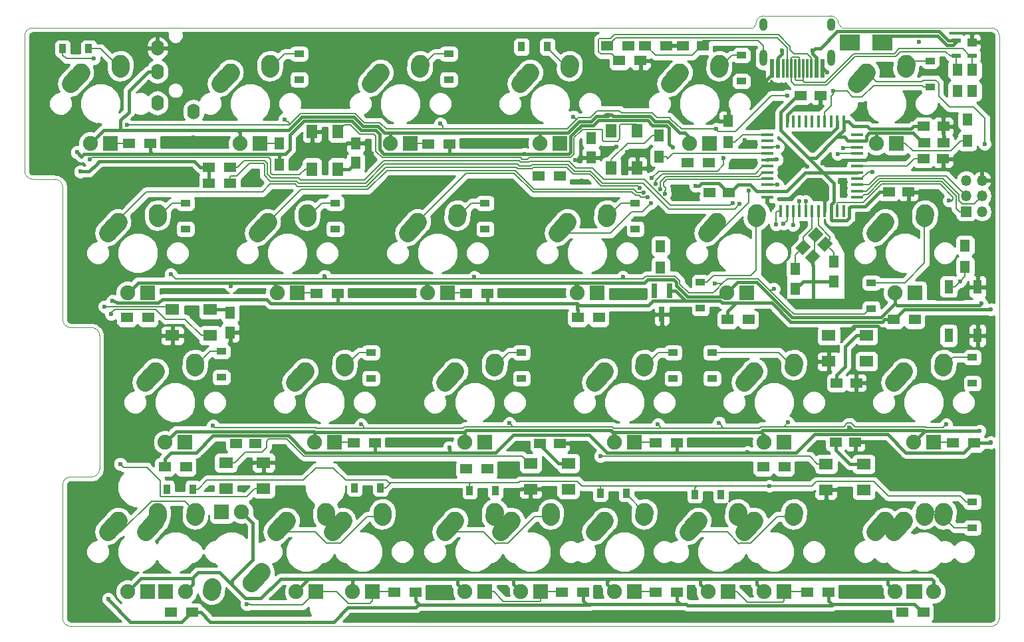
<source format=gbr>
G04 #@! TF.GenerationSoftware,KiCad,Pcbnew,(6.0.0-rc1-dev-1291-g61b749f0b)*
G04 #@! TF.CreationDate,2018-12-05T20:39:08+02:00
G04 #@! TF.ProjectId,TS48_right,54533438-5f72-4696-9768-742e6b696361,rev?*
G04 #@! TF.SameCoordinates,Original*
G04 #@! TF.FileFunction,Copper,L2,Bot*
G04 #@! TF.FilePolarity,Positive*
%FSLAX46Y46*%
G04 Gerber Fmt 4.6, Leading zero omitted, Abs format (unit mm)*
G04 Created by KiCad (PCBNEW (6.0.0-rc1-dev-1291-g61b749f0b)) date 12/5/2018 8:39:08 PM*
%MOMM*%
%LPD*%
G01*
G04 APERTURE LIST*
G04 #@! TA.AperFunction,NonConductor*
%ADD10C,0.100000*%
G04 #@! TD*
G04 #@! TA.AperFunction,ComponentPad*
%ADD11R,1.905000X1.905000*%
G04 #@! TD*
G04 #@! TA.AperFunction,ComponentPad*
%ADD12C,1.905000*%
G04 #@! TD*
G04 #@! TA.AperFunction,ComponentPad*
%ADD13C,2.250000*%
G04 #@! TD*
G04 #@! TA.AperFunction,Conductor*
%ADD14C,2.250000*%
G04 #@! TD*
G04 #@! TA.AperFunction,SMDPad,CuDef*
%ADD15R,0.800000X1.900000*%
G04 #@! TD*
G04 #@! TA.AperFunction,SMDPad,CuDef*
%ADD16R,1.500000X1.250000*%
G04 #@! TD*
G04 #@! TA.AperFunction,SMDPad,CuDef*
%ADD17R,1.250000X1.500000*%
G04 #@! TD*
G04 #@! TA.AperFunction,SMDPad,CuDef*
%ADD18R,0.900000X1.200000*%
G04 #@! TD*
G04 #@! TA.AperFunction,SMDPad,CuDef*
%ADD19R,1.200000X0.900000*%
G04 #@! TD*
G04 #@! TA.AperFunction,SMDPad,CuDef*
%ADD20R,2.650000X2.030000*%
G04 #@! TD*
G04 #@! TA.AperFunction,SMDPad,CuDef*
%ADD21R,1.400000X1.800000*%
G04 #@! TD*
G04 #@! TA.AperFunction,SMDPad,CuDef*
%ADD22R,1.800000X1.400000*%
G04 #@! TD*
G04 #@! TA.AperFunction,SMDPad,CuDef*
%ADD23R,1.300000X1.500000*%
G04 #@! TD*
G04 #@! TA.AperFunction,SMDPad,CuDef*
%ADD24R,1.500000X1.300000*%
G04 #@! TD*
G04 #@! TA.AperFunction,ComponentPad*
%ADD25O,1.350000X1.350000*%
G04 #@! TD*
G04 #@! TA.AperFunction,ComponentPad*
%ADD26R,1.350000X1.350000*%
G04 #@! TD*
G04 #@! TA.AperFunction,ComponentPad*
%ADD27O,1.600000X2.000000*%
G04 #@! TD*
G04 #@! TA.AperFunction,SMDPad,CuDef*
%ADD28R,0.406400X1.524000*%
G04 #@! TD*
G04 #@! TA.AperFunction,SMDPad,CuDef*
%ADD29R,1.524000X0.406400*%
G04 #@! TD*
G04 #@! TA.AperFunction,SMDPad,CuDef*
%ADD30R,1.200000X1.000000*%
G04 #@! TD*
G04 #@! TA.AperFunction,SMDPad,CuDef*
%ADD31R,1.200000X0.600000*%
G04 #@! TD*
G04 #@! TA.AperFunction,ComponentPad*
%ADD32O,1.000000X1.600000*%
G04 #@! TD*
G04 #@! TA.AperFunction,ComponentPad*
%ADD33O,1.000000X2.100000*%
G04 #@! TD*
G04 #@! TA.AperFunction,SMDPad,CuDef*
%ADD34R,0.300000X2.450000*%
G04 #@! TD*
G04 #@! TA.AperFunction,SMDPad,CuDef*
%ADD35R,0.600000X2.450000*%
G04 #@! TD*
G04 #@! TA.AperFunction,SMDPad,CuDef*
%ADD36C,1.300000*%
G04 #@! TD*
G04 #@! TA.AperFunction,Conductor*
%ADD37C,0.100000*%
G04 #@! TD*
G04 #@! TA.AperFunction,SMDPad,CuDef*
%ADD38R,1.100000X1.800000*%
G04 #@! TD*
G04 #@! TA.AperFunction,ViaPad*
%ADD39C,0.600000*%
G04 #@! TD*
G04 #@! TA.AperFunction,Conductor*
%ADD40C,0.381000*%
G04 #@! TD*
G04 #@! TA.AperFunction,Conductor*
%ADD41C,0.204000*%
G04 #@! TD*
G04 #@! TA.AperFunction,Conductor*
%ADD42C,0.254000*%
G04 #@! TD*
G04 APERTURE END LIST*
D10*
X183769000Y-67945000D02*
X92075000Y-67945000D01*
X195072000Y-67945000D02*
X214122000Y-67945000D01*
X184150000Y-67437000D02*
X183769000Y-67945000D01*
X194691000Y-67437000D02*
X195072000Y-67945000D01*
X215138000Y-143256000D02*
X215138000Y-68961000D01*
X96901000Y-144272000D02*
X214122000Y-144272000D01*
X95885000Y-126238000D02*
X95885000Y-143256000D01*
X99568000Y-125222000D02*
X96901000Y-125222000D01*
X100584000Y-107188000D02*
X100584000Y-124206000D01*
X96901000Y-106172000D02*
X99568000Y-106172000D01*
X95885000Y-88265000D02*
X95885000Y-105156000D01*
X92075000Y-87249000D02*
X94869000Y-87249000D01*
X91059000Y-68961000D02*
X91059000Y-86233000D01*
X193675000Y-66421000D02*
X185166000Y-66421000D01*
X193673731Y-66419731D02*
G75*
G02X194691000Y-67437000I0J-1017269D01*
G01*
X184148731Y-67438269D02*
G75*
G02X185166000Y-66421000I1017269J0D01*
G01*
X91059000Y-68961000D02*
G75*
G02X92076269Y-67943731I1017269J0D01*
G01*
X92075000Y-87249000D02*
G75*
G02X91057731Y-86231731I0J1017269D01*
G01*
X94869000Y-87249000D02*
G75*
G02X95886269Y-88266269I0J-1017269D01*
G01*
X96901000Y-106172000D02*
G75*
G02X95883731Y-105154731I0J1017269D01*
G01*
X99568000Y-106172000D02*
G75*
G02X100585269Y-107189269I0J-1017269D01*
G01*
X100584000Y-124206000D02*
G75*
G02X99566731Y-125223269I-1017269J0D01*
G01*
X95883731Y-126239269D02*
G75*
G02X96901000Y-125222000I1017269J0D01*
G01*
X96901000Y-144272000D02*
G75*
G02X95883731Y-143254731I0J1017269D01*
G01*
X215138000Y-143256000D02*
G75*
G02X214120731Y-144273269I-1017269J0D01*
G01*
X214122000Y-67945000D02*
G75*
G02X215139269Y-68962269I0J-1017269D01*
G01*
D11*
G04 #@! TO.P,MX24,4*
G04 #@! TO.N,Net-(MX24-Pad4)*
X204226960Y-139839960D03*
D12*
G04 #@! TO.P,MX24,3*
G04 #@! TO.N,+5V*
X206766960Y-139839960D03*
D13*
G04 #@! TO.P,MX24,1*
G04 #@! TO.N,COL5*
X202996960Y-130759960D03*
X202341961Y-131489960D03*
D14*
G04 #@! TD*
G04 #@! TO.N,COL5*
G04 #@! TO.C,MX24*
X201686960Y-132219960D02*
X202996962Y-130759960D01*
D13*
G04 #@! TO.P,MX24,2*
G04 #@! TO.N,Net-(D24-Pad2)*
X208036960Y-129679960D03*
X208016960Y-129969960D03*
D14*
G04 #@! TD*
G04 #@! TO.N,Net-(D24-Pad2)*
G04 #@! TO.C,MX24*
X207996960Y-130259960D02*
X208036960Y-129679960D01*
D15*
G04 #@! TO.P,Q1,3*
G04 #@! TO.N,GND*
X172173900Y-104484300D03*
G04 #@! TO.P,Q1,2*
G04 #@! TO.N,LEDGND*
X173123900Y-101484300D03*
G04 #@! TO.P,Q1,1*
G04 #@! TO.N,Net-(NPNR1-Pad2)*
X171223900Y-101484300D03*
G04 #@! TD*
D13*
G04 #@! TO.P,MX6,2*
G04 #@! TO.N,Net-(D6-Pad2)*
X203266960Y-72819960D03*
D14*
G04 #@! TD*
G04 #@! TO.N,Net-(D6-Pad2)*
G04 #@! TO.C,MX6*
X203246960Y-73109960D02*
X203286960Y-72529960D01*
D13*
G04 #@! TO.P,MX6,2*
G04 #@! TO.N,Net-(D6-Pad2)*
X203286960Y-72529960D03*
G04 #@! TO.P,MX6,1*
G04 #@! TO.N,COL5*
X197591961Y-74339960D03*
D14*
G04 #@! TD*
G04 #@! TO.N,COL5*
G04 #@! TO.C,MX6*
X196936960Y-75069960D02*
X198246962Y-73609960D01*
D13*
G04 #@! TO.P,MX6,1*
G04 #@! TO.N,COL5*
X198246960Y-73609960D03*
D12*
G04 #@! TO.P,MX6,3*
G04 #@! TO.N,+5V*
X199476960Y-82689960D03*
D11*
G04 #@! TO.P,MX6,4*
G04 #@! TO.N,Net-(MX6-Pad4)*
X202016960Y-82689960D03*
G04 #@! TD*
D13*
G04 #@! TO.P,MX20,2*
G04 #@! TO.N,Net-(D20-Pad2)*
X129391960Y-129969960D03*
D14*
G04 #@! TD*
G04 #@! TO.N,Net-(D20-Pad2)*
G04 #@! TO.C,MX20*
X129371960Y-130259960D02*
X129411960Y-129679960D01*
D13*
G04 #@! TO.P,MX20,2*
G04 #@! TO.N,Net-(D20-Pad2)*
X129411960Y-129679960D03*
G04 #@! TO.P,MX20,1*
G04 #@! TO.N,COL1*
X123716961Y-131489960D03*
D14*
G04 #@! TD*
G04 #@! TO.N,COL1*
G04 #@! TO.C,MX20*
X123061960Y-132219960D02*
X124371962Y-130759960D01*
D13*
G04 #@! TO.P,MX20,1*
G04 #@! TO.N,COL1*
X124371960Y-130759960D03*
D12*
G04 #@! TO.P,MX20,3*
G04 #@! TO.N,+5V*
X125601960Y-139839960D03*
D11*
G04 #@! TO.P,MX20,4*
G04 #@! TO.N,Net-(MX20-Pad4)*
X128141960Y-139839960D03*
G04 #@! TD*
D13*
G04 #@! TO.P,MX12,2*
G04 #@! TO.N,Net-(D12-Pad2)*
X205641960Y-91869960D03*
D14*
G04 #@! TD*
G04 #@! TO.N,Net-(D12-Pad2)*
G04 #@! TO.C,MX12*
X205621960Y-92159960D02*
X205661960Y-91579960D01*
D13*
G04 #@! TO.P,MX12,2*
G04 #@! TO.N,Net-(D12-Pad2)*
X205661960Y-91579960D03*
G04 #@! TO.P,MX12,1*
G04 #@! TO.N,COL5*
X199966961Y-93389960D03*
D14*
G04 #@! TD*
G04 #@! TO.N,COL5*
G04 #@! TO.C,MX12*
X199311960Y-94119960D02*
X200621962Y-92659960D01*
D13*
G04 #@! TO.P,MX12,1*
G04 #@! TO.N,COL5*
X200621960Y-92659960D03*
D12*
G04 #@! TO.P,MX12,3*
G04 #@! TO.N,+5V*
X201851960Y-101739960D03*
D11*
G04 #@! TO.P,MX12,4*
G04 #@! TO.N,Net-(MX12-Pad4)*
X204391960Y-101739960D03*
G04 #@! TD*
G04 #@! TO.P,MX19,4*
G04 #@! TO.N,Net-(MX19-Pad4)*
X106714960Y-139839960D03*
D12*
G04 #@! TO.P,MX19,3*
G04 #@! TO.N,+5V*
X104174960Y-139839960D03*
D13*
G04 #@! TO.P,MX19,1*
G04 #@! TO.N,COL0*
X102944960Y-130759960D03*
X102289961Y-131489960D03*
D14*
G04 #@! TD*
G04 #@! TO.N,COL0*
G04 #@! TO.C,MX19*
X101634960Y-132219960D02*
X102944962Y-130759960D01*
D13*
G04 #@! TO.P,MX19,2*
G04 #@! TO.N,Net-(D19-Pad2)*
X107984960Y-129679960D03*
X107964960Y-129969960D03*
D14*
G04 #@! TD*
G04 #@! TO.N,Net-(D19-Pad2)*
G04 #@! TO.C,MX19*
X107944960Y-130259960D02*
X107984960Y-129679960D01*
D13*
G04 #@! TO.P,MX21,2*
G04 #@! TO.N,Net-(D21-Pad2)*
X150866960Y-129969960D03*
D14*
G04 #@! TD*
G04 #@! TO.N,Net-(D21-Pad2)*
G04 #@! TO.C,MX21*
X150846960Y-130259960D02*
X150886960Y-129679960D01*
D13*
G04 #@! TO.P,MX21,2*
G04 #@! TO.N,Net-(D21-Pad2)*
X150886960Y-129679960D03*
G04 #@! TO.P,MX21,1*
G04 #@! TO.N,COL2*
X145191961Y-131489960D03*
D14*
G04 #@! TD*
G04 #@! TO.N,COL2*
G04 #@! TO.C,MX21*
X144536960Y-132219960D02*
X145846962Y-130759960D01*
D13*
G04 #@! TO.P,MX21,1*
G04 #@! TO.N,COL2*
X145846960Y-130759960D03*
D12*
G04 #@! TO.P,MX21,3*
G04 #@! TO.N,+5V*
X147076960Y-139839960D03*
D11*
G04 #@! TO.P,MX21,4*
G04 #@! TO.N,Net-(MX21-Pad4)*
X149616960Y-139839960D03*
G04 #@! TD*
D13*
G04 #@! TO.P,MX22,2*
G04 #@! TO.N,Net-(D22-Pad2)*
X169916960Y-129969960D03*
D14*
G04 #@! TD*
G04 #@! TO.N,Net-(D22-Pad2)*
G04 #@! TO.C,MX22*
X169896960Y-130259960D02*
X169936960Y-129679960D01*
D13*
G04 #@! TO.P,MX22,2*
G04 #@! TO.N,Net-(D22-Pad2)*
X169936960Y-129679960D03*
G04 #@! TO.P,MX22,1*
G04 #@! TO.N,COL3*
X164241961Y-131489960D03*
D14*
G04 #@! TD*
G04 #@! TO.N,COL3*
G04 #@! TO.C,MX22*
X163586960Y-132219960D02*
X164896962Y-130759960D01*
D13*
G04 #@! TO.P,MX22,1*
G04 #@! TO.N,COL3*
X164896960Y-130759960D03*
D12*
G04 #@! TO.P,MX22,3*
G04 #@! TO.N,+5V*
X166126960Y-139839960D03*
D11*
G04 #@! TO.P,MX22,4*
G04 #@! TO.N,Net-(MX22-Pad4)*
X168666960Y-139839960D03*
G04 #@! TD*
D13*
G04 #@! TO.P,MX23,2*
G04 #@! TO.N,Net-(D23-Pad2)*
X188966960Y-129969960D03*
D14*
G04 #@! TD*
G04 #@! TO.N,Net-(D23-Pad2)*
G04 #@! TO.C,MX23*
X188946960Y-130259960D02*
X188986960Y-129679960D01*
D13*
G04 #@! TO.P,MX23,2*
G04 #@! TO.N,Net-(D23-Pad2)*
X188986960Y-129679960D03*
G04 #@! TO.P,MX23,1*
G04 #@! TO.N,COL4*
X183291961Y-131489960D03*
D14*
G04 #@! TD*
G04 #@! TO.N,COL4*
G04 #@! TO.C,MX23*
X182636960Y-132219960D02*
X183946962Y-130759960D01*
D13*
G04 #@! TO.P,MX23,1*
G04 #@! TO.N,COL4*
X183946960Y-130759960D03*
D12*
G04 #@! TO.P,MX23,3*
G04 #@! TO.N,+5V*
X185176960Y-139839960D03*
D11*
G04 #@! TO.P,MX23,4*
G04 #@! TO.N,Net-(MX23-Pad4)*
X187716960Y-139839960D03*
G04 #@! TD*
G04 #@! TO.P,MX1,4*
G04 #@! TO.N,Net-(MX1-Pad4)*
X101964960Y-82689960D03*
D12*
G04 #@! TO.P,MX1,3*
G04 #@! TO.N,+5V*
X99424960Y-82689960D03*
D13*
G04 #@! TO.P,MX1,1*
G04 #@! TO.N,COL0*
X98194960Y-73609960D03*
X97539961Y-74339960D03*
D14*
G04 #@! TD*
G04 #@! TO.N,COL0*
G04 #@! TO.C,MX1*
X96884960Y-75069960D02*
X98194962Y-73609960D01*
D13*
G04 #@! TO.P,MX1,2*
G04 #@! TO.N,Net-(D1-Pad2)*
X103234960Y-72529960D03*
X103214960Y-72819960D03*
D14*
G04 #@! TD*
G04 #@! TO.N,Net-(D1-Pad2)*
G04 #@! TO.C,MX1*
X103194960Y-73109960D02*
X103234960Y-72529960D01*
D13*
G04 #@! TO.P,MX2,2*
G04 #@! TO.N,Net-(D2-Pad2)*
X122266960Y-72819960D03*
D14*
G04 #@! TD*
G04 #@! TO.N,Net-(D2-Pad2)*
G04 #@! TO.C,MX2*
X122246960Y-73109960D02*
X122286960Y-72529960D01*
D13*
G04 #@! TO.P,MX2,2*
G04 #@! TO.N,Net-(D2-Pad2)*
X122286960Y-72529960D03*
G04 #@! TO.P,MX2,1*
G04 #@! TO.N,COL1*
X116591961Y-74339960D03*
D14*
G04 #@! TD*
G04 #@! TO.N,COL1*
G04 #@! TO.C,MX2*
X115936960Y-75069960D02*
X117246962Y-73609960D01*
D13*
G04 #@! TO.P,MX2,1*
G04 #@! TO.N,COL1*
X117246960Y-73609960D03*
D12*
G04 #@! TO.P,MX2,3*
G04 #@! TO.N,+5V*
X118476960Y-82689960D03*
D11*
G04 #@! TO.P,MX2,4*
G04 #@! TO.N,Net-(MX2-Pad4)*
X121016960Y-82689960D03*
G04 #@! TD*
D13*
G04 #@! TO.P,MX3,2*
G04 #@! TO.N,Net-(D3-Pad2)*
X141366960Y-72819960D03*
D14*
G04 #@! TD*
G04 #@! TO.N,Net-(D3-Pad2)*
G04 #@! TO.C,MX3*
X141346960Y-73109960D02*
X141386960Y-72529960D01*
D13*
G04 #@! TO.P,MX3,2*
G04 #@! TO.N,Net-(D3-Pad2)*
X141386960Y-72529960D03*
G04 #@! TO.P,MX3,1*
G04 #@! TO.N,COL2*
X135691961Y-74339960D03*
D14*
G04 #@! TD*
G04 #@! TO.N,COL2*
G04 #@! TO.C,MX3*
X135036960Y-75069960D02*
X136346962Y-73609960D01*
D13*
G04 #@! TO.P,MX3,1*
G04 #@! TO.N,COL2*
X136346960Y-73609960D03*
D12*
G04 #@! TO.P,MX3,3*
G04 #@! TO.N,+5V*
X137576960Y-82689960D03*
D11*
G04 #@! TO.P,MX3,4*
G04 #@! TO.N,Net-(MX3-Pad4)*
X140116960Y-82689960D03*
G04 #@! TD*
D13*
G04 #@! TO.P,MX4,2*
G04 #@! TO.N,Net-(D4-Pad2)*
X160416960Y-72819960D03*
D14*
G04 #@! TD*
G04 #@! TO.N,Net-(D4-Pad2)*
G04 #@! TO.C,MX4*
X160396960Y-73109960D02*
X160436960Y-72529960D01*
D13*
G04 #@! TO.P,MX4,2*
G04 #@! TO.N,Net-(D4-Pad2)*
X160436960Y-72529960D03*
G04 #@! TO.P,MX4,1*
G04 #@! TO.N,COL3*
X154741961Y-74339960D03*
D14*
G04 #@! TD*
G04 #@! TO.N,COL3*
G04 #@! TO.C,MX4*
X154086960Y-75069960D02*
X155396962Y-73609960D01*
D13*
G04 #@! TO.P,MX4,1*
G04 #@! TO.N,COL3*
X155396960Y-73609960D03*
D12*
G04 #@! TO.P,MX4,3*
G04 #@! TO.N,+5V*
X156626960Y-82689960D03*
D11*
G04 #@! TO.P,MX4,4*
G04 #@! TO.N,Net-(MX4-Pad4)*
X159166960Y-82689960D03*
G04 #@! TD*
D13*
G04 #@! TO.P,MX5,2*
G04 #@! TO.N,Net-(D5-Pad2)*
X179466960Y-72819960D03*
D14*
G04 #@! TD*
G04 #@! TO.N,Net-(D5-Pad2)*
G04 #@! TO.C,MX5*
X179446960Y-73109960D02*
X179486960Y-72529960D01*
D13*
G04 #@! TO.P,MX5,2*
G04 #@! TO.N,Net-(D5-Pad2)*
X179486960Y-72529960D03*
G04 #@! TO.P,MX5,1*
G04 #@! TO.N,COL4*
X173791961Y-74339960D03*
D14*
G04 #@! TD*
G04 #@! TO.N,COL4*
G04 #@! TO.C,MX5*
X173136960Y-75069960D02*
X174446962Y-73609960D01*
D13*
G04 #@! TO.P,MX5,1*
G04 #@! TO.N,COL4*
X174446960Y-73609960D03*
D12*
G04 #@! TO.P,MX5,3*
G04 #@! TO.N,+5V*
X175676960Y-82689960D03*
D11*
G04 #@! TO.P,MX5,4*
G04 #@! TO.N,Net-(MX5-Pad4)*
X178216960Y-82689960D03*
G04 #@! TD*
G04 #@! TO.P,MX7,4*
G04 #@! TO.N,Net-(MX7-Pad4)*
X106714960Y-101739960D03*
D12*
G04 #@! TO.P,MX7,3*
G04 #@! TO.N,+5V*
X104174960Y-101739960D03*
D13*
G04 #@! TO.P,MX7,1*
G04 #@! TO.N,COL0*
X102944960Y-92659960D03*
X102289961Y-93389960D03*
D14*
G04 #@! TD*
G04 #@! TO.N,COL0*
G04 #@! TO.C,MX7*
X101634960Y-94119960D02*
X102944962Y-92659960D01*
D13*
G04 #@! TO.P,MX7,2*
G04 #@! TO.N,Net-(D7-Pad2)*
X107984960Y-91579960D03*
X107964960Y-91869960D03*
D14*
G04 #@! TD*
G04 #@! TO.N,Net-(D7-Pad2)*
G04 #@! TO.C,MX7*
X107944960Y-92159960D02*
X107984960Y-91579960D01*
D13*
G04 #@! TO.P,MX8,2*
G04 #@! TO.N,Net-(D8-Pad2)*
X127016960Y-91869960D03*
D14*
G04 #@! TD*
G04 #@! TO.N,Net-(D8-Pad2)*
G04 #@! TO.C,MX8*
X126996960Y-92159960D02*
X127036960Y-91579960D01*
D13*
G04 #@! TO.P,MX8,2*
G04 #@! TO.N,Net-(D8-Pad2)*
X127036960Y-91579960D03*
G04 #@! TO.P,MX8,1*
G04 #@! TO.N,COL1*
X121341961Y-93389960D03*
D14*
G04 #@! TD*
G04 #@! TO.N,COL1*
G04 #@! TO.C,MX8*
X120686960Y-94119960D02*
X121996962Y-92659960D01*
D13*
G04 #@! TO.P,MX8,1*
G04 #@! TO.N,COL1*
X121996960Y-92659960D03*
D12*
G04 #@! TO.P,MX8,3*
G04 #@! TO.N,+5V*
X123226960Y-101739960D03*
D11*
G04 #@! TO.P,MX8,4*
G04 #@! TO.N,Net-(MX8-Pad4)*
X125766960Y-101739960D03*
G04 #@! TD*
D13*
G04 #@! TO.P,MX9,2*
G04 #@! TO.N,Net-(D9-Pad2)*
X146116960Y-91869960D03*
D14*
G04 #@! TD*
G04 #@! TO.N,Net-(D9-Pad2)*
G04 #@! TO.C,MX9*
X146096960Y-92159960D02*
X146136960Y-91579960D01*
D13*
G04 #@! TO.P,MX9,2*
G04 #@! TO.N,Net-(D9-Pad2)*
X146136960Y-91579960D03*
G04 #@! TO.P,MX9,1*
G04 #@! TO.N,COL2*
X140441961Y-93389960D03*
D14*
G04 #@! TD*
G04 #@! TO.N,COL2*
G04 #@! TO.C,MX9*
X139786960Y-94119960D02*
X141096962Y-92659960D01*
D13*
G04 #@! TO.P,MX9,1*
G04 #@! TO.N,COL2*
X141096960Y-92659960D03*
D12*
G04 #@! TO.P,MX9,3*
G04 #@! TO.N,+5V*
X142326960Y-101739960D03*
D11*
G04 #@! TO.P,MX9,4*
G04 #@! TO.N,Net-(MX9-Pad4)*
X144866960Y-101739960D03*
G04 #@! TD*
D13*
G04 #@! TO.P,MX10,2*
G04 #@! TO.N,Net-(D10-Pad2)*
X165166960Y-91869960D03*
D14*
G04 #@! TD*
G04 #@! TO.N,Net-(D10-Pad2)*
G04 #@! TO.C,MX10*
X165146960Y-92159960D02*
X165186960Y-91579960D01*
D13*
G04 #@! TO.P,MX10,2*
G04 #@! TO.N,Net-(D10-Pad2)*
X165186960Y-91579960D03*
G04 #@! TO.P,MX10,1*
G04 #@! TO.N,COL3*
X159491961Y-93389960D03*
D14*
G04 #@! TD*
G04 #@! TO.N,COL3*
G04 #@! TO.C,MX10*
X158836960Y-94119960D02*
X160146962Y-92659960D01*
D13*
G04 #@! TO.P,MX10,1*
G04 #@! TO.N,COL3*
X160146960Y-92659960D03*
D12*
G04 #@! TO.P,MX10,3*
G04 #@! TO.N,+5V*
X161376960Y-101739960D03*
D11*
G04 #@! TO.P,MX10,4*
G04 #@! TO.N,Net-(MX10-Pad4)*
X163916960Y-101739960D03*
G04 #@! TD*
D13*
G04 #@! TO.P,MX11,2*
G04 #@! TO.N,Net-(D11-Pad2)*
X184216960Y-91869960D03*
D14*
G04 #@! TD*
G04 #@! TO.N,Net-(D11-Pad2)*
G04 #@! TO.C,MX11*
X184196960Y-92159960D02*
X184236960Y-91579960D01*
D13*
G04 #@! TO.P,MX11,2*
G04 #@! TO.N,Net-(D11-Pad2)*
X184236960Y-91579960D03*
G04 #@! TO.P,MX11,1*
G04 #@! TO.N,COL4*
X178541961Y-93389960D03*
D14*
G04 #@! TD*
G04 #@! TO.N,COL4*
G04 #@! TO.C,MX11*
X177886960Y-94119960D02*
X179196962Y-92659960D01*
D13*
G04 #@! TO.P,MX11,1*
G04 #@! TO.N,COL4*
X179196960Y-92659960D03*
D12*
G04 #@! TO.P,MX11,3*
G04 #@! TO.N,+5V*
X180426960Y-101739960D03*
D11*
G04 #@! TO.P,MX11,4*
G04 #@! TO.N,Net-(MX11-Pad4)*
X182966960Y-101739960D03*
G04 #@! TD*
G04 #@! TO.P,MX13,4*
G04 #@! TO.N,Net-(MX13-Pad4)*
X111464960Y-120790960D03*
D12*
G04 #@! TO.P,MX13,3*
G04 #@! TO.N,+5V*
X108924960Y-120790960D03*
D13*
G04 #@! TO.P,MX13,1*
G04 #@! TO.N,COL0*
X107694960Y-111710960D03*
X107039961Y-112440960D03*
D14*
G04 #@! TD*
G04 #@! TO.N,COL0*
G04 #@! TO.C,MX13*
X106384960Y-113170960D02*
X107694962Y-111710960D01*
D13*
G04 #@! TO.P,MX13,2*
G04 #@! TO.N,Net-(D13-Pad2)*
X112734960Y-110630960D03*
X112714960Y-110920960D03*
D14*
G04 #@! TD*
G04 #@! TO.N,Net-(D13-Pad2)*
G04 #@! TO.C,MX13*
X112694960Y-111210960D02*
X112734960Y-110630960D01*
D13*
G04 #@! TO.P,MX14,2*
G04 #@! TO.N,Net-(D14-Pad2)*
X131766960Y-110920960D03*
D14*
G04 #@! TD*
G04 #@! TO.N,Net-(D14-Pad2)*
G04 #@! TO.C,MX14*
X131746960Y-111210960D02*
X131786960Y-110630960D01*
D13*
G04 #@! TO.P,MX14,2*
G04 #@! TO.N,Net-(D14-Pad2)*
X131786960Y-110630960D03*
G04 #@! TO.P,MX14,1*
G04 #@! TO.N,COL1*
X126091961Y-112440960D03*
D14*
G04 #@! TD*
G04 #@! TO.N,COL1*
G04 #@! TO.C,MX14*
X125436960Y-113170960D02*
X126746962Y-111710960D01*
D13*
G04 #@! TO.P,MX14,1*
G04 #@! TO.N,COL1*
X126746960Y-111710960D03*
D12*
G04 #@! TO.P,MX14,3*
G04 #@! TO.N,+5V*
X127976960Y-120790960D03*
D11*
G04 #@! TO.P,MX14,4*
G04 #@! TO.N,Net-(MX14-Pad4)*
X130516960Y-120790960D03*
G04 #@! TD*
D13*
G04 #@! TO.P,MX15,2*
G04 #@! TO.N,Net-(D15-Pad2)*
X150866960Y-110920960D03*
D14*
G04 #@! TD*
G04 #@! TO.N,Net-(D15-Pad2)*
G04 #@! TO.C,MX15*
X150846960Y-111210960D02*
X150886960Y-110630960D01*
D13*
G04 #@! TO.P,MX15,2*
G04 #@! TO.N,Net-(D15-Pad2)*
X150886960Y-110630960D03*
G04 #@! TO.P,MX15,1*
G04 #@! TO.N,COL2*
X145191961Y-112440960D03*
D14*
G04 #@! TD*
G04 #@! TO.N,COL2*
G04 #@! TO.C,MX15*
X144536960Y-113170960D02*
X145846962Y-111710960D01*
D13*
G04 #@! TO.P,MX15,1*
G04 #@! TO.N,COL2*
X145846960Y-111710960D03*
D12*
G04 #@! TO.P,MX15,3*
G04 #@! TO.N,+5V*
X147076960Y-120790960D03*
D11*
G04 #@! TO.P,MX15,4*
G04 #@! TO.N,Net-(MX15-Pad4)*
X149616960Y-120790960D03*
G04 #@! TD*
D13*
G04 #@! TO.P,MX16,2*
G04 #@! TO.N,Net-(D16-Pad2)*
X169916960Y-110920960D03*
D14*
G04 #@! TD*
G04 #@! TO.N,Net-(D16-Pad2)*
G04 #@! TO.C,MX16*
X169896960Y-111210960D02*
X169936960Y-110630960D01*
D13*
G04 #@! TO.P,MX16,2*
G04 #@! TO.N,Net-(D16-Pad2)*
X169936960Y-110630960D03*
G04 #@! TO.P,MX16,1*
G04 #@! TO.N,COL3*
X164241961Y-112440960D03*
D14*
G04 #@! TD*
G04 #@! TO.N,COL3*
G04 #@! TO.C,MX16*
X163586960Y-113170960D02*
X164896962Y-111710960D01*
D13*
G04 #@! TO.P,MX16,1*
G04 #@! TO.N,COL3*
X164896960Y-111710960D03*
D12*
G04 #@! TO.P,MX16,3*
G04 #@! TO.N,+5V*
X166126960Y-120790960D03*
D11*
G04 #@! TO.P,MX16,4*
G04 #@! TO.N,Net-(MX16-Pad4)*
X168666960Y-120790960D03*
G04 #@! TD*
D13*
G04 #@! TO.P,MX17,2*
G04 #@! TO.N,Net-(D17-Pad2)*
X188966960Y-110920960D03*
D14*
G04 #@! TD*
G04 #@! TO.N,Net-(D17-Pad2)*
G04 #@! TO.C,MX17*
X188946960Y-111210960D02*
X188986960Y-110630960D01*
D13*
G04 #@! TO.P,MX17,2*
G04 #@! TO.N,Net-(D17-Pad2)*
X188986960Y-110630960D03*
G04 #@! TO.P,MX17,1*
G04 #@! TO.N,COL4*
X183291961Y-112440960D03*
D14*
G04 #@! TD*
G04 #@! TO.N,COL4*
G04 #@! TO.C,MX17*
X182636960Y-113170960D02*
X183946962Y-111710960D01*
D13*
G04 #@! TO.P,MX17,1*
G04 #@! TO.N,COL4*
X183946960Y-111710960D03*
D12*
G04 #@! TO.P,MX17,3*
G04 #@! TO.N,+5V*
X185176960Y-120790960D03*
D11*
G04 #@! TO.P,MX17,4*
G04 #@! TO.N,Net-(MX17-Pad4)*
X187716960Y-120790960D03*
G04 #@! TD*
D13*
G04 #@! TO.P,MX18,2*
G04 #@! TO.N,Net-(D18-Pad2)*
X208016960Y-110920960D03*
D14*
G04 #@! TD*
G04 #@! TO.N,Net-(D18-Pad2)*
G04 #@! TO.C,MX18*
X207996960Y-111210960D02*
X208036960Y-110630960D01*
D13*
G04 #@! TO.P,MX18,2*
G04 #@! TO.N,Net-(D18-Pad2)*
X208036960Y-110630960D03*
G04 #@! TO.P,MX18,1*
G04 #@! TO.N,COL5*
X202341961Y-112440960D03*
D14*
G04 #@! TD*
G04 #@! TO.N,COL5*
G04 #@! TO.C,MX18*
X201686960Y-113170960D02*
X202996962Y-111710960D01*
D13*
G04 #@! TO.P,MX18,1*
G04 #@! TO.N,COL5*
X202996960Y-111710960D03*
D12*
G04 #@! TO.P,MX18,3*
G04 #@! TO.N,+5V*
X204226960Y-120790960D03*
D11*
G04 #@! TO.P,MX18,4*
G04 #@! TO.N,Net-(MX18-Pad4)*
X206766960Y-120790960D03*
G04 #@! TD*
D16*
G04 #@! TO.P,C1,2*
G04 #@! TO.N,GND*
X208006000Y-80518000D03*
G04 #@! TO.P,C1,1*
G04 #@! TO.N,+5V*
X205506000Y-80518000D03*
G04 #@! TD*
G04 #@! TO.P,C2,1*
G04 #@! TO.N,+5V*
X189859600Y-76591160D03*
G04 #@! TO.P,C2,2*
G04 #@! TO.N,GND*
X192359600Y-76591160D03*
G04 #@! TD*
G04 #@! TO.P,C3,2*
G04 #@! TO.N,GND*
X178221000Y-88925400D03*
G04 #@! TO.P,C3,1*
G04 #@! TO.N,+5V*
X180721000Y-88925400D03*
G04 #@! TD*
G04 #@! TO.P,C4,1*
G04 #@! TO.N,+5V*
X205556800Y-82626200D03*
G04 #@! TO.P,C4,2*
G04 #@! TO.N,GND*
X208056800Y-82626200D03*
G04 #@! TD*
G04 #@! TO.P,C5,2*
G04 #@! TO.N,GND*
X203561000Y-88900000D03*
G04 #@! TO.P,C5,1*
G04 #@! TO.N,+5V*
X201061000Y-88900000D03*
G04 #@! TD*
G04 #@! TO.P,C6,1*
G04 #@! TO.N,GND*
X207980600Y-84658200D03*
G04 #@! TO.P,C6,2*
G04 #@! TO.N,Net-(C6-Pad2)*
X205480600Y-84658200D03*
G04 #@! TD*
G04 #@! TO.P,C7,2*
G04 #@! TO.N,Net-(C7-Pad2)*
X177379000Y-70231000D03*
G04 #@! TO.P,C7,1*
G04 #@! TO.N,GND*
X174879000Y-70231000D03*
G04 #@! TD*
D17*
G04 #@! TO.P,C9,1*
G04 #@! TO.N,+5V*
X163169600Y-81986120D03*
G04 #@! TO.P,C9,2*
G04 #@! TO.N,GND*
X163169600Y-84486120D03*
G04 #@! TD*
G04 #@! TO.P,C10,2*
G04 #@! TO.N,GND*
X133167120Y-82666840D03*
G04 #@! TO.P,C10,1*
G04 #@! TO.N,+5V*
X133167120Y-85166840D03*
G04 #@! TD*
G04 #@! TO.P,C11,1*
G04 #@! TO.N,+5V*
X117221000Y-104287000D03*
G04 #@! TO.P,C11,2*
G04 #@! TO.N,GND*
X117221000Y-106787000D03*
G04 #@! TD*
D16*
G04 #@! TO.P,C12,2*
G04 #@! TO.N,GND*
X120446800Y-120970040D03*
G04 #@! TO.P,C12,1*
G04 #@! TO.N,+5V*
X117946800Y-120970040D03*
G04 #@! TD*
G04 #@! TO.P,C13,1*
G04 #@! TO.N,+5V*
X156666560Y-120929400D03*
G04 #@! TO.P,C13,2*
G04 #@! TO.N,GND*
X159166560Y-120929400D03*
G04 #@! TD*
G04 #@! TO.P,C14,2*
G04 #@! TO.N,GND*
X196794120Y-120787160D03*
G04 #@! TO.P,C14,1*
G04 #@! TO.N,+5V*
X194294120Y-120787160D03*
G04 #@! TD*
G04 #@! TO.P,C15,1*
G04 #@! TO.N,+5V*
X194451600Y-113217960D03*
G04 #@! TO.P,C15,2*
G04 #@! TO.N,GND*
X196951600Y-113217960D03*
G04 #@! TD*
D18*
G04 #@! TO.P,D1,1*
G04 #@! TO.N,ROW0*
X95886000Y-70612000D03*
G04 #@! TO.P,D1,2*
G04 #@! TO.N,Net-(D1-Pad2)*
X99186000Y-70612000D03*
G04 #@! TD*
D19*
G04 #@! TO.P,D2,2*
G04 #@! TO.N,Net-(D2-Pad2)*
X125984000Y-71248000D03*
G04 #@! TO.P,D2,1*
G04 #@! TO.N,ROW0*
X125984000Y-74548000D03*
G04 #@! TD*
G04 #@! TO.P,D3,1*
G04 #@! TO.N,ROW0*
X145034000Y-74548000D03*
G04 #@! TO.P,D3,2*
G04 #@! TO.N,Net-(D3-Pad2)*
X145034000Y-71248000D03*
G04 #@! TD*
D18*
G04 #@! TO.P,D4,2*
G04 #@! TO.N,Net-(D4-Pad2)*
X157606000Y-70358000D03*
G04 #@! TO.P,D4,1*
G04 #@! TO.N,ROW0*
X154306000Y-70358000D03*
G04 #@! TD*
D19*
G04 #@! TO.P,D5,1*
G04 #@! TO.N,ROW0*
X182305960Y-74761360D03*
G04 #@! TO.P,D5,2*
G04 #@! TO.N,Net-(D5-Pad2)*
X182305960Y-71461360D03*
G04 #@! TD*
G04 #@! TO.P,D6,1*
G04 #@! TO.N,ROW0*
X206349600Y-75462400D03*
G04 #@! TO.P,D6,2*
G04 #@! TO.N,Net-(D6-Pad2)*
X206349600Y-72162400D03*
G04 #@! TD*
G04 #@! TO.P,D7,1*
G04 #@! TO.N,ROW1*
X111506000Y-93598000D03*
G04 #@! TO.P,D7,2*
G04 #@! TO.N,Net-(D7-Pad2)*
X111506000Y-90298000D03*
G04 #@! TD*
G04 #@! TO.P,D8,1*
G04 #@! TO.N,ROW1*
X130556000Y-93598000D03*
G04 #@! TO.P,D8,2*
G04 #@! TO.N,Net-(D8-Pad2)*
X130556000Y-90298000D03*
G04 #@! TD*
G04 #@! TO.P,D9,2*
G04 #@! TO.N,Net-(D9-Pad2)*
X149656800Y-90298000D03*
G04 #@! TO.P,D9,1*
G04 #@! TO.N,ROW1*
X149656800Y-93598000D03*
G04 #@! TD*
G04 #@! TO.P,D10,1*
G04 #@! TO.N,ROW1*
X168783000Y-93598000D03*
G04 #@! TO.P,D10,2*
G04 #@! TO.N,Net-(D10-Pad2)*
X168783000Y-90298000D03*
G04 #@! TD*
G04 #@! TO.P,D11,2*
G04 #@! TO.N,Net-(D11-Pad2)*
X177083720Y-100417360D03*
G04 #@! TO.P,D11,1*
G04 #@! TO.N,ROW1*
X177083720Y-103717360D03*
G04 #@! TD*
G04 #@! TO.P,D12,1*
G04 #@! TO.N,ROW1*
X198831200Y-103758000D03*
G04 #@! TO.P,D12,2*
G04 #@! TO.N,Net-(D12-Pad2)*
X198831200Y-100458000D03*
G04 #@! TD*
G04 #@! TO.P,D13,1*
G04 #@! TO.N,ROW2*
X116078000Y-112521000D03*
G04 #@! TO.P,D13,2*
G04 #@! TO.N,Net-(D13-Pad2)*
X116078000Y-109221000D03*
G04 #@! TD*
G04 #@! TO.P,D14,2*
G04 #@! TO.N,Net-(D14-Pad2)*
X135128000Y-109348000D03*
G04 #@! TO.P,D14,1*
G04 #@! TO.N,ROW2*
X135128000Y-112648000D03*
G04 #@! TD*
G04 #@! TO.P,D15,1*
G04 #@! TO.N,ROW2*
X154305000Y-112648000D03*
G04 #@! TO.P,D15,2*
G04 #@! TO.N,Net-(D15-Pad2)*
X154305000Y-109348000D03*
G04 #@! TD*
G04 #@! TO.P,D16,2*
G04 #@! TO.N,Net-(D16-Pad2)*
X173609000Y-109348000D03*
G04 #@! TO.P,D16,1*
G04 #@! TO.N,ROW2*
X173609000Y-112648000D03*
G04 #@! TD*
G04 #@! TO.P,D17,2*
G04 #@! TO.N,Net-(D17-Pad2)*
X178562000Y-109348000D03*
G04 #@! TO.P,D17,1*
G04 #@! TO.N,ROW2*
X178562000Y-112648000D03*
G04 #@! TD*
G04 #@! TO.P,D18,2*
G04 #@! TO.N,Net-(D18-Pad2)*
X211709000Y-109983000D03*
G04 #@! TO.P,D18,1*
G04 #@! TO.N,ROW2*
X211709000Y-113283000D03*
G04 #@! TD*
D18*
G04 #@! TO.P,D19,2*
G04 #@! TO.N,Net-(D19-Pad2)*
X109162580Y-126758700D03*
G04 #@! TO.P,D19,1*
G04 #@! TO.N,ROW3*
X112462580Y-126758700D03*
G04 #@! TD*
G04 #@! TO.P,D20,2*
G04 #@! TO.N,Net-(D20-Pad2)*
X133056360Y-126593600D03*
G04 #@! TO.P,D20,1*
G04 #@! TO.N,ROW3*
X136356360Y-126593600D03*
G04 #@! TD*
G04 #@! TO.P,D21,1*
G04 #@! TO.N,ROW3*
X147717240Y-126946660D03*
G04 #@! TO.P,D21,2*
G04 #@! TO.N,Net-(D21-Pad2)*
X151017240Y-126946660D03*
G04 #@! TD*
G04 #@! TO.P,D22,2*
G04 #@! TO.N,Net-(D22-Pad2)*
X167637460Y-127269240D03*
G04 #@! TO.P,D22,1*
G04 #@! TO.N,ROW3*
X164337460Y-127269240D03*
G04 #@! TD*
G04 #@! TO.P,D23,1*
G04 #@! TO.N,ROW3*
X176378600Y-127439420D03*
G04 #@! TO.P,D23,2*
G04 #@! TO.N,Net-(D23-Pad2)*
X179678600Y-127439420D03*
G04 #@! TD*
D19*
G04 #@! TO.P,D24,2*
G04 #@! TO.N,Net-(D24-Pad2)*
X211709000Y-131698000D03*
G04 #@! TO.P,D24,1*
G04 #@! TO.N,ROW3*
X211709000Y-128398000D03*
G04 #@! TD*
D20*
G04 #@! TO.P,F1,2*
G04 #@! TO.N,+5V*
X196080800Y-69799200D03*
G04 #@! TO.P,F1,1*
G04 #@! TO.N,VCC*
X200260800Y-69799200D03*
G04 #@! TD*
D21*
G04 #@! TO.P,LED1,1*
G04 #@! TO.N,+5V*
X165736000Y-81039000D03*
G04 #@! TO.P,LED1,2*
G04 #@! TO.N,Net-(LED1-Pad2)*
X169036000Y-81039000D03*
G04 #@! TO.P,LED1,3*
G04 #@! TO.N,GND*
X169036000Y-85839000D03*
G04 #@! TO.P,LED1,4*
G04 #@! TO.N,Net-(LED1-Pad4)*
X165736000Y-85839000D03*
G04 #@! TD*
G04 #@! TO.P,LED2,4*
G04 #@! TO.N,Net-(LED1-Pad2)*
X130936000Y-81166000D03*
G04 #@! TO.P,LED2,3*
G04 #@! TO.N,GND*
X127636000Y-81166000D03*
G04 #@! TO.P,LED2,2*
G04 #@! TO.N,Net-(LED2-Pad2)*
X127636000Y-85966000D03*
G04 #@! TO.P,LED2,1*
G04 #@! TO.N,+5V*
X130936000Y-85966000D03*
G04 #@! TD*
D22*
G04 #@! TO.P,LED3,1*
G04 #@! TO.N,+5V*
X114668000Y-103887000D03*
G04 #@! TO.P,LED3,2*
G04 #@! TO.N,Net-(LED3-Pad2)*
X114668000Y-107187000D03*
G04 #@! TO.P,LED3,3*
G04 #@! TO.N,GND*
X109868000Y-107187000D03*
G04 #@! TO.P,LED3,4*
G04 #@! TO.N,Net-(LED2-Pad2)*
X109868000Y-103887000D03*
G04 #@! TD*
G04 #@! TO.P,LED4,4*
G04 #@! TO.N,Net-(LED3-Pad2)*
X121467280Y-126703360D03*
G04 #@! TO.P,LED4,3*
G04 #@! TO.N,GND*
X121467280Y-123403360D03*
G04 #@! TO.P,LED4,2*
G04 #@! TO.N,Net-(LED4-Pad2)*
X116667280Y-123403360D03*
G04 #@! TO.P,LED4,1*
G04 #@! TO.N,+5V*
X116667280Y-126703360D03*
G04 #@! TD*
G04 #@! TO.P,LED5,1*
G04 #@! TO.N,+5V*
X160266080Y-123465320D03*
G04 #@! TO.P,LED5,2*
G04 #@! TO.N,Net-(LED5-Pad2)*
X160266080Y-126765320D03*
G04 #@! TO.P,LED5,3*
G04 #@! TO.N,GND*
X155466080Y-126765320D03*
G04 #@! TO.P,LED5,4*
G04 #@! TO.N,Net-(LED4-Pad2)*
X155466080Y-123465320D03*
G04 #@! TD*
G04 #@! TO.P,LED6,4*
G04 #@! TO.N,Net-(LED5-Pad2)*
X193085720Y-123571000D03*
G04 #@! TO.P,LED6,3*
G04 #@! TO.N,GND*
X193085720Y-126871000D03*
G04 #@! TO.P,LED6,2*
G04 #@! TO.N,Net-(LED6-Pad2)*
X197885720Y-126871000D03*
G04 #@! TO.P,LED6,1*
G04 #@! TO.N,+5V*
X197885720Y-123571000D03*
G04 #@! TD*
G04 #@! TO.P,LED7,1*
G04 #@! TO.N,+5V*
X198234000Y-107189000D03*
G04 #@! TO.P,LED7,2*
G04 #@! TO.N,Net-(LED7-Pad2)*
X198234000Y-110489000D03*
G04 #@! TO.P,LED7,3*
G04 #@! TO.N,GND*
X193434000Y-110489000D03*
G04 #@! TO.P,LED7,4*
G04 #@! TO.N,Net-(LED6-Pad2)*
X193434000Y-107189000D03*
G04 #@! TD*
D23*
G04 #@! TO.P,NPNR1,2*
G04 #@! TO.N,Net-(NPNR1-Pad2)*
X172008800Y-98492300D03*
G04 #@! TO.P,NPNR1,1*
G04 #@! TO.N,LEDPWM*
X172008800Y-95792300D03*
G04 #@! TD*
G04 #@! TO.P,R1,1*
G04 #@! TO.N,+5V*
X210784440Y-95712280D03*
G04 #@! TO.P,R1,2*
G04 #@! TO.N,RST*
X210784440Y-98412280D03*
G04 #@! TD*
G04 #@! TO.P,R2,1*
G04 #@! TO.N,Net-(R2-Pad1)*
X180629560Y-82523320D03*
G04 #@! TO.P,R2,2*
G04 #@! TO.N,GND*
X180629560Y-79823320D03*
G04 #@! TD*
D24*
G04 #@! TO.P,R3,1*
G04 #@! TO.N,+5V*
X114499400Y-85699600D03*
G04 #@! TO.P,R3,2*
G04 #@! TO.N,SCL-*
X117199400Y-85699600D03*
G04 #@! TD*
G04 #@! TO.P,R4,2*
G04 #@! TO.N,+5V*
X114521000Y-87757000D03*
G04 #@! TO.P,R4,1*
G04 #@! TO.N,SDA+*
X117221000Y-87757000D03*
G04 #@! TD*
G04 #@! TO.P,R5,2*
G04 #@! TO.N,LEDGND*
X107014000Y-82677000D03*
G04 #@! TO.P,R5,1*
G04 #@! TO.N,Net-(MX1-Pad4)*
X104314000Y-82677000D03*
G04 #@! TD*
D23*
G04 #@! TO.P,R6,1*
G04 #@! TO.N,Net-(MX2-Pad4)*
X123444000Y-82724000D03*
G04 #@! TO.P,R6,2*
G04 #@! TO.N,LEDGND*
X123444000Y-85424000D03*
G04 #@! TD*
D24*
G04 #@! TO.P,R7,1*
G04 #@! TO.N,Net-(MX3-Pad4)*
X142414000Y-82804000D03*
G04 #@! TO.P,R7,2*
G04 #@! TO.N,LEDGND*
X145114000Y-82804000D03*
G04 #@! TD*
G04 #@! TO.P,R8,2*
G04 #@! TO.N,LEDGND*
X156485600Y-86868000D03*
G04 #@! TO.P,R8,1*
G04 #@! TO.N,Net-(MX4-Pad4)*
X159185600Y-86868000D03*
G04 #@! TD*
G04 #@! TO.P,R9,2*
G04 #@! TO.N,LEDGND*
X175464480Y-85120480D03*
G04 #@! TO.P,R9,1*
G04 #@! TO.N,Net-(MX5-Pad4)*
X178164480Y-85120480D03*
G04 #@! TD*
D23*
G04 #@! TO.P,R10,1*
G04 #@! TO.N,Net-(MX6-Pad4)*
X211074000Y-82376000D03*
G04 #@! TO.P,R10,2*
G04 #@! TO.N,LEDGND*
X211074000Y-79676000D03*
G04 #@! TD*
D24*
G04 #@! TO.P,R11,1*
G04 #@! TO.N,Net-(MX7-Pad4)*
X106760000Y-104902000D03*
G04 #@! TO.P,R11,2*
G04 #@! TO.N,LEDGND*
X104060000Y-104902000D03*
G04 #@! TD*
G04 #@! TO.P,R12,2*
G04 #@! TO.N,LEDGND*
X130890000Y-101854000D03*
G04 #@! TO.P,R12,1*
G04 #@! TO.N,Net-(MX8-Pad4)*
X128190000Y-101854000D03*
G04 #@! TD*
G04 #@! TO.P,R13,2*
G04 #@! TO.N,LEDGND*
X149940000Y-101854000D03*
G04 #@! TO.P,R13,1*
G04 #@! TO.N,Net-(MX9-Pad4)*
X147240000Y-101854000D03*
G04 #@! TD*
G04 #@! TO.P,R14,1*
G04 #@! TO.N,Net-(MX10-Pad4)*
X164164000Y-104902000D03*
G04 #@! TO.P,R14,2*
G04 #@! TO.N,LEDGND*
X161464000Y-104902000D03*
G04 #@! TD*
G04 #@! TO.P,R15,1*
G04 #@! TO.N,Net-(MX11-Pad4)*
X183214000Y-105156000D03*
G04 #@! TO.P,R15,2*
G04 #@! TO.N,LEDGND*
X180514000Y-105156000D03*
G04 #@! TD*
G04 #@! TO.P,R16,1*
G04 #@! TO.N,Net-(MX12-Pad4)*
X204376000Y-105156000D03*
G04 #@! TO.P,R16,2*
G04 #@! TO.N,LEDGND*
X201676000Y-105156000D03*
G04 #@! TD*
G04 #@! TO.P,R17,2*
G04 #@! TO.N,LEDGND*
X108886000Y-123952000D03*
G04 #@! TO.P,R17,1*
G04 #@! TO.N,Net-(MX13-Pad4)*
X111586000Y-123952000D03*
G04 #@! TD*
G04 #@! TO.P,R18,2*
G04 #@! TO.N,LEDGND*
X135636000Y-120904000D03*
G04 #@! TO.P,R18,1*
G04 #@! TO.N,Net-(MX14-Pad4)*
X132936000Y-120904000D03*
G04 #@! TD*
G04 #@! TO.P,R19,2*
G04 #@! TO.N,LEDGND*
X147240000Y-124206000D03*
G04 #@! TO.P,R19,1*
G04 #@! TO.N,Net-(MX15-Pad4)*
X149940000Y-124206000D03*
G04 #@! TD*
G04 #@! TO.P,R20,1*
G04 #@! TO.N,Net-(MX16-Pad4)*
X171370000Y-120904000D03*
G04 #@! TO.P,R20,2*
G04 #@! TO.N,LEDGND*
X174070000Y-120904000D03*
G04 #@! TD*
G04 #@! TO.P,R21,2*
G04 #@! TO.N,LEDGND*
X185086000Y-123952000D03*
G04 #@! TO.P,R21,1*
G04 #@! TO.N,Net-(MX17-Pad4)*
X187786000Y-123952000D03*
G04 #@! TD*
G04 #@! TO.P,R22,2*
G04 #@! TO.N,LEDGND*
X211916000Y-120904000D03*
G04 #@! TO.P,R22,1*
G04 #@! TO.N,Net-(MX18-Pad4)*
X209216000Y-120904000D03*
G04 #@! TD*
G04 #@! TO.P,R23,2*
G04 #@! TO.N,LEDGND*
X112348000Y-142494000D03*
G04 #@! TO.P,R23,1*
G04 #@! TO.N,Net-(MX19-Pad4)*
X109648000Y-142494000D03*
G04 #@! TD*
G04 #@! TO.P,R24,1*
G04 #@! TO.N,Net-(MX20-Pad4)*
X138096000Y-139954000D03*
G04 #@! TO.P,R24,2*
G04 #@! TO.N,LEDGND*
X140796000Y-139954000D03*
G04 #@! TD*
G04 #@! TO.P,R25,1*
G04 #@! TO.N,Net-(MX21-Pad4)*
X159432000Y-139954000D03*
G04 #@! TO.P,R25,2*
G04 #@! TO.N,LEDGND*
X162132000Y-139954000D03*
G04 #@! TD*
G04 #@! TO.P,R26,2*
G04 #@! TO.N,LEDGND*
X174070000Y-139954000D03*
G04 #@! TO.P,R26,1*
G04 #@! TO.N,Net-(MX22-Pad4)*
X171370000Y-139954000D03*
G04 #@! TD*
G04 #@! TO.P,R27,2*
G04 #@! TO.N,LEDGND*
X193374000Y-139954000D03*
G04 #@! TO.P,R27,1*
G04 #@! TO.N,Net-(MX23-Pad4)*
X190674000Y-139954000D03*
G04 #@! TD*
G04 #@! TO.P,R28,1*
G04 #@! TO.N,Net-(MX24-Pad4)*
X202786000Y-142494000D03*
G04 #@! TO.P,R28,2*
G04 #@! TO.N,LEDGND*
X205486000Y-142494000D03*
G04 #@! TD*
D23*
G04 #@! TO.P,RGBR1,1*
G04 #@! TO.N,RGBIN*
X171843700Y-84369900D03*
G04 #@! TO.P,RGBR1,2*
G04 #@! TO.N,Net-(LED1-Pad4)*
X171843700Y-81669900D03*
G04 #@! TD*
D25*
G04 #@! TO.P,SPI1,6*
G04 #@! TO.N,GND*
X212928200Y-87388700D03*
G04 #@! TO.P,SPI1,5*
G04 #@! TO.N,RST*
X210928200Y-87388700D03*
G04 #@! TO.P,SPI1,4*
G04 #@! TO.N,MOSI*
X212928200Y-89388700D03*
G04 #@! TO.P,SPI1,3*
G04 #@! TO.N,SCK*
X210928200Y-89388700D03*
G04 #@! TO.P,SPI1,2*
G04 #@! TO.N,+5V*
X212928200Y-91388700D03*
D26*
G04 #@! TO.P,SPI1,1*
G04 #@! TO.N,MISO*
X210928200Y-91388700D03*
G04 #@! TD*
D27*
G04 #@! TO.P,TRRS1,1*
G04 #@! TO.N,SDA+*
X112536000Y-78630760D03*
G04 #@! TO.P,TRRS1,2*
G04 #@! TO.N,SCL-*
X107936000Y-77530760D03*
G04 #@! TO.P,TRRS1,4*
G04 #@! TO.N,GND*
X107936000Y-70530760D03*
G04 #@! TO.P,TRRS1,3*
G04 #@! TO.N,+5V*
X107936000Y-73530760D03*
G04 #@! TD*
D28*
G04 #@! TO.P,U1,39*
G04 #@! TO.N,Net-(U1-Pad39)*
X191312800Y-79857600D03*
G04 #@! TO.P,U1,40*
G04 #@! TO.N,Net-(U1-Pad40)*
X192112900Y-79857600D03*
G04 #@! TO.P,U1,41*
G04 #@! TO.N,ROW0*
X192913000Y-79857600D03*
G04 #@! TO.P,U1,42*
G04 #@! TO.N,Net-(U1-Pad42)*
X193713100Y-79857600D03*
G04 #@! TO.P,U1,43*
G04 #@! TO.N,GND*
X194513200Y-79857600D03*
G04 #@! TO.P,U1,44*
G04 #@! TO.N,+5V*
X195313300Y-79857600D03*
G04 #@! TO.P,U1,38*
G04 #@! TO.N,Net-(U1-Pad38)*
X190512700Y-79857600D03*
G04 #@! TO.P,U1,37*
G04 #@! TO.N,Net-(U1-Pad37)*
X189712600Y-79857600D03*
G04 #@! TO.P,U1,36*
G04 #@! TO.N,Net-(U1-Pad36)*
X188912500Y-79857600D03*
G04 #@! TO.P,U1,35*
G04 #@! TO.N,GND*
X188112400Y-79857600D03*
G04 #@! TO.P,U1,34*
G04 #@! TO.N,+5V*
X187312300Y-79857600D03*
G04 #@! TO.P,U1,17*
G04 #@! TO.N,Net-(U1-Pad17)*
X191312800Y-91287600D03*
G04 #@! TO.P,U1,16*
G04 #@! TO.N,Net-(U1-Pad16)*
X192112900Y-91287600D03*
G04 #@! TO.P,U1,15*
G04 #@! TO.N,GND*
X192913000Y-91287600D03*
G04 #@! TO.P,U1,14*
G04 #@! TO.N,+5V*
X193713100Y-91287600D03*
G04 #@! TO.P,U1,13*
G04 #@! TO.N,RST*
X194513200Y-91287600D03*
G04 #@! TO.P,U1,12*
G04 #@! TO.N,Net-(U1-Pad12)*
X195313300Y-91287600D03*
G04 #@! TO.P,U1,18*
G04 #@! TO.N,SCL-*
X190512700Y-91287600D03*
G04 #@! TO.P,U1,19*
G04 #@! TO.N,SDA+*
X189712600Y-91287600D03*
G04 #@! TO.P,U1,20*
G04 #@! TO.N,ROW3*
X188912500Y-91287600D03*
G04 #@! TO.P,U1,21*
G04 #@! TO.N,ROW2*
X188112400Y-91287600D03*
G04 #@! TO.P,U1,22*
G04 #@! TO.N,ROW1*
X187312300Y-91287600D03*
D29*
G04 #@! TO.P,U1,6*
G04 #@! TO.N,Net-(C6-Pad2)*
X197027800Y-85572600D03*
G04 #@! TO.P,U1,28*
G04 #@! TO.N,COL1*
X185597800Y-85572600D03*
G04 #@! TO.P,U1,7*
G04 #@! TO.N,+5V*
X197027800Y-86372700D03*
G04 #@! TO.P,U1,27*
G04 #@! TO.N,COL2*
X185597800Y-86372700D03*
G04 #@! TO.P,U1,26*
G04 #@! TO.N,COL3*
X185597800Y-87172800D03*
G04 #@! TO.P,U1,8*
G04 #@! TO.N,COL5*
X197027800Y-87172800D03*
G04 #@! TO.P,U1,9*
G04 #@! TO.N,SCK*
X197027800Y-87972900D03*
G04 #@! TO.P,U1,25*
G04 #@! TO.N,COL4*
X185597800Y-87972900D03*
G04 #@! TO.P,U1,24*
G04 #@! TO.N,+5V*
X185597800Y-88773000D03*
G04 #@! TO.P,U1,10*
G04 #@! TO.N,MOSI*
X197027800Y-88773000D03*
G04 #@! TO.P,U1,11*
G04 #@! TO.N,MISO*
X197027800Y-89573100D03*
G04 #@! TO.P,U1,23*
G04 #@! TO.N,GND*
X185597800Y-89573100D03*
G04 #@! TO.P,U1,29*
G04 #@! TO.N,LEDPWM*
X185597800Y-84772500D03*
G04 #@! TO.P,U1,5*
G04 #@! TO.N,GND*
X197027800Y-84772500D03*
G04 #@! TO.P,U1,4*
G04 #@! TO.N,D+*
X197027800Y-83972400D03*
G04 #@! TO.P,U1,30*
G04 #@! TO.N,RGBIN*
X185597800Y-83972400D03*
G04 #@! TO.P,U1,31*
G04 #@! TO.N,COL0*
X185597800Y-83172300D03*
G04 #@! TO.P,U1,3*
G04 #@! TO.N,D-*
X197027800Y-83172300D03*
G04 #@! TO.P,U1,2*
G04 #@! TO.N,+5V*
X197027800Y-82372200D03*
G04 #@! TO.P,U1,32*
G04 #@! TO.N,Net-(U1-Pad32)*
X185597800Y-82372200D03*
G04 #@! TO.P,U1,33*
G04 #@! TO.N,Net-(R2-Pad1)*
X185597800Y-81572100D03*
G04 #@! TO.P,U1,1*
G04 #@! TO.N,Net-(U1-Pad1)*
X197027800Y-81572100D03*
G04 #@! TD*
D30*
G04 #@! TO.P,U2,1*
G04 #@! TO.N,GND*
X211654900Y-69793420D03*
D31*
G04 #@! TO.P,U2,2*
G04 #@! TO.N,Net-(U2-Pad2)*
X211654900Y-71493420D03*
G04 #@! TO.P,U2,3*
G04 #@! TO.N,Net-(U2-Pad3)*
X209654900Y-71493420D03*
G04 #@! TO.P,U2,4*
G04 #@! TO.N,VCC*
X209654900Y-69593420D03*
G04 #@! TD*
D23*
G04 #@! TO.P,UR1,2*
G04 #@! TO.N,D-*
X209804000Y-75979000D03*
G04 #@! TO.P,UR1,1*
G04 #@! TO.N,Net-(U2-Pad3)*
X209804000Y-73279000D03*
G04 #@! TD*
G04 #@! TO.P,UR2,2*
G04 #@! TO.N,Net-(U2-Pad2)*
X211709000Y-73326000D03*
G04 #@! TO.P,UR2,1*
G04 #@! TO.N,D+*
X211709000Y-76026000D03*
G04 #@! TD*
D24*
G04 #@! TO.P,UR3,2*
G04 #@! TO.N,Net-(UR3-Pad2)*
X166751000Y-72136000D03*
G04 #@! TO.P,UR3,1*
G04 #@! TO.N,GND*
X169451000Y-72136000D03*
G04 #@! TD*
G04 #@! TO.P,UR4,2*
G04 #@! TO.N,GND*
X167894000Y-70231000D03*
G04 #@! TO.P,UR4,1*
G04 #@! TO.N,Net-(UR4-Pad1)*
X165194000Y-70231000D03*
G04 #@! TD*
G04 #@! TO.P,UR5,1*
G04 #@! TO.N,GND*
X172753000Y-70231000D03*
G04 #@! TO.P,UR5,2*
G04 #@! TO.N,Net-(C7-Pad2)*
X170053000Y-70231000D03*
G04 #@! TD*
D32*
G04 #@! TO.P,USB1,13*
G04 #@! TO.N,Net-(C7-Pad2)*
X193740500Y-67567980D03*
X185100500Y-67567980D03*
D33*
X193740500Y-71747980D03*
X185100500Y-71747980D03*
D34*
G04 #@! TO.P,USB1,6*
G04 #@! TO.N,Net-(U2-Pad2)*
X189170500Y-73162980D03*
G04 #@! TO.P,USB1,7*
G04 #@! TO.N,Net-(U2-Pad3)*
X189670500Y-73162980D03*
G04 #@! TO.P,USB1,8*
G04 #@! TO.N,Net-(U2-Pad2)*
X190170500Y-73162980D03*
G04 #@! TO.P,USB1,5*
G04 #@! TO.N,Net-(U2-Pad3)*
X188670500Y-73162980D03*
G04 #@! TO.P,USB1,9*
G04 #@! TO.N,Net-(USB1-Pad9)*
X190670500Y-73162980D03*
G04 #@! TO.P,USB1,4*
G04 #@! TO.N,Net-(UR4-Pad1)*
X188170500Y-73162980D03*
G04 #@! TO.P,USB1,10*
G04 #@! TO.N,Net-(UR3-Pad2)*
X191170500Y-73162980D03*
G04 #@! TO.P,USB1,3*
G04 #@! TO.N,Net-(USB1-Pad3)*
X187670500Y-73162980D03*
D35*
G04 #@! TO.P,USB1,2*
G04 #@! TO.N,VCC*
X186970500Y-73162980D03*
G04 #@! TO.P,USB1,11*
X191870500Y-73162980D03*
G04 #@! TO.P,USB1,1*
G04 #@! TO.N,GND*
X186195500Y-73162980D03*
G04 #@! TO.P,USB1,12*
X192645500Y-73162980D03*
G04 #@! TD*
D17*
G04 #@! TO.P,XC1,1*
G04 #@! TO.N,Net-(U1-Pad17)*
X189204600Y-98724400D03*
G04 #@! TO.P,XC1,2*
G04 #@! TO.N,GND*
X189204600Y-101224400D03*
G04 #@! TD*
G04 #@! TO.P,XC2,2*
G04 #@! TO.N,GND*
X194056000Y-100284600D03*
G04 #@! TO.P,XC2,1*
G04 #@! TO.N,Net-(U1-Pad16)*
X194056000Y-97784600D03*
G04 #@! TD*
D36*
G04 #@! TO.P,Y1,3*
G04 #@! TO.N,Net-(U1-Pad16)*
X192981014Y-95520468D03*
D37*
G04 #@! TD*
G04 #@! TO.N,Net-(U1-Pad16)*
G04 #@! TO.C,Y1*
G36*
X192910303Y-96510417D02*
X191991065Y-95591179D01*
X193051725Y-94530519D01*
X193970963Y-95449757D01*
X192910303Y-96510417D01*
X192910303Y-96510417D01*
G37*
D36*
G04 #@! TO.P,Y1,2*
G04 #@! TO.N,GND*
X191354668Y-97146814D03*
D37*
G04 #@! TD*
G04 #@! TO.N,GND*
G04 #@! TO.C,Y1*
G36*
X191283957Y-98136763D02*
X190364719Y-97217525D01*
X191425379Y-96156865D01*
X192344617Y-97076103D01*
X191283957Y-98136763D01*
X191283957Y-98136763D01*
G37*
D36*
G04 #@! TO.P,Y1,2*
G04 #@! TO.N,GND*
X191778932Y-94318386D03*
D37*
G04 #@! TD*
G04 #@! TO.N,GND*
G04 #@! TO.C,Y1*
G36*
X191708221Y-95308335D02*
X190788983Y-94389097D01*
X191849643Y-93328437D01*
X192768881Y-94247675D01*
X191708221Y-95308335D01*
X191708221Y-95308335D01*
G37*
D36*
G04 #@! TO.P,Y1,1*
G04 #@! TO.N,Net-(U1-Pad17)*
X190152586Y-95944732D03*
D37*
G04 #@! TD*
G04 #@! TO.N,Net-(U1-Pad17)*
G04 #@! TO.C,Y1*
G36*
X190081875Y-96934681D02*
X189162637Y-96015443D01*
X190223297Y-94954783D01*
X191142535Y-95874021D01*
X190081875Y-96934681D01*
X190081875Y-96934681D01*
G37*
D38*
G04 #@! TO.P,SW1,2*
G04 #@! TO.N,RST*
X208690600Y-100989200D03*
X208690600Y-107189200D03*
G04 #@! TO.P,SW1,1*
G04 #@! TO.N,GND*
X212390600Y-100989200D03*
X212390600Y-107189200D03*
G04 #@! TD*
D11*
G04 #@! TO.P,MX25,4*
G04 #@! TO.N,Net-(MX24-Pad4)*
X204386180Y-139840860D03*
D12*
G04 #@! TO.P,MX25,3*
G04 #@! TO.N,+5V*
X201846180Y-139840860D03*
D13*
G04 #@! TO.P,MX25,1*
G04 #@! TO.N,COL5*
X200616180Y-130760860D03*
X199961181Y-131490860D03*
D14*
G04 #@! TD*
G04 #@! TO.N,COL5*
G04 #@! TO.C,MX25*
X199306180Y-132220860D02*
X200616182Y-130760860D01*
D13*
G04 #@! TO.P,MX25,2*
G04 #@! TO.N,Net-(D24-Pad2)*
X205656180Y-129680860D03*
X205636180Y-129970860D03*
D14*
G04 #@! TD*
G04 #@! TO.N,Net-(D24-Pad2)*
G04 #@! TO.C,MX25*
X205616180Y-130260860D02*
X205656180Y-129680860D01*
D13*
G04 #@! TO.P,MX26,2*
G04 #@! TO.N,COL4*
X181824180Y-129970860D03*
D14*
G04 #@! TD*
G04 #@! TO.N,COL4*
G04 #@! TO.C,MX26*
X181804180Y-130260860D02*
X181844180Y-129680860D01*
D13*
G04 #@! TO.P,MX26,2*
G04 #@! TO.N,COL4*
X181844180Y-129680860D03*
G04 #@! TO.P,MX26,1*
G04 #@! TO.N,Net-(D23-Pad2)*
X176149181Y-131490860D03*
D14*
G04 #@! TD*
G04 #@! TO.N,Net-(D23-Pad2)*
G04 #@! TO.C,MX26*
X175494180Y-132220860D02*
X176804182Y-130760860D01*
D13*
G04 #@! TO.P,MX26,1*
G04 #@! TO.N,Net-(D23-Pad2)*
X176804180Y-130760860D03*
D12*
G04 #@! TO.P,MX26,3*
G04 #@! TO.N,+5V*
X178034180Y-139840860D03*
D11*
G04 #@! TO.P,MX26,4*
G04 #@! TO.N,Net-(MX23-Pad4)*
X180574180Y-139840860D03*
G04 #@! TD*
D13*
G04 #@! TO.P,MX27,2*
G04 #@! TO.N,COL2*
X158011180Y-129970860D03*
D14*
G04 #@! TD*
G04 #@! TO.N,COL2*
G04 #@! TO.C,MX27*
X157991180Y-130260860D02*
X158031180Y-129680860D01*
D13*
G04 #@! TO.P,MX27,2*
G04 #@! TO.N,COL2*
X158031180Y-129680860D03*
G04 #@! TO.P,MX27,1*
G04 #@! TO.N,Net-(D21-Pad2)*
X152336181Y-131490860D03*
D14*
G04 #@! TD*
G04 #@! TO.N,Net-(D21-Pad2)*
G04 #@! TO.C,MX27*
X151681180Y-132220860D02*
X152991182Y-130760860D01*
D13*
G04 #@! TO.P,MX27,1*
G04 #@! TO.N,Net-(D21-Pad2)*
X152991180Y-130760860D03*
D12*
G04 #@! TO.P,MX27,3*
G04 #@! TO.N,+5V*
X154221180Y-139840860D03*
D11*
G04 #@! TO.P,MX27,4*
G04 #@! TO.N,Net-(MX21-Pad4)*
X156761180Y-139840860D03*
G04 #@! TD*
D13*
G04 #@! TO.P,MX28,2*
G04 #@! TO.N,COL1*
X136579180Y-129970860D03*
D14*
G04 #@! TD*
G04 #@! TO.N,COL1*
G04 #@! TO.C,MX28*
X136559180Y-130260860D02*
X136599180Y-129680860D01*
D13*
G04 #@! TO.P,MX28,2*
G04 #@! TO.N,COL1*
X136599180Y-129680860D03*
G04 #@! TO.P,MX28,1*
G04 #@! TO.N,Net-(D20-Pad2)*
X130904181Y-131490860D03*
D14*
G04 #@! TD*
G04 #@! TO.N,Net-(D20-Pad2)*
G04 #@! TO.C,MX28*
X130249180Y-132220860D02*
X131559182Y-130760860D01*
D13*
G04 #@! TO.P,MX28,1*
G04 #@! TO.N,Net-(D20-Pad2)*
X131559180Y-130760860D03*
D12*
G04 #@! TO.P,MX28,3*
G04 #@! TO.N,+5V*
X132789180Y-139840860D03*
D11*
G04 #@! TO.P,MX28,4*
G04 #@! TO.N,Net-(MX20-Pad4)*
X135329180Y-139840860D03*
G04 #@! TD*
G04 #@! TO.P,MX29,4*
G04 #@! TO.N,Net-(MX20-Pad4)*
X116120160Y-129679940D03*
D12*
G04 #@! TO.P,MX29,3*
G04 #@! TO.N,+5V*
X118660160Y-129679940D03*
D13*
G04 #@! TO.P,MX29,1*
G04 #@! TO.N,COL1*
X119890160Y-138759940D03*
X120545159Y-138029940D03*
D14*
G04 #@! TD*
G04 #@! TO.N,COL1*
G04 #@! TO.C,MX29*
X121200160Y-137299940D02*
X119890158Y-138759940D01*
D13*
G04 #@! TO.P,MX29,2*
G04 #@! TO.N,Net-(D20-Pad2)*
X114850160Y-139839940D03*
X114870160Y-139549940D03*
D14*
G04 #@! TD*
G04 #@! TO.N,Net-(D20-Pad2)*
G04 #@! TO.C,MX29*
X114890160Y-139259940D02*
X114850160Y-139839940D01*
D13*
G04 #@! TO.P,MX30,2*
G04 #@! TO.N,COL0*
X112767180Y-129970860D03*
D14*
G04 #@! TD*
G04 #@! TO.N,COL0*
G04 #@! TO.C,MX30*
X112747180Y-130260860D02*
X112787180Y-129680860D01*
D13*
G04 #@! TO.P,MX30,2*
G04 #@! TO.N,COL0*
X112787180Y-129680860D03*
G04 #@! TO.P,MX30,1*
G04 #@! TO.N,Net-(D19-Pad2)*
X107092181Y-131490860D03*
D14*
G04 #@! TD*
G04 #@! TO.N,Net-(D19-Pad2)*
G04 #@! TO.C,MX30*
X106437180Y-132220860D02*
X107747182Y-130760860D01*
D13*
G04 #@! TO.P,MX30,1*
G04 #@! TO.N,Net-(D19-Pad2)*
X107747180Y-130760860D03*
D11*
G04 #@! TO.P,MX30,3*
G04 #@! TO.N,Net-(MX19-Pad4)*
X108977180Y-139840860D03*
D12*
G04 #@! TO.P,MX30,4*
G04 #@! TO.N,+5V*
X111517180Y-139840860D03*
G04 #@! TD*
D39*
G04 #@! TO.N,GND*
X120411240Y-120990360D03*
X177784760Y-88620600D03*
X174482760Y-70210680D03*
X172770800Y-70210680D03*
X169484040Y-72105520D03*
X167924480Y-70210680D03*
X184957720Y-75112880D03*
X193187320Y-73604120D03*
X211302600Y-84302600D03*
X167573960Y-75575160D03*
X114843560Y-94361000D03*
X105410000Y-108077000D03*
X98531680Y-128076960D03*
X101351080Y-88422480D03*
X211780120Y-117891560D03*
X193029840Y-132019040D03*
X174437040Y-142727680D03*
X124876560Y-127452120D03*
X126918720Y-131140200D03*
X214162640Y-75519280D03*
X114345720Y-126857760D03*
X113807240Y-133141720D03*
X113543080Y-136240520D03*
X122031760Y-142707360D03*
X129519680Y-136641840D03*
X123494800Y-140599160D03*
X123946920Y-136824720D03*
X107807760Y-137017760D03*
X143733520Y-139954000D03*
X151983440Y-139288520D03*
X164073840Y-139898120D03*
X175839120Y-139633960D03*
X182996840Y-139557760D03*
X197535800Y-139847320D03*
X179699920Y-120883680D03*
X153466800Y-121417080D03*
X141889480Y-124145040D03*
X141549120Y-120680480D03*
X125018800Y-123637040D03*
X137083800Y-101762560D03*
X115031520Y-101386640D03*
X156291280Y-102092760D03*
X167523160Y-101996240D03*
X129346960Y-83601560D03*
X115371880Y-79278480D03*
X112577880Y-81894680D03*
X150296880Y-82600800D03*
X167726360Y-83784440D03*
X166420800Y-83124040D03*
X172298360Y-91826080D03*
X211150200Y-93639640D03*
X174122080Y-92577920D03*
X175727360Y-89504520D03*
X185293000Y-79557880D03*
X100517960Y-99827080D03*
X100650040Y-74325480D03*
X100543360Y-80324960D03*
X185465720Y-99476560D03*
X161970720Y-87447120D03*
X206842360Y-102189280D03*
X120355360Y-87269320D03*
X119344440Y-101559360D03*
X112339120Y-104785160D03*
X135199120Y-83972400D03*
X203835000Y-77896720D03*
X207899000Y-73807320D03*
X204881480Y-69733160D03*
X200822560Y-73395840D03*
X197505320Y-78364080D03*
X191094360Y-78135480D03*
X200324720Y-107005120D03*
X191810640Y-121386600D03*
X118993920Y-127010160D03*
X190708280Y-85618320D03*
X192613280Y-85262720D03*
X191465200Y-83403440D03*
X191505840Y-87391240D03*
X194863720Y-87558880D03*
X181462680Y-84932520D03*
X182763160Y-82270600D03*
X161102040Y-84775040D03*
X191452500Y-102908100D03*
X186090560Y-90723720D03*
G04 #@! TO.N,RST*
X208620360Y-107167680D03*
X210154600Y-100279200D03*
X208762600Y-89992200D03*
X208711800Y-100989200D03*
G04 #@! TO.N,+5V*
X210835240Y-95651320D03*
X116662200Y-126669800D03*
X163169600Y-81965800D03*
X165608000Y-80949800D03*
X195986400Y-69748400D03*
X212648800Y-119354600D03*
X212852000Y-103098600D03*
X165413686Y-79065810D03*
X117946800Y-120970040D03*
X114706400Y-103887000D03*
X117322600Y-100888800D03*
X131013200Y-85966000D03*
X198221600Y-107189000D03*
X197885720Y-123571000D03*
X160248600Y-123465320D03*
X196062600Y-118897400D03*
X98135440Y-86283800D03*
X176428400Y-88112600D03*
X205556800Y-82626200D03*
G04 #@! TO.N,ROW0*
X154305000Y-70434200D03*
X126009400Y-74549000D03*
X144957800Y-74599800D03*
X182321200Y-74803000D03*
X99822000Y-71882000D03*
X104038400Y-80340200D03*
X182321200Y-74803000D03*
X182321200Y-74803000D03*
X179070000Y-80848200D03*
X188112400Y-76606400D03*
X193979800Y-76022200D03*
X126009400Y-74549000D03*
X126009400Y-74549000D03*
X124104400Y-79629000D03*
X160909000Y-79273400D03*
X143967200Y-80187800D03*
G04 #@! TO.N,ROW1*
X177114200Y-103708200D03*
X130581400Y-93599000D03*
X149656800Y-93700600D03*
X168783000Y-93624400D03*
X111531400Y-93675200D03*
X109626400Y-99364800D03*
X129235200Y-99593400D03*
X148285200Y-99695000D03*
X167208200Y-99695000D03*
X177114200Y-103708200D03*
X177114200Y-103708200D03*
X178892200Y-100558600D03*
X186436000Y-101219000D03*
X186715400Y-93040200D03*
G04 #@! TO.N,ROW2*
X178562000Y-112699800D03*
X173609000Y-112699800D03*
X154305000Y-112674400D03*
X135128000Y-112674400D03*
X116128800Y-112572800D03*
X115036600Y-118694200D03*
X208381600Y-118516400D03*
X211709000Y-113283000D03*
X179451000Y-118313200D03*
X171678600Y-118541800D03*
X152755600Y-118338600D03*
X133883400Y-118491000D03*
X188239400Y-118287800D03*
X187680600Y-92938600D03*
G04 #@! TO.N,Net-(D19-Pad2)*
X109162580Y-126758700D03*
G04 #@! TO.N,ROW3*
X185851800Y-126365000D03*
X188874400Y-93091000D03*
G04 #@! TO.N,Net-(D20-Pad2)*
X133056360Y-126593600D03*
G04 #@! TO.N,Net-(D21-Pad2)*
X151017240Y-126946660D03*
G04 #@! TO.N,Net-(D23-Pad2)*
X179678600Y-127439420D03*
G04 #@! TO.N,VCC*
X191363600Y-70866000D03*
X187490100Y-70840600D03*
G04 #@! TO.N,Net-(LED2-Pad2)*
X99339400Y-84759800D03*
X101219000Y-103479600D03*
G04 #@! TO.N,Net-(LED3-Pad2)*
X102057200Y-104470200D03*
X103200200Y-123545600D03*
G04 #@! TO.N,Net-(LED5-Pad2)*
X160324800Y-126822200D03*
X164338000Y-122580400D03*
G04 #@! TO.N,Net-(LED6-Pad2)*
X197942200Y-126949200D03*
X193434000Y-107189000D03*
G04 #@! TO.N,COL0*
X169316400Y-88346280D03*
X170891200Y-87132160D03*
X180060600Y-84556600D03*
X186944000Y-83134200D03*
G04 #@! TO.N,COL1*
X169875200Y-88925400D03*
X171373800Y-87858600D03*
G04 #@! TO.N,COL2*
X170357800Y-89560400D03*
X171983400Y-88519000D03*
G04 #@! TO.N,COL3*
X170789600Y-90271600D03*
X172567600Y-89103200D03*
G04 #@! TO.N,Net-(MX4-Pad4)*
X159156400Y-86817200D03*
G04 #@! TO.N,Net-(MX5-Pad4)*
X178164480Y-85120480D03*
G04 #@! TO.N,COL4*
X183210200Y-88712040D03*
X186888120Y-87939880D03*
G04 #@! TO.N,COL5*
X213278720Y-82748120D03*
X198983600Y-86309200D03*
G04 #@! TO.N,LEDGND*
X104063800Y-104927400D03*
X147193000Y-124256800D03*
X185039000Y-123952000D03*
X123342400Y-85445600D03*
X173558200Y-83210400D03*
X154711400Y-84048600D03*
X97688400Y-83820000D03*
X101676200Y-140766800D03*
X205435200Y-142494000D03*
X211074000Y-79676000D03*
X214096600Y-120827800D03*
X214096600Y-103886000D03*
X102235000Y-102768400D03*
X145110200Y-121437400D03*
X183056566Y-122051390D03*
X156485600Y-86868000D03*
X175464480Y-85120480D03*
G04 #@! TO.N,Net-(MX10-Pad4)*
X164164000Y-104902000D03*
G04 #@! TO.N,Net-(MX11-Pad4)*
X183214000Y-105156000D03*
G04 #@! TO.N,Net-(MX12-Pad4)*
X204376000Y-105156000D03*
G04 #@! TO.N,Net-(MX15-Pad4)*
X149940000Y-124206000D03*
G04 #@! TO.N,Net-(MX17-Pad4)*
X187786000Y-123952000D03*
G04 #@! TO.N,Net-(MX20-Pad4)*
X119349520Y-141472920D03*
G04 #@! TO.N,Net-(MX24-Pad4)*
X202786000Y-142494000D03*
G04 #@! TO.N,Net-(NPNR1-Pad2)*
X171983400Y-98526600D03*
X171223900Y-101484300D03*
G04 #@! TO.N,LEDPWM*
X171983400Y-95742760D03*
X186817000Y-84749640D03*
G04 #@! TO.N,SCL-*
X190500000Y-90043000D03*
X181178200Y-90297000D03*
X117246400Y-85699600D03*
G04 #@! TO.N,SDA+*
X189712600Y-90043000D03*
X182041800Y-90424000D03*
X117221000Y-87731600D03*
G04 #@! TO.N,D+*
X211658200Y-76032360D03*
X194548760Y-84053680D03*
G04 #@! TO.N,D-*
X209722720Y-75905360D03*
X195270921Y-83255319D03*
G04 #@! TO.N,Net-(MX7-Pad4)*
X106760000Y-104902000D03*
G04 #@! TO.N,Net-(MX13-Pad4)*
X111586000Y-123952000D03*
G04 #@! TO.N,Net-(MX19-Pad4)*
X109648000Y-142494000D03*
G04 #@! TD*
D40*
G04 #@! TO.N,GND*
X186195500Y-73162980D02*
X186195500Y-73875100D01*
X186195500Y-73875100D02*
X184957720Y-75112880D01*
X192645500Y-73162980D02*
X192746180Y-73162980D01*
X192746180Y-73162980D02*
X193187320Y-73604120D01*
X207142359Y-102489279D02*
X210515479Y-102489279D01*
X206842360Y-102189280D02*
X207142359Y-102489279D01*
X200024721Y-106705121D02*
X200024721Y-106313961D01*
X200324720Y-107005120D02*
X200024721Y-106705121D01*
X200024721Y-106313961D02*
X199699880Y-105989120D01*
X199699880Y-105989120D02*
X196580760Y-105989120D01*
X196580760Y-105989120D02*
X195788280Y-106781600D01*
X190144400Y-100284600D02*
X189204600Y-101224400D01*
X191452500Y-98263884D02*
X191452500Y-100284600D01*
X191354668Y-98166052D02*
X191452500Y-98263884D01*
X191354668Y-97146814D02*
X191354668Y-98166052D01*
X194056000Y-100284600D02*
X191452500Y-100284600D01*
X191452500Y-100284600D02*
X190144400Y-100284600D01*
X191485445Y-94611873D02*
X191778932Y-94318386D01*
X191354668Y-97146814D02*
X191485445Y-97016037D01*
X191452500Y-100284600D02*
X191452500Y-102908100D01*
X198170800Y-84772500D02*
X198285100Y-84658200D01*
X197027800Y-84772500D02*
X198170800Y-84772500D01*
X198285100Y-84658200D02*
X199003920Y-84658200D01*
X190670096Y-78135480D02*
X191094360Y-78135480D01*
X189052198Y-78135480D02*
X190670096Y-78135480D01*
X188112400Y-79075278D02*
X189052198Y-78135480D01*
X188112400Y-79857600D02*
X188112400Y-79075278D01*
X194513200Y-80639922D02*
X193415922Y-81737200D01*
X194513200Y-79857600D02*
X194513200Y-80639922D01*
X193415922Y-81737200D02*
X191876680Y-81737200D01*
X192913000Y-90144600D02*
X192923160Y-90134440D01*
X192913000Y-91287600D02*
X192913000Y-90144600D01*
X192923160Y-90134440D02*
X192923160Y-89865200D01*
X191648155Y-96853327D02*
X191354668Y-97146814D01*
D41*
X191648155Y-94449163D02*
X191648155Y-96853327D01*
D40*
X191778932Y-94318386D02*
X191648155Y-94449163D01*
X195709540Y-84772500D02*
X197027800Y-84772500D01*
X192613280Y-85262720D02*
X195219320Y-85262720D01*
X195219320Y-85262720D02*
X195709540Y-84772500D01*
D41*
G04 #@! TO.N,RST*
X210784440Y-99366280D02*
X210784440Y-98412280D01*
X210784440Y-99649360D02*
X210784440Y-99366280D01*
X208690600Y-100989200D02*
X208711800Y-100989200D01*
X210154600Y-100279200D02*
X210784440Y-99649360D01*
X209444600Y-100989200D02*
X210154600Y-100279200D01*
X194513200Y-91846400D02*
X194513200Y-91287600D01*
X208762600Y-89992200D02*
X208647526Y-90018570D01*
X194513200Y-90321600D02*
X194614000Y-90220800D01*
X194513200Y-91287600D02*
X194513200Y-90321600D01*
X197803222Y-90220800D02*
X200140022Y-87884000D01*
X194614000Y-90220800D02*
X197803222Y-90220800D01*
X200140022Y-87884000D02*
X207619600Y-87884000D01*
X207619600Y-87884000D02*
X209270600Y-89535000D01*
X209270600Y-89535000D02*
X209270600Y-89814400D01*
X209270600Y-89814400D02*
X209067400Y-90017600D01*
X209042000Y-89992200D02*
X208762600Y-89992200D01*
X209067400Y-90017600D02*
X209042000Y-89992200D01*
X208711800Y-100989200D02*
X209444600Y-100989200D01*
D40*
G04 #@! TO.N,+5V*
X195897500Y-79857600D02*
X196557900Y-80518000D01*
X195313300Y-79857600D02*
X195897500Y-79857600D01*
X205431800Y-82626200D02*
X205556800Y-82626200D01*
X197027800Y-82372200D02*
X198170800Y-82372200D01*
X198170800Y-82372200D02*
X198236840Y-82306160D01*
X198236840Y-82306160D02*
X198236840Y-81716880D01*
X198236840Y-81716880D02*
X198587360Y-81366360D01*
X204171960Y-81366360D02*
X205431800Y-82626200D01*
X196557900Y-80518000D02*
X198323200Y-80518000D01*
X198323200Y-80518000D02*
X198638160Y-80832960D01*
X198638160Y-80832960D02*
X203901040Y-80832960D01*
X204216000Y-80518000D02*
X205506000Y-80518000D01*
X203901040Y-80832960D02*
X204216000Y-80518000D01*
X199476960Y-81453320D02*
X199390000Y-81366360D01*
X199476960Y-82689960D02*
X199476960Y-81453320D01*
X198587360Y-81366360D02*
X199390000Y-81366360D01*
X199390000Y-81366360D02*
X204171960Y-81366360D01*
X193713100Y-90505278D02*
X193713100Y-91287600D01*
X201061000Y-88900000D02*
X200936000Y-88900000D01*
X194099177Y-90119201D02*
X193713100Y-90505278D01*
X189435740Y-76591160D02*
X189859600Y-76591160D01*
X187312300Y-78714600D02*
X189435740Y-76591160D01*
X187312300Y-79857600D02*
X187312300Y-78714600D01*
X195884800Y-86372700D02*
X197027800Y-86372700D01*
X192684400Y-86372700D02*
X195884800Y-86372700D01*
X187312300Y-79857600D02*
X187312300Y-81000600D01*
X194099177Y-87787477D02*
X192684400Y-86372700D01*
X194099177Y-90119201D02*
X194099177Y-87787477D01*
X191754760Y-84559140D02*
X190870840Y-84559140D01*
X195313300Y-79857600D02*
X195313300Y-81000600D01*
X187312300Y-81000600D02*
X190870840Y-84559140D01*
X190870840Y-84559140D02*
X192684400Y-86372700D01*
X195389500Y-81876900D02*
X194437000Y-81876900D01*
X195884800Y-82372200D02*
X195389500Y-81876900D01*
X197027800Y-82372200D02*
X195884800Y-82372200D01*
X195313300Y-81000600D02*
X194437000Y-81876900D01*
X194437000Y-81876900D02*
X194096640Y-82217260D01*
X194096640Y-82217260D02*
X191754760Y-84559140D01*
X132789180Y-138493822D02*
X133066362Y-138216640D01*
X132789180Y-139840860D02*
X132789180Y-138493822D01*
X206766960Y-138492922D02*
X206766960Y-139839960D01*
X206490678Y-138216640D02*
X206766960Y-138492922D01*
X200893681Y-138313161D02*
X200797160Y-138216640D01*
X200893681Y-138888361D02*
X200893681Y-138313161D01*
X201846180Y-139840860D02*
X200893681Y-138888361D01*
X200797160Y-138216640D02*
X206490678Y-138216640D01*
X184224461Y-138245381D02*
X184195720Y-138216640D01*
X184224461Y-138887461D02*
X184224461Y-138245381D01*
X185176960Y-139839960D02*
X184224461Y-138887461D01*
X184195720Y-138216640D02*
X200797160Y-138216640D01*
X177081681Y-138330439D02*
X177195480Y-138216640D01*
X177081681Y-138888361D02*
X177081681Y-138330439D01*
X178034180Y-139840860D02*
X177081681Y-138888361D01*
X177195480Y-138216640D02*
X184195720Y-138216640D01*
X165174461Y-138579059D02*
X165536880Y-138216640D01*
X165174461Y-138887461D02*
X165174461Y-138579059D01*
X166126960Y-139839960D02*
X165174461Y-138887461D01*
X165536880Y-138216640D02*
X177195480Y-138216640D01*
X153268681Y-138308079D02*
X153360120Y-138216640D01*
X153268681Y-138888361D02*
X153268681Y-138308079D01*
X154221180Y-139840860D02*
X153268681Y-138888361D01*
X153360120Y-138216640D02*
X165536880Y-138216640D01*
X146124461Y-138274259D02*
X146182080Y-138216640D01*
X146124461Y-138887461D02*
X146124461Y-138274259D01*
X147076960Y-139839960D02*
X146124461Y-138887461D01*
X133066362Y-138216640D02*
X146182080Y-138216640D01*
X146182080Y-138216640D02*
X153360120Y-138216640D01*
X127225280Y-138216640D02*
X133066362Y-138216640D01*
X125601960Y-139839960D02*
X127225280Y-138216640D01*
X127225280Y-138216640D02*
X123606560Y-138216640D01*
X123606560Y-138216640D02*
X121107200Y-140716000D01*
X121107200Y-140716000D02*
X119176800Y-140716000D01*
X115874800Y-137414000D02*
X113111280Y-137414000D01*
X113111280Y-137414000D02*
X112354360Y-138170920D01*
X105844000Y-138170920D02*
X104174960Y-139839960D01*
X112354360Y-138170920D02*
X105844000Y-138170920D01*
X112469679Y-138286239D02*
X112354360Y-138170920D01*
X112469679Y-138888361D02*
X112469679Y-138286239D01*
X111517180Y-139840860D02*
X112469679Y-138888361D01*
X204226960Y-120790960D02*
X205637920Y-119380000D01*
X205637920Y-119380000D02*
X212623400Y-119380000D01*
X212623400Y-119380000D02*
X212648800Y-119354600D01*
X104174960Y-101739960D02*
X105483320Y-100431600D01*
X201851960Y-103086998D02*
X201851960Y-101739960D01*
X201851960Y-103086998D02*
X202092162Y-103327200D01*
X202092162Y-103327200D02*
X212623400Y-103327200D01*
X212623400Y-103327200D02*
X212852000Y-103098600D01*
X142326960Y-100747160D02*
X142011400Y-100431600D01*
X142326960Y-101739960D02*
X142326960Y-100747160D01*
X123226960Y-100951160D02*
X122707400Y-100431600D01*
X123226960Y-101739960D02*
X123226960Y-100951160D01*
X122707400Y-100431600D02*
X142011400Y-100431600D01*
X161376960Y-100747160D02*
X161061400Y-100431600D01*
X161376960Y-101739960D02*
X161376960Y-100747160D01*
X142011400Y-100431600D02*
X161061400Y-100431600D01*
X185176960Y-119862119D02*
X184810400Y-119495559D01*
X185176960Y-120790960D02*
X185176960Y-119862119D01*
X166126960Y-119735119D02*
X165887400Y-119495559D01*
X166126960Y-120790960D02*
X166126960Y-119735119D01*
X165887400Y-119495559D02*
X184810400Y-119495559D01*
X147076960Y-119531919D02*
X147040600Y-119495559D01*
X147076960Y-120790960D02*
X147076960Y-119531919D01*
X127976960Y-119509199D02*
X127990600Y-119495559D01*
X127976960Y-120790960D02*
X127976960Y-119509199D01*
X127990600Y-119495559D02*
X147040600Y-119495559D01*
X147040600Y-119495559D02*
X147232370Y-119303789D01*
X165695630Y-119303789D02*
X165887400Y-119495559D01*
X147232370Y-119303789D02*
X165695630Y-119303789D01*
X108924960Y-120790960D02*
X110310531Y-119405389D01*
X127900430Y-119405389D02*
X127990600Y-119495559D01*
X110310531Y-119405389D02*
X127900430Y-119405389D01*
X184810400Y-119495559D02*
X185027570Y-119278389D01*
X205536309Y-119278389D02*
X205637920Y-119380000D01*
X176149000Y-102235000D02*
X180426960Y-102235000D01*
X161061400Y-100431600D02*
X169976800Y-100431600D01*
X169976800Y-100431600D02*
X170344689Y-100063711D01*
X170344689Y-100063711D02*
X173673322Y-100063711D01*
X173673322Y-100063711D02*
X173977711Y-100368100D01*
X173977711Y-100368100D02*
X173977711Y-100787611D01*
X175425100Y-102235000D02*
X176149000Y-102235000D01*
X173977711Y-100787611D02*
X175425100Y-102235000D01*
X100377459Y-81737461D02*
X99424960Y-82689960D01*
X161376679Y-80171517D02*
X160242796Y-81305400D01*
X132918189Y-79298789D02*
X126372654Y-79298789D01*
X163888457Y-79222589D02*
X163202646Y-79908400D01*
X134112000Y-80492600D02*
X132918189Y-79298789D01*
X165252400Y-79222589D02*
X165409179Y-79065810D01*
X163202646Y-79908400D02*
X161656404Y-79908400D01*
X161393287Y-80171517D02*
X161376679Y-80171517D01*
X136829800Y-81305400D02*
X136017000Y-80492600D01*
X165409179Y-79065810D02*
X165413686Y-79065810D01*
X136017000Y-80492600D02*
X134112000Y-80492600D01*
X161656404Y-79908400D02*
X161393287Y-80171517D01*
X101127265Y-80987655D02*
X100377459Y-81737461D01*
X126372654Y-79298789D02*
X124683789Y-80987655D01*
X196953000Y-107189000D02*
X195503800Y-108638200D01*
X198234000Y-107189000D02*
X198221600Y-107189000D01*
X194451600Y-112211960D02*
X194451600Y-113217960D01*
X195503800Y-111159760D02*
X194451600Y-112211960D01*
X195503800Y-108638200D02*
X195503800Y-111159760D01*
X196604720Y-123571000D02*
X197885720Y-123571000D01*
X196071960Y-123571000D02*
X196604720Y-123571000D01*
X194294120Y-121793160D02*
X196071960Y-123571000D01*
X194294120Y-120787160D02*
X194294120Y-121793160D01*
X156666560Y-121146800D02*
X156666560Y-120929400D01*
X158985080Y-123465320D02*
X156666560Y-121146800D01*
X160266080Y-123465320D02*
X160248600Y-123465320D01*
X116821000Y-103887000D02*
X117221000Y-104287000D01*
X114668000Y-103887000D02*
X114706400Y-103887000D01*
X114706400Y-103887000D02*
X116821000Y-103887000D01*
X117322600Y-100457000D02*
X117297200Y-100431600D01*
X117322600Y-100888800D02*
X117322600Y-100457000D01*
X105483320Y-100431600D02*
X117297200Y-100431600D01*
X117297200Y-100431600D02*
X122707400Y-100431600D01*
X132367960Y-85966000D02*
X133167120Y-85166840D01*
X130936000Y-85966000D02*
X131013200Y-85966000D01*
X131013200Y-85966000D02*
X132367960Y-85966000D01*
X137539438Y-81305400D02*
X137515600Y-81305400D01*
X137576960Y-81342922D02*
X137539438Y-81305400D01*
X137576960Y-82689960D02*
X137576960Y-81342922D01*
X137515600Y-81305400D02*
X136829800Y-81305400D01*
X198221600Y-107189000D02*
X196953000Y-107189000D01*
X197885720Y-123571000D02*
X197885720Y-123571000D01*
X160248600Y-123465320D02*
X158985080Y-123465320D01*
X185027570Y-119278389D02*
X196240400Y-119278389D01*
X196240400Y-119278389D02*
X205536309Y-119278389D01*
X196240400Y-119067664D02*
X196240400Y-119278389D01*
X196062600Y-118889864D02*
X196240400Y-119067664D01*
X196062600Y-118897400D02*
X196062600Y-118889864D01*
X118660160Y-129679940D02*
X120116600Y-131136380D01*
X120116600Y-131136380D02*
X120116600Y-135737600D01*
X117424200Y-138430000D02*
X117424200Y-138963400D01*
X120116600Y-135737600D02*
X117424200Y-138430000D01*
X119176800Y-140716000D02*
X117424200Y-138963400D01*
X117424200Y-138963400D02*
X115874800Y-137414000D01*
X106755000Y-73530760D02*
X104292400Y-75993360D01*
X107936000Y-73530760D02*
X106755000Y-73530760D01*
X104292400Y-75993360D02*
X104292400Y-78689200D01*
X103225600Y-79756000D02*
X103225600Y-80987655D01*
X104292400Y-78689200D02*
X103225600Y-79756000D01*
X103225600Y-80987655D02*
X101127265Y-80987655D01*
X199898000Y-88900000D02*
X201061000Y-88900000D01*
X196240400Y-90703400D02*
X198094600Y-90703400D01*
X193713100Y-92430600D02*
X193789300Y-92506800D01*
X198094600Y-90703400D02*
X199898000Y-88900000D01*
X193713100Y-91287600D02*
X193713100Y-92430600D01*
X193789300Y-92506800D02*
X195707000Y-92506800D01*
X195707000Y-92506800D02*
X196062600Y-92151200D01*
X196062600Y-92151200D02*
X196062600Y-90881200D01*
X196062600Y-90881200D02*
X196240400Y-90703400D01*
X171282349Y-79852509D02*
X172961266Y-79852509D01*
X170652440Y-79222600D02*
X171282349Y-79852509D01*
X165994740Y-79222600D02*
X170652440Y-79222600D01*
X165837950Y-79065810D02*
X165994740Y-79222600D01*
X165413686Y-79065810D02*
X165837950Y-79065810D01*
X114521000Y-85721200D02*
X114499400Y-85699600D01*
X114521000Y-87757000D02*
X114521000Y-85721200D01*
X113368400Y-85699600D02*
X112601320Y-84932520D01*
X114499400Y-85699600D02*
X113368400Y-85699600D01*
X100324920Y-85186520D02*
X99227640Y-86283800D01*
X99227640Y-86283800D02*
X98135440Y-86283800D01*
X100324920Y-85150960D02*
X100543360Y-84932520D01*
X100324920Y-85186520D02*
X100324920Y-85150960D01*
X112601320Y-84932520D02*
X100543360Y-84932520D01*
X156664482Y-81305400D02*
X156860240Y-81305400D01*
X156626960Y-81342922D02*
X156664482Y-81305400D01*
X156626960Y-82689960D02*
X156626960Y-81342922D01*
X160242796Y-81305400D02*
X156860240Y-81305400D01*
X156860240Y-81305400D02*
X137515600Y-81305400D01*
X118242080Y-81108042D02*
X118242080Y-80987655D01*
X118476960Y-81342922D02*
X118242080Y-81108042D01*
X118476960Y-82689960D02*
X118476960Y-81342922D01*
X124683789Y-80987655D02*
X118242080Y-80987655D01*
X118242080Y-80987655D02*
X103225600Y-80987655D01*
X192684400Y-86372700D02*
X190461900Y-86372700D01*
X188061600Y-88773000D02*
X185597800Y-88773000D01*
X175676960Y-82689960D02*
X175676960Y-81905240D01*
X175092360Y-81320640D02*
X174429397Y-81320640D01*
X175676960Y-81905240D02*
X175092360Y-81320640D01*
X172961266Y-79852509D02*
X174429397Y-81320640D01*
X164989422Y-79065810D02*
X165837950Y-79065810D01*
X164886640Y-79168592D02*
X164989422Y-79065810D01*
X164886640Y-79222589D02*
X164886640Y-79168592D01*
X165252400Y-79222589D02*
X164886640Y-79222589D01*
X164886640Y-79222589D02*
X163888457Y-79222589D01*
X181797598Y-100369322D02*
X184240122Y-100369322D01*
X188760511Y-104889711D02*
X200049247Y-104889711D01*
X184240122Y-100369322D02*
X188760511Y-104889711D01*
X180426960Y-101739960D02*
X181797598Y-100369322D01*
X200049247Y-104889711D02*
X201851960Y-103086998D01*
X181852000Y-87919400D02*
X180846000Y-88925400D01*
X180846000Y-88925400D02*
X180721000Y-88925400D01*
X183369056Y-87919400D02*
X181852000Y-87919400D01*
X184222656Y-88773000D02*
X183369056Y-87919400D01*
X185597800Y-88773000D02*
X184222656Y-88773000D01*
X190461900Y-86372700D02*
X189407800Y-87426800D01*
X189407800Y-87426800D02*
X188061600Y-88773000D01*
X176852664Y-88112600D02*
X177233664Y-87731600D01*
X176428400Y-88112600D02*
X176852664Y-88112600D01*
X180596000Y-88925400D02*
X180721000Y-88925400D01*
X179402200Y-87731600D02*
X180596000Y-88925400D01*
X177233664Y-87731600D02*
X179402200Y-87731600D01*
D41*
G04 #@! TO.N,Net-(C6-Pad2)*
X197027800Y-85572600D02*
X203403200Y-85572600D01*
X204317600Y-84658200D02*
X205480600Y-84658200D01*
X203403200Y-85572600D02*
X204317600Y-84658200D01*
G04 #@! TO.N,Net-(C7-Pad2)*
X170153000Y-70231000D02*
X171341720Y-71419720D01*
X170053000Y-70231000D02*
X170153000Y-70231000D01*
X177254000Y-70231000D02*
X177379000Y-70231000D01*
X176065280Y-71419720D02*
X177254000Y-70231000D01*
X171341720Y-71419720D02*
X176065280Y-71419720D01*
X185100500Y-71747980D02*
X185100500Y-70236620D01*
X185100500Y-70236620D02*
X184444640Y-69580760D01*
X177652680Y-70231000D02*
X178302920Y-69580760D01*
X177379000Y-70231000D02*
X177652680Y-70231000D01*
X184444640Y-69580760D02*
X178302920Y-69580760D01*
X178302920Y-69580760D02*
X177379000Y-69580760D01*
G04 #@! TO.N,ROW0*
X95886000Y-71416000D02*
X96352000Y-71882000D01*
X95886000Y-70612000D02*
X95886000Y-71416000D01*
X96352000Y-71882000D02*
X99822000Y-71882000D01*
X179369999Y-81148199D02*
X181538601Y-81148199D01*
X179070000Y-80848200D02*
X179369999Y-81148199D01*
X181538601Y-81148199D02*
X186080400Y-76606400D01*
X186080400Y-76606400D02*
X188112400Y-76606400D01*
X195750714Y-76022200D02*
X196487314Y-76758800D01*
X193979800Y-76022200D02*
X195750714Y-76022200D01*
X196487314Y-76758800D02*
X197662800Y-76758800D01*
X197662800Y-76758800D02*
X199136000Y-75285600D01*
X205545600Y-75462400D02*
X206349600Y-75462400D01*
X205368800Y-75285600D02*
X205545600Y-75462400D01*
X199136000Y-75285600D02*
X205368800Y-75285600D01*
X104038400Y-80340200D02*
X124702044Y-80340200D01*
X124544843Y-79928999D02*
X124829044Y-80213200D01*
X124404399Y-79928999D02*
X124544843Y-79928999D01*
X124104400Y-79629000D02*
X124404399Y-79928999D01*
X124702044Y-80340200D02*
X124829044Y-80213200D01*
X144267199Y-80767199D02*
X144322800Y-80822800D01*
X144267199Y-80487799D02*
X144267199Y-80767199D01*
X143967200Y-80187800D02*
X144267199Y-80487799D01*
X137058400Y-80822800D02*
X144322800Y-80822800D01*
X136258300Y-80022700D02*
X137058400Y-80822800D01*
X134289800Y-80022700D02*
X136258300Y-80022700D01*
X133120978Y-78853878D02*
X134289800Y-80022700D01*
X124829044Y-80213200D02*
X126188366Y-78853878D01*
X126188366Y-78853878D02*
X133120978Y-78853878D01*
X161192391Y-79726609D02*
X160096200Y-80822800D01*
X144322800Y-80822800D02*
X160096200Y-80822800D01*
X161192391Y-79726609D02*
X161208999Y-79726609D01*
X161352607Y-79573399D02*
X161357408Y-79578200D01*
X161208999Y-79573399D02*
X161352607Y-79573399D01*
X160909000Y-79273400D02*
X161208999Y-79573399D01*
X161208999Y-79726609D02*
X161357408Y-79578200D01*
X174662356Y-80848200D02*
X179070000Y-80848200D01*
X173130926Y-79375000D02*
X173355000Y-79599074D01*
X171526200Y-79375000D02*
X173130926Y-79375000D01*
X170928878Y-78777678D02*
X171526200Y-79375000D01*
X161509808Y-79425800D02*
X163056047Y-79425800D01*
X163056047Y-79425800D02*
X163970447Y-78511400D01*
X173355000Y-79599074D02*
X174662356Y-80848200D01*
X163970447Y-78511400D02*
X166764122Y-78511400D01*
X161357408Y-79578200D02*
X161509808Y-79425800D01*
X166764122Y-78511400D02*
X167030400Y-78777678D01*
X167030400Y-78777678D02*
X170928878Y-78777678D01*
X193979800Y-76446464D02*
X193776600Y-76649664D01*
X193979800Y-76022200D02*
X193979800Y-76446464D01*
X193776600Y-76649664D02*
X193776600Y-77876400D01*
X192913000Y-78740000D02*
X192913000Y-79857600D01*
X193776600Y-77876400D02*
X192913000Y-78740000D01*
G04 #@! TO.N,Net-(D1-Pad2)*
X100697000Y-70612000D02*
X99186000Y-70612000D01*
X103194960Y-73109960D02*
X100697000Y-70612000D01*
G04 #@! TO.N,Net-(D2-Pad2)*
X124108920Y-71248000D02*
X125984000Y-71248000D01*
X122246960Y-73109960D02*
X124108920Y-71248000D01*
G04 #@! TO.N,Net-(D3-Pad2)*
X143208920Y-71248000D02*
X145034000Y-71248000D01*
X141346960Y-73109960D02*
X143208920Y-71248000D01*
G04 #@! TO.N,Net-(D4-Pad2)*
X157606000Y-70508000D02*
X157606000Y-70358000D01*
X160207960Y-73109960D02*
X157606000Y-70508000D01*
X160396960Y-73109960D02*
X160207960Y-73109960D01*
G04 #@! TO.N,Net-(D5-Pad2)*
X181095560Y-71461360D02*
X182305960Y-71461360D01*
X179446960Y-73109960D02*
X181095560Y-71461360D01*
G04 #@! TO.N,Net-(D6-Pad2)*
X203654520Y-72162400D02*
X203286960Y-72529960D01*
X206349600Y-72162400D02*
X203654520Y-72162400D01*
G04 #@! TO.N,ROW1*
X109626400Y-99364800D02*
X110236000Y-99974400D01*
X129535199Y-99953801D02*
X129514600Y-99974400D01*
X129535199Y-99893399D02*
X129535199Y-99953801D01*
X129235200Y-99593400D02*
X129535199Y-99893399D01*
X110236000Y-99974400D02*
X129514600Y-99974400D01*
X148539200Y-99949000D02*
X148539200Y-99974400D01*
X148285200Y-99695000D02*
X148539200Y-99949000D01*
X129514600Y-99974400D02*
X148539200Y-99974400D01*
X167487600Y-99974400D02*
X167538400Y-99974400D01*
X167208200Y-99695000D02*
X167487600Y-99974400D01*
X148539200Y-99974400D02*
X167538400Y-99974400D01*
X179882800Y-100558600D02*
X179933600Y-100507800D01*
X178892200Y-100558600D02*
X179882800Y-100558600D01*
X178993800Y-101447600D02*
X179933600Y-100507800D01*
X178663600Y-101777800D02*
X178993800Y-101447600D01*
X175615600Y-101777800D02*
X178663600Y-101777800D01*
X167538400Y-99974400D02*
X169799000Y-99974400D01*
X169799000Y-99974400D02*
X170154600Y-99618800D01*
X170154600Y-99618800D02*
X173863000Y-99618800D01*
X173863000Y-99618800D02*
X174447200Y-100203000D01*
X174447200Y-100203000D02*
X174447200Y-100609400D01*
X174447200Y-100609400D02*
X175615600Y-101777800D01*
X198681200Y-103758000D02*
X198831200Y-103758000D01*
X197999480Y-104439720D02*
X198681200Y-103758000D01*
X180516989Y-99924411D02*
X184430211Y-99924411D01*
X188263800Y-103758000D02*
X188273960Y-103758000D01*
X188273960Y-103758000D02*
X188955680Y-104439720D01*
X179933600Y-100507800D02*
X180516989Y-99924411D01*
X188955680Y-104439720D02*
X197999480Y-104439720D01*
X186258200Y-101396800D02*
X186436000Y-101219000D01*
X185902600Y-101396800D02*
X186258200Y-101396800D01*
X184430211Y-99924411D02*
X185902600Y-101396800D01*
X185902600Y-101396800D02*
X188263800Y-103758000D01*
X186905100Y-91287600D02*
X187312300Y-91287600D01*
X186715400Y-91477300D02*
X186905100Y-91287600D01*
X186715400Y-93040200D02*
X186715400Y-91477300D01*
G04 #@! TO.N,Net-(D7-Pad2)*
X109806920Y-90298000D02*
X111506000Y-90298000D01*
X107944960Y-92159960D02*
X109806920Y-90298000D01*
G04 #@! TO.N,Net-(D8-Pad2)*
X128858920Y-90298000D02*
X130556000Y-90298000D01*
X126996960Y-92159960D02*
X128858920Y-90298000D01*
G04 #@! TO.N,Net-(D9-Pad2)*
X147958920Y-90298000D02*
X149656800Y-90298000D01*
X146096960Y-92159960D02*
X147958920Y-90298000D01*
G04 #@! TO.N,Net-(D10-Pad2)*
X167008920Y-90298000D02*
X168783000Y-90298000D01*
X165146960Y-92159960D02*
X167008920Y-90298000D01*
G04 #@! TO.N,Net-(D11-Pad2)*
X184196960Y-92159960D02*
X184196960Y-98875880D01*
X184196960Y-98875880D02*
X183504840Y-99568000D01*
X177887720Y-100417360D02*
X177083720Y-100417360D01*
X178737080Y-99568000D02*
X177887720Y-100417360D01*
X183504840Y-99568000D02*
X178737080Y-99568000D01*
G04 #@! TO.N,Net-(D12-Pad2)*
X205621960Y-92159960D02*
X205621960Y-97933440D01*
X203097400Y-100458000D02*
X198831200Y-100458000D01*
X205621960Y-97933440D02*
X203097400Y-100458000D01*
G04 #@! TO.N,ROW2*
X115036600Y-118694200D02*
X115290600Y-118948200D01*
X115290600Y-118948200D02*
X128117600Y-118948200D01*
X128117600Y-118948200D02*
X128219200Y-119049800D01*
X146837400Y-119049800D02*
X147040600Y-118846600D01*
X165912800Y-118846600D02*
X166090600Y-119024400D01*
X179750999Y-118714799D02*
X180060600Y-119024400D01*
X179750999Y-118613199D02*
X179750999Y-118714799D01*
X179451000Y-118313200D02*
X179750999Y-118613199D01*
X171978599Y-118968799D02*
X172034200Y-119024400D01*
X171978599Y-118841799D02*
X171978599Y-118968799D01*
X171678600Y-118541800D02*
X171978599Y-118841799D01*
X166090600Y-119024400D02*
X172034200Y-119024400D01*
X172034200Y-119024400D02*
X180060600Y-119024400D01*
X153055599Y-118826001D02*
X153035000Y-118846600D01*
X153055599Y-118638599D02*
X153055599Y-118826001D01*
X152755600Y-118338600D02*
X153055599Y-118638599D01*
X147040600Y-118846600D02*
X153035000Y-118846600D01*
X153035000Y-118846600D02*
X165912800Y-118846600D01*
X134183399Y-119044999D02*
X134188200Y-119049800D01*
X134183399Y-118790999D02*
X134183399Y-119044999D01*
X133883400Y-118491000D02*
X134183399Y-118790999D01*
X128219200Y-119049800D02*
X134188200Y-119049800D01*
X134188200Y-119049800D02*
X146837400Y-119049800D01*
X208000600Y-118897400D02*
X208381600Y-118516400D01*
X205841600Y-118897400D02*
X208000600Y-118897400D01*
X205765400Y-118821200D02*
X205841600Y-118897400D01*
X196773800Y-118821200D02*
X205765400Y-118821200D01*
X184632600Y-119024400D02*
X184835800Y-118821200D01*
X180060600Y-119024400D02*
X184632600Y-119024400D01*
X195326000Y-118821200D02*
X195808600Y-118338600D01*
X195808600Y-118338600D02*
X196291200Y-118338600D01*
X196291200Y-118338600D02*
X196773800Y-118821200D01*
X187706000Y-118821200D02*
X188239400Y-118287800D01*
X187223400Y-118821200D02*
X187706000Y-118821200D01*
X184835800Y-118821200D02*
X187223400Y-118821200D01*
X187223400Y-118821200D02*
X195326000Y-118821200D01*
X188112400Y-92506800D02*
X188112400Y-91287600D01*
X187680600Y-92938600D02*
X188112400Y-92506800D01*
G04 #@! TO.N,Net-(D13-Pad2)*
X114684920Y-109221000D02*
X116078000Y-109221000D01*
X112694960Y-111210960D02*
X114684920Y-109221000D01*
G04 #@! TO.N,Net-(D14-Pad2)*
X133609920Y-109348000D02*
X135128000Y-109348000D01*
X131746960Y-111210960D02*
X133609920Y-109348000D01*
G04 #@! TO.N,Net-(D15-Pad2)*
X152709920Y-109348000D02*
X154305000Y-109348000D01*
X150846960Y-111210960D02*
X152709920Y-109348000D01*
G04 #@! TO.N,Net-(D16-Pad2)*
X171759920Y-109348000D02*
X173609000Y-109348000D01*
X169896960Y-111210960D02*
X171759920Y-109348000D01*
G04 #@! TO.N,Net-(D17-Pad2)*
X187084000Y-109348000D02*
X178562000Y-109348000D01*
X188946960Y-111210960D02*
X187084000Y-109348000D01*
G04 #@! TO.N,Net-(D18-Pad2)*
X209224920Y-109983000D02*
X211709000Y-109983000D01*
X207996960Y-111210960D02*
X209224920Y-109983000D01*
G04 #@! TO.N,ROW3*
X113116580Y-126758700D02*
X114246880Y-125628400D01*
X112462580Y-126758700D02*
X113116580Y-126758700D01*
X114246880Y-125628400D02*
X126542800Y-125628400D01*
X126542800Y-125628400D02*
X128117600Y-124053600D01*
X128117600Y-124053600D02*
X130352800Y-124053600D01*
X130352800Y-124053600D02*
X131902200Y-125603000D01*
X131902200Y-125603000D02*
X137083800Y-125603000D01*
X137083800Y-125603000D02*
X137464800Y-125984000D01*
X153873200Y-125984000D02*
X154101800Y-125755400D01*
X154101800Y-125755400D02*
X161391600Y-125755400D01*
X161391600Y-125755400D02*
X162001200Y-126365000D01*
X191287400Y-126365000D02*
X191846200Y-125806200D01*
X191846200Y-125806200D02*
X199161400Y-125806200D01*
X199161400Y-125806200D02*
X200990200Y-127635000D01*
X210905000Y-128398000D02*
X211709000Y-128398000D01*
X210142000Y-127635000D02*
X210905000Y-128398000D01*
X200990200Y-127635000D02*
X210142000Y-127635000D01*
X176649020Y-126365000D02*
X176682400Y-126365000D01*
X176378600Y-126635420D02*
X176649020Y-126365000D01*
X176378600Y-127439420D02*
X176378600Y-126635420D01*
X164437700Y-126365000D02*
X164719000Y-126365000D01*
X164337460Y-126465240D02*
X164437700Y-126365000D01*
X164337460Y-127269240D02*
X164337460Y-126465240D01*
X162001200Y-126365000D02*
X164719000Y-126365000D01*
X164719000Y-126365000D02*
X176682400Y-126365000D01*
X147875900Y-125984000D02*
X148132800Y-125984000D01*
X147717240Y-126142660D02*
X147875900Y-125984000D01*
X147717240Y-126946660D02*
X147717240Y-126142660D01*
X148132800Y-125984000D02*
X153873200Y-125984000D01*
X137566400Y-126037560D02*
X137566400Y-125984000D01*
X137010360Y-126593600D02*
X137566400Y-126037560D01*
X136356360Y-126593600D02*
X137010360Y-126593600D01*
X137464800Y-125984000D02*
X137566400Y-125984000D01*
X137566400Y-125984000D02*
X148132800Y-125984000D01*
X176682400Y-126365000D02*
X185851800Y-126365000D01*
X185851800Y-126365000D02*
X191287400Y-126365000D01*
X188874400Y-91325700D02*
X188912500Y-91287600D01*
X188874400Y-93091000D02*
X188874400Y-91325700D01*
G04 #@! TO.N,Net-(D22-Pad2)*
X169898180Y-129679960D02*
X169936960Y-129679960D01*
X167637460Y-127419240D02*
X169898180Y-129679960D01*
X167637460Y-127269240D02*
X167637460Y-127419240D01*
G04 #@! TO.N,Net-(D23-Pad2)*
X186838720Y-130259960D02*
X188946960Y-130259960D01*
X183467221Y-133631459D02*
X186838720Y-130259960D01*
X182098895Y-133631459D02*
X183467221Y-133631459D01*
X182004434Y-133725920D02*
X182098895Y-133631459D01*
X175494180Y-132220860D02*
X180499374Y-132220860D01*
X180499374Y-132220860D02*
X182004434Y-133725920D01*
G04 #@! TO.N,Net-(D24-Pad2)*
X206197080Y-129679960D02*
X208036960Y-129679960D01*
X205616180Y-130260860D02*
X206197080Y-129679960D01*
X209435000Y-131698000D02*
X211709000Y-131698000D01*
X207996960Y-130259960D02*
X209435000Y-131698000D01*
D40*
G04 #@! TO.N,VCC*
X191870500Y-71797164D02*
X191870500Y-73162980D01*
X191363600Y-71290264D02*
X191870500Y-71797164D01*
X191363600Y-70866000D02*
X191363600Y-71290264D01*
X192372699Y-70550079D02*
X194520578Y-68402200D01*
X191363600Y-70866000D02*
X191679521Y-70550079D01*
X191679521Y-70550079D02*
X192372699Y-70550079D01*
X208673900Y-69593420D02*
X209654900Y-69593420D01*
X207482680Y-68402200D02*
X208673900Y-69593420D01*
X194520578Y-68402200D02*
X207482680Y-68402200D01*
X209654900Y-69593420D02*
X209654900Y-69745100D01*
X209654900Y-69745100D02*
X209245200Y-70154800D01*
X209245200Y-70154800D02*
X208457800Y-70154800D01*
X208457800Y-70154800D02*
X207251300Y-68948300D01*
X207251300Y-68948300D02*
X200260800Y-68948300D01*
X186970500Y-73162980D02*
X186970500Y-71766474D01*
X186970500Y-71766474D02*
X187490100Y-71246874D01*
X187490100Y-71246874D02*
X187490100Y-70840600D01*
D41*
G04 #@! TO.N,Net-(LED1-Pad2)*
X164642800Y-82245200D02*
X164795200Y-82397600D01*
X164642800Y-81026000D02*
X164642800Y-82245200D01*
X164503510Y-80886710D02*
X164642800Y-81026000D01*
X161798519Y-81149837D02*
X162061646Y-80886710D01*
X161781909Y-81149837D02*
X161798519Y-81149837D01*
X135483600Y-81483200D02*
X135763000Y-81762600D01*
X135763000Y-81762600D02*
X135763000Y-83667600D01*
X133705600Y-81483200D02*
X135483600Y-81483200D01*
X132511800Y-80289400D02*
X133705600Y-81483200D01*
X131800600Y-80289400D02*
X132511800Y-80289400D01*
X130936000Y-81154000D02*
X131800600Y-80289400D01*
X135763000Y-83667600D02*
X136601200Y-84505800D01*
X136601200Y-84505800D02*
X154178000Y-84505800D01*
X162061646Y-80886710D02*
X164503510Y-80886710D01*
X154178000Y-84505800D02*
X154381200Y-84709000D01*
X130936000Y-81166000D02*
X130936000Y-81154000D01*
X154381200Y-84709000D02*
X155067000Y-84709000D01*
X160985200Y-81946546D02*
X161781909Y-81149837D01*
X155067000Y-84709000D02*
X155270200Y-84505800D01*
X155270200Y-84505800D02*
X160528000Y-84505800D01*
X160528000Y-84505800D02*
X160985200Y-84048600D01*
X160985200Y-84048600D02*
X160985200Y-81946546D01*
X166471600Y-82397600D02*
X166547800Y-82397600D01*
X164795200Y-82397600D02*
X166471600Y-82397600D01*
X166547800Y-82397600D02*
X166852600Y-82092800D01*
X166852600Y-82092800D02*
X166852600Y-80314800D01*
X166852600Y-80314800D02*
X166966490Y-80200910D01*
X166966490Y-80200910D02*
X167944800Y-80200910D01*
X167944800Y-80200910D02*
X169036000Y-80200910D01*
G04 #@! TO.N,Net-(LED1-Pad4)*
X165736000Y-84735000D02*
X167794000Y-82677000D01*
X165736000Y-85839000D02*
X165736000Y-84735000D01*
X170989700Y-81669900D02*
X171843700Y-81669900D01*
X169982600Y-82677000D02*
X170989700Y-81669900D01*
X167794000Y-82677000D02*
X169982600Y-82677000D01*
G04 #@! TO.N,Net-(LED2-Pad2)*
X126732000Y-85966000D02*
X126007800Y-86690200D01*
X127636000Y-85966000D02*
X126732000Y-85966000D01*
X126007800Y-86690200D02*
X122580400Y-86690200D01*
X122580400Y-86690200D02*
X122351800Y-86461600D01*
X122351800Y-86461600D02*
X122351800Y-84683600D01*
X122351800Y-84683600D02*
X122148600Y-84480400D01*
X122148600Y-84480400D02*
X120192800Y-84480400D01*
X120192800Y-84480400D02*
X119532400Y-84480400D01*
X119532400Y-84480400D02*
X99618800Y-84480400D01*
X99618800Y-84480400D02*
X99339400Y-84759800D01*
X109765728Y-103480272D02*
X109868000Y-103378000D01*
X102390687Y-103480272D02*
X109765728Y-103480272D01*
X101219000Y-103479600D02*
X102260400Y-103479600D01*
X102260400Y-103479600D02*
X102390687Y-103480272D01*
G04 #@! TO.N,Net-(LED3-Pad2)*
X113564000Y-107187000D02*
X111482200Y-105105200D01*
X114668000Y-107187000D02*
X113564000Y-107187000D01*
X111482200Y-105105200D02*
X109016800Y-105105200D01*
X109016800Y-105105200D02*
X107748283Y-103836683D01*
X107748283Y-103836683D02*
X102538317Y-103836683D01*
X102538317Y-103836683D02*
X102057200Y-104317800D01*
X102057200Y-104317800D02*
X102057200Y-104470200D01*
X120363280Y-126703360D02*
X121467280Y-126703360D01*
X119330040Y-127736600D02*
X120363280Y-126703360D01*
X103200200Y-123545600D02*
X103632000Y-123977400D01*
X106578400Y-123977400D02*
X108280200Y-125679200D01*
X103632000Y-123977400D02*
X106578400Y-123977400D01*
X108280200Y-125679200D02*
X108280200Y-127609600D01*
X108280200Y-127609600D02*
X108407200Y-127736600D01*
X108407200Y-127736600D02*
X119330040Y-127736600D01*
G04 #@! TO.N,Net-(LED4-Pad2)*
X154406600Y-122580400D02*
X155291520Y-123465320D01*
X124409200Y-120396000D02*
X126593600Y-122580400D01*
X122148600Y-120396000D02*
X124409200Y-120396000D01*
X117771280Y-123403360D02*
X119127640Y-122047000D01*
X116667280Y-123403360D02*
X117771280Y-123403360D01*
X119127640Y-122047000D02*
X121259600Y-122047000D01*
X155291520Y-123465320D02*
X155466080Y-123465320D01*
X121259600Y-122047000D02*
X121843800Y-121462800D01*
X126593600Y-122580400D02*
X154406600Y-122580400D01*
X121843800Y-121462800D02*
X121843800Y-120700800D01*
X121843800Y-120700800D02*
X122148600Y-120396000D01*
G04 #@! TO.N,Net-(LED5-Pad2)*
X191981720Y-123571000D02*
X193085720Y-123571000D01*
X191016520Y-122605800D02*
X191981720Y-123571000D01*
X164787664Y-122605800D02*
X191016520Y-122605800D01*
X164762264Y-122580400D02*
X164787664Y-122605800D01*
X164338000Y-122580400D02*
X164762264Y-122580400D01*
G04 #@! TO.N,COL0*
X101634960Y-94119960D02*
X101634960Y-93752000D01*
X101634960Y-93752000D02*
X106532680Y-88854280D01*
X106532680Y-88854280D02*
X121325640Y-88854280D01*
X121325640Y-88854280D02*
X122316240Y-87863680D01*
X122316240Y-87863680D02*
X125455680Y-87863680D01*
X125455680Y-87863680D02*
X125750320Y-88158320D01*
X125750320Y-88158320D02*
X134579360Y-88158320D01*
X134579360Y-88158320D02*
X137027920Y-85709760D01*
X137027920Y-85709760D02*
X153619200Y-85709760D01*
X153619200Y-85709760D02*
X153827480Y-85918040D01*
X153827480Y-85918040D02*
X155651200Y-85918040D01*
X155651200Y-85918040D02*
X155818840Y-85750400D01*
X155818840Y-85750400D02*
X160004760Y-85750400D01*
X160004760Y-85750400D02*
X160863280Y-86608920D01*
X160863280Y-86608920D02*
X162971480Y-86608920D01*
X162971480Y-86608920D02*
X164454840Y-88092280D01*
X164454840Y-88092280D02*
X165227000Y-88092280D01*
X165227000Y-88092280D02*
X169062400Y-88092280D01*
X169062400Y-88092280D02*
X169316400Y-88346280D01*
X185635900Y-83134200D02*
X185597800Y-83172300D01*
X186944000Y-83134200D02*
X185635900Y-83134200D01*
X179275633Y-86205167D02*
X180060600Y-85420200D01*
X180060600Y-84980864D02*
X180060600Y-84556600D01*
X170891200Y-87132160D02*
X171818193Y-86205167D01*
X171818193Y-86205167D02*
X179275633Y-86205167D01*
X180060600Y-85420200D02*
X180060600Y-84980864D01*
X103253280Y-132219960D02*
X107177030Y-128296210D01*
X101634960Y-132219960D02*
X103253280Y-132219960D01*
X107177030Y-128296210D02*
X111402530Y-128296210D01*
X111402530Y-128296210D02*
X111662181Y-128555861D01*
X111662181Y-128555861D02*
X112787180Y-129680860D01*
G04 #@! TO.N,Net-(MX2-Pad4)*
X123409960Y-82689960D02*
X123444000Y-82724000D01*
X121016960Y-82689960D02*
X123409960Y-82689960D01*
G04 #@! TO.N,COL1*
X123061960Y-132219960D02*
X128034040Y-132219960D01*
X128034040Y-132219960D02*
X129484120Y-133670040D01*
X129484120Y-133670040D02*
X131226560Y-133670040D01*
X134635740Y-130260860D02*
X136559180Y-130260860D01*
X131226560Y-133670040D02*
X134635740Y-130260860D01*
X137160811Y-86130589D02*
X153533150Y-86130589D01*
X153533150Y-86130589D02*
X155911401Y-88508840D01*
X134752080Y-88539320D02*
X137160811Y-86130589D01*
X155911401Y-88508840D02*
X164277040Y-88508840D01*
X120686960Y-94119960D02*
X126267600Y-88539320D01*
X126267600Y-88539320D02*
X134752080Y-88539320D01*
X164277040Y-88508840D02*
X168595040Y-88508840D01*
X168595040Y-88508840D02*
X169011600Y-88925400D01*
X169011600Y-88925400D02*
X169875200Y-88925400D01*
X185039000Y-85572600D02*
X185597800Y-85572600D01*
X172246558Y-86561578D02*
X184050022Y-86561578D01*
X171373800Y-87858600D02*
X171373800Y-87434336D01*
X184050022Y-86561578D02*
X185039000Y-85572600D01*
X171373800Y-87434336D02*
X172246558Y-86561578D01*
G04 #@! TO.N,COL2*
X144536960Y-132219960D02*
X149456400Y-132219960D01*
X149456400Y-132219960D02*
X150972520Y-133736080D01*
X151078041Y-133630559D02*
X152586801Y-133630559D01*
X150972520Y-133736080D02*
X151078041Y-133630559D01*
X155956500Y-130260860D02*
X157991180Y-130260860D01*
X152586801Y-133630559D02*
X155956500Y-130260860D01*
X139786960Y-94119960D02*
X139786960Y-93933680D01*
X139786960Y-93933680D02*
X147233640Y-86487000D01*
X147233640Y-86487000D02*
X153385520Y-86487000D01*
X153385520Y-86487000D02*
X155768040Y-88869520D01*
X155768040Y-88869520D02*
X164459920Y-88869520D01*
X164459920Y-88869520D02*
X168371520Y-88869520D01*
X168371520Y-88869520D02*
X168808400Y-89306400D01*
X168808400Y-89306400D02*
X169265600Y-89306400D01*
X169265600Y-89306400D02*
X169519600Y-89560400D01*
X169519600Y-89560400D02*
X170357800Y-89560400D01*
X184493711Y-86917989D02*
X185039000Y-86372700D01*
X185039000Y-86372700D02*
X185597800Y-86372700D01*
X171983400Y-87608560D02*
X172673970Y-86917989D01*
X172673970Y-86917989D02*
X184493711Y-86917989D01*
X171983400Y-88519000D02*
X171983400Y-87608560D01*
G04 #@! TO.N,Net-(MX3-Pad4)*
X142299960Y-82689960D02*
X142414000Y-82804000D01*
X140116960Y-82689960D02*
X142299960Y-82689960D01*
G04 #@! TO.N,COL3*
X158836960Y-94119960D02*
X158836960Y-93877800D01*
X158836960Y-94119960D02*
X165645840Y-94119960D01*
X165645840Y-94119960D02*
X168376600Y-91389200D01*
X168376600Y-91389200D02*
X169672000Y-91389200D01*
X169672000Y-91389200D02*
X170789600Y-90271600D01*
X172567600Y-88678936D02*
X172669200Y-88577336D01*
X172567600Y-89103200D02*
X172567600Y-88678936D01*
X172669200Y-88577336D02*
X172669200Y-88366600D01*
X172669200Y-88366600D02*
X172415200Y-88112600D01*
X172415200Y-88112600D02*
X172415200Y-87680800D01*
X172415200Y-87680800D02*
X172821600Y-87274400D01*
X185496200Y-87274400D02*
X185597800Y-87172800D01*
X172821600Y-87274400D02*
X185496200Y-87274400D01*
G04 #@! TO.N,Net-(MX5-Pad4)*
X178214000Y-82692920D02*
X178216960Y-82689960D01*
G04 #@! TO.N,COL4*
X177886960Y-94119960D02*
X179341520Y-94119960D01*
X183210200Y-90251280D02*
X183210200Y-88712040D01*
X179341520Y-94119960D02*
X183210200Y-90251280D01*
X185630820Y-87939880D02*
X185597800Y-87972900D01*
X186888120Y-87939880D02*
X185630820Y-87939880D01*
G04 #@! TO.N,Net-(MX6-Pad4)*
X203173460Y-82689960D02*
X204115540Y-83632040D01*
X202016960Y-82689960D02*
X203173460Y-82689960D01*
X210220000Y-82376000D02*
X211074000Y-82376000D01*
X208963960Y-83632040D02*
X210220000Y-82376000D01*
X204115540Y-83632040D02*
X208963960Y-83632040D01*
G04 #@! TO.N,COL5*
X201686960Y-131831640D02*
X200616180Y-130760860D01*
X201686960Y-132219960D02*
X201686960Y-131831640D01*
X205277720Y-74833480D02*
X199470480Y-74833480D01*
X205506320Y-74604880D02*
X205277720Y-74833480D01*
X207050640Y-74604880D02*
X205506320Y-74604880D01*
X213278720Y-79461360D02*
X211871560Y-78054200D01*
X213278720Y-82748120D02*
X213278720Y-79461360D01*
X211871560Y-78054200D02*
X208808320Y-78054200D01*
X208808320Y-78054200D02*
X207416400Y-76662280D01*
X207416400Y-76662280D02*
X207416400Y-74970640D01*
X199470480Y-74833480D02*
X198246960Y-73609960D01*
X207416400Y-74970640D02*
X207050640Y-74604880D01*
X198450200Y-86309200D02*
X198983600Y-86309200D01*
X197027800Y-87172800D02*
X197586600Y-87172800D01*
X197586600Y-87172800D02*
X198450200Y-86309200D01*
D40*
G04 #@! TO.N,LEDGND*
X140796000Y-140985000D02*
X141248360Y-141437360D01*
X140796000Y-139954000D02*
X140796000Y-140985000D01*
X205386000Y-142494000D02*
X205435200Y-142494000D01*
X204329360Y-141437360D02*
X205386000Y-142494000D01*
X193826360Y-141437360D02*
X194000120Y-141437360D01*
X193374000Y-140985000D02*
X193826360Y-141437360D01*
X193374000Y-139954000D02*
X193374000Y-140985000D01*
X194000120Y-141437360D02*
X204329360Y-141437360D01*
X174522360Y-141437360D02*
X175239680Y-141437360D01*
X174070000Y-140985000D02*
X174522360Y-141437360D01*
X174070000Y-139954000D02*
X174070000Y-140985000D01*
X162584360Y-141437360D02*
X163113720Y-141437360D01*
X162132000Y-140985000D02*
X162584360Y-141437360D01*
X162132000Y-139954000D02*
X162132000Y-140985000D01*
X163113720Y-141437360D02*
X175239680Y-141437360D01*
X113479000Y-142494000D02*
X114682960Y-143697960D01*
X112348000Y-142494000D02*
X113479000Y-142494000D01*
X114682960Y-143697960D02*
X130373120Y-143697960D01*
X130373120Y-143697960D02*
X132222240Y-141848840D01*
X140836880Y-141848840D02*
X141248360Y-141437360D01*
X132222240Y-141848840D02*
X140836880Y-141848840D01*
X107014000Y-82677000D02*
X107014000Y-83708000D01*
X145327600Y-84048600D02*
X146024600Y-84048600D01*
X145114000Y-83835000D02*
X145327600Y-84048600D01*
X145114000Y-82804000D02*
X145114000Y-83835000D01*
X98247200Y-84378800D02*
X97688400Y-83820000D01*
X112248000Y-142494000D02*
X111028800Y-143713200D01*
X112348000Y-142494000D02*
X112248000Y-142494000D01*
X111028800Y-143713200D02*
X104521000Y-143713200D01*
X104521000Y-143713200D02*
X101676200Y-140868400D01*
X101676200Y-140868400D02*
X101676200Y-140766800D01*
X205435200Y-142494000D02*
X205486000Y-142494000D01*
X211916000Y-120904000D02*
X214020400Y-120904000D01*
X214020400Y-120904000D02*
X214096600Y-120827800D01*
X175214400Y-102793800D02*
X175310800Y-102793800D01*
X173904900Y-101484300D02*
X175214400Y-102793800D01*
X173123900Y-101484300D02*
X173904900Y-101484300D01*
X161417000Y-103824000D02*
X161417000Y-103073200D01*
X161464000Y-103871000D02*
X161417000Y-103824000D01*
X161464000Y-104902000D02*
X161464000Y-103871000D01*
X150128200Y-103073200D02*
X150291800Y-103073200D01*
X149940000Y-102885000D02*
X150128200Y-103073200D01*
X149940000Y-101854000D02*
X149940000Y-102885000D01*
X130890000Y-102975400D02*
X130987800Y-103073200D01*
X130890000Y-101854000D02*
X130890000Y-102975400D01*
X130987800Y-103073200D02*
X150291800Y-103073200D01*
X170477146Y-103327210D02*
X171010556Y-102793800D01*
X161417000Y-103073200D02*
X161671010Y-103327210D01*
X171010556Y-102793800D02*
X175310800Y-102793800D01*
X161671010Y-103327210D02*
X170477146Y-103327210D01*
X175310800Y-102793800D02*
X179563606Y-102793800D01*
X200265589Y-105435411D02*
X200545000Y-105156000D01*
X200545000Y-105156000D02*
X201676000Y-105156000D01*
X188551854Y-105435411D02*
X200265589Y-105435411D01*
X186164244Y-103047800D02*
X188551854Y-105435411D01*
X179563606Y-102793800D02*
X179817606Y-103047800D01*
X203046000Y-103886000D02*
X213672336Y-103886000D01*
X201676000Y-105156000D02*
X201776000Y-105156000D01*
X213672336Y-103886000D02*
X214096600Y-103886000D01*
X201776000Y-105156000D02*
X203046000Y-103886000D01*
X135824200Y-122123200D02*
X136245600Y-122123200D01*
X135636000Y-121935000D02*
X135824200Y-122123200D01*
X135636000Y-120904000D02*
X135636000Y-121935000D01*
X174258200Y-122123200D02*
X174752000Y-122123200D01*
X174070000Y-121935000D02*
X174258200Y-122123200D01*
X174070000Y-120904000D02*
X174070000Y-121935000D01*
X150291800Y-103073200D02*
X161417000Y-103073200D01*
X165201600Y-122123200D02*
X174752000Y-122123200D01*
X162915600Y-119837200D02*
X165201600Y-122123200D01*
X153263600Y-119837200D02*
X162915600Y-119837200D01*
X145364200Y-122123200D02*
X150977600Y-122123200D01*
X150977600Y-122123200D02*
X153263600Y-119837200D01*
X144939936Y-122123200D02*
X136245600Y-122123200D01*
X145364200Y-122123200D02*
X144939936Y-122123200D01*
X126796800Y-122123200D02*
X136245600Y-122123200D01*
X108886000Y-123952000D02*
X108886000Y-122921000D01*
X108886000Y-122921000D02*
X109683800Y-122123200D01*
X109683800Y-122123200D02*
X112852200Y-122123200D01*
X112852200Y-122123200D02*
X115036600Y-119938800D01*
X115036600Y-119938800D02*
X124612400Y-119938800D01*
X124612400Y-119938800D02*
X126796800Y-122123200D01*
X211816000Y-120904000D02*
X211916000Y-120904000D01*
X174752000Y-122123200D02*
X189280800Y-122123200D01*
X189280800Y-122123200D02*
X191592200Y-119811800D01*
X191592200Y-119811800D02*
X200939400Y-119811800D01*
X200939400Y-119811800D02*
X203250800Y-122123200D01*
X203250800Y-122123200D02*
X210596800Y-122123200D01*
X210596800Y-122123200D02*
X211816000Y-120904000D01*
X107329200Y-84023200D02*
X107014000Y-83708000D01*
X124256800Y-84023200D02*
X107329200Y-84023200D01*
X123713800Y-84023200D02*
X124256800Y-84023200D01*
X123444000Y-84293000D02*
X123713800Y-84023200D01*
X123444000Y-85424000D02*
X123444000Y-84293000D01*
X136779000Y-84048600D02*
X146024600Y-84048600D01*
X136220200Y-83489800D02*
X136779000Y-84048600D01*
X135737600Y-81026000D02*
X136220200Y-81508600D01*
X124841000Y-83439000D02*
X124841000Y-81584800D01*
X136220200Y-81508600D02*
X136220200Y-83489800D01*
X124256800Y-84023200D02*
X124841000Y-83439000D01*
X124841000Y-81584800D02*
X126593600Y-79832200D01*
X126593600Y-79832200D02*
X132689600Y-79832200D01*
X132689600Y-79832200D02*
X133883400Y-81026000D01*
X133883400Y-81026000D02*
X135737600Y-81026000D01*
X98602800Y-84023200D02*
X98247200Y-84378800D01*
X107329200Y-84023200D02*
X98602800Y-84023200D01*
X122377200Y-103073200D02*
X130987800Y-103073200D01*
X102692200Y-102946200D02*
X102838746Y-103035361D01*
X102235000Y-102768400D02*
X102692200Y-102946200D01*
X102838746Y-103035361D02*
X108089439Y-103035361D01*
X108089439Y-103035361D02*
X108534200Y-102590600D01*
X108534200Y-102590600D02*
X121894600Y-102590600D01*
X121894600Y-102590600D02*
X122377200Y-103073200D01*
X145364200Y-122115664D02*
X145364200Y-122123200D01*
X145110200Y-121861664D02*
X145364200Y-122115664D01*
X145110200Y-121437400D02*
X145110200Y-121861664D01*
X173085760Y-82737960D02*
X173558200Y-83210400D01*
X173085760Y-80731360D02*
X173085760Y-82737960D01*
X164109400Y-79756000D02*
X170362880Y-79756000D01*
X163423600Y-80441800D02*
X164109400Y-79756000D01*
X170362880Y-79756000D02*
X170992800Y-80385920D01*
X161877359Y-80441800D02*
X163423600Y-80441800D01*
X160261300Y-84048600D02*
X160528000Y-83781900D01*
X146024600Y-84048600D02*
X160261300Y-84048600D01*
X172740320Y-80385920D02*
X173085760Y-80731360D01*
X160528000Y-83781900D02*
X160528000Y-81774550D01*
X170992800Y-80385920D02*
X172740320Y-80385920D01*
X161597623Y-80704927D02*
X161614232Y-80704927D01*
X160528000Y-81774550D02*
X161597623Y-80704927D01*
X161614232Y-80704927D02*
X161877359Y-80441800D01*
X181462680Y-103176320D02*
X181462680Y-103047800D01*
X180514000Y-104125000D02*
X181462680Y-103176320D01*
X180514000Y-105156000D02*
X180514000Y-104125000D01*
X179817606Y-103047800D02*
X181462680Y-103047800D01*
X181462680Y-103047800D02*
X186164244Y-103047800D01*
X141248360Y-141437360D02*
X141368151Y-141557151D01*
X162993929Y-141557151D02*
X163113720Y-141437360D01*
X141368151Y-141557151D02*
X162993929Y-141557151D01*
X175239680Y-141437360D02*
X175425511Y-141623191D01*
X193814289Y-141623191D02*
X194000120Y-141437360D01*
X175425511Y-141623191D02*
X193814289Y-141623191D01*
D41*
G04 #@! TO.N,Net-(MX8-Pad4)*
X128075960Y-101739960D02*
X128190000Y-101854000D01*
X125766960Y-101739960D02*
X128075960Y-101739960D01*
G04 #@! TO.N,Net-(MX9-Pad4)*
X147125960Y-101739960D02*
X147240000Y-101854000D01*
X144866960Y-101739960D02*
X147125960Y-101739960D01*
G04 #@! TO.N,Net-(MX14-Pad4)*
X132822960Y-120790960D02*
X132936000Y-120904000D01*
X130516960Y-120790960D02*
X132822960Y-120790960D01*
G04 #@! TO.N,Net-(MX16-Pad4)*
X171256960Y-120790960D02*
X171370000Y-120904000D01*
X168666960Y-120790960D02*
X171256960Y-120790960D01*
G04 #@! TO.N,Net-(MX18-Pad4)*
X209102960Y-120790960D02*
X209216000Y-120904000D01*
X206766960Y-120790960D02*
X209102960Y-120790960D01*
G04 #@! TO.N,Net-(MX20-Pad4)*
X137982860Y-139840860D02*
X138096000Y-139954000D01*
X135329180Y-139840860D02*
X137982860Y-139840860D01*
X119773784Y-141472920D02*
X119819504Y-141518640D01*
X119349520Y-141472920D02*
X119773784Y-141472920D01*
X126463280Y-141518640D02*
X128141960Y-139839960D01*
X119819504Y-141518640D02*
X126463280Y-141518640D01*
X135329180Y-140997360D02*
X134980620Y-141345920D01*
X135329180Y-139840860D02*
X135329180Y-140997360D01*
X134980620Y-141345920D02*
X132237480Y-141345920D01*
X130731520Y-139839960D02*
X128141960Y-139839960D01*
X132237480Y-141345920D02*
X130731520Y-139839960D01*
G04 #@! TO.N,Net-(MX21-Pad4)*
X159318860Y-139840860D02*
X159432000Y-139954000D01*
X156761180Y-139840860D02*
X159318860Y-139840860D01*
X150773460Y-139839960D02*
X151837460Y-140903960D01*
X149616960Y-139839960D02*
X150773460Y-139839960D01*
X151837460Y-140903960D02*
X151837460Y-140915460D01*
X151837460Y-140915460D02*
X152034240Y-141112240D01*
X156761180Y-140997360D02*
X156761180Y-139840860D01*
X156646300Y-141112240D02*
X156761180Y-140997360D01*
X152034240Y-141112240D02*
X156646300Y-141112240D01*
G04 #@! TO.N,Net-(MX22-Pad4)*
X171255960Y-139839960D02*
X171370000Y-139954000D01*
X168666960Y-139839960D02*
X171255960Y-139839960D01*
G04 #@! TO.N,Net-(MX23-Pad4)*
X190559960Y-139839960D02*
X190674000Y-139954000D01*
X187716960Y-139839960D02*
X190559960Y-139839960D01*
X181730680Y-139840860D02*
X183068100Y-141178280D01*
X180574180Y-139840860D02*
X181730680Y-139840860D01*
X187716960Y-140996460D02*
X187716960Y-139839960D01*
X187535140Y-141178280D02*
X187716960Y-140996460D01*
X183068100Y-141178280D02*
X187535140Y-141178280D01*
D40*
G04 #@! TO.N,LEDPWM*
X185620660Y-84749640D02*
X185597800Y-84772500D01*
X186817000Y-84749640D02*
X185620660Y-84749640D01*
D41*
G04 #@! TO.N,Net-(R2-Pad1)*
X184631800Y-81572100D02*
X185597800Y-81572100D01*
X182434780Y-81572100D02*
X184631800Y-81572100D01*
X181483560Y-82523320D02*
X182434780Y-81572100D01*
X180629560Y-82523320D02*
X181483560Y-82523320D01*
G04 #@! TO.N,SCL-*
X190512700Y-89979500D02*
X190512700Y-91287600D01*
X190500000Y-90043000D02*
X190512700Y-89979500D01*
X180878201Y-90596999D02*
X181178200Y-90297000D01*
X173223199Y-90596999D02*
X180878201Y-90596999D01*
X164820600Y-87299800D02*
X169926000Y-87299800D01*
X163322000Y-85801200D02*
X164820600Y-87299800D01*
X161239200Y-85801200D02*
X163322000Y-85801200D01*
X121945400Y-86563200D02*
X122453400Y-87071200D01*
X121615200Y-84886800D02*
X121945400Y-85217000D01*
X121945400Y-85217000D02*
X121945400Y-86563200D01*
X134264400Y-87350600D02*
X136728200Y-84886800D01*
X118966200Y-84886800D02*
X121615200Y-84886800D01*
X118153400Y-85699600D02*
X118966200Y-84886800D01*
X154000200Y-84886800D02*
X154203400Y-85090000D01*
X117199400Y-85699600D02*
X117246400Y-85699600D01*
X125882400Y-87071200D02*
X126161800Y-87350600D01*
X122453400Y-87071200D02*
X125882400Y-87071200D01*
X126161800Y-87350600D02*
X134264400Y-87350600D01*
X136728200Y-84886800D02*
X154000200Y-84886800D01*
X154203400Y-85090000D02*
X155270200Y-85090000D01*
X169926000Y-87299800D02*
X173223199Y-90596999D01*
X155270200Y-85090000D02*
X155422600Y-84937600D01*
X155422600Y-84937600D02*
X160375600Y-84937600D01*
X160375600Y-84937600D02*
X161239200Y-85801200D01*
X117246400Y-85699600D02*
X118153400Y-85699600D01*
G04 #@! TO.N,SDA+*
X189712600Y-90017600D02*
X189712600Y-91287600D01*
X189712600Y-90043000D02*
X189712600Y-90017600D01*
X117221000Y-86903000D02*
X117221000Y-87731600D01*
X117281400Y-86842600D02*
X117221000Y-86903000D01*
X118084600Y-86842600D02*
X117281400Y-86842600D01*
X119659400Y-85267800D02*
X118084600Y-86842600D01*
X121564400Y-86766400D02*
X121564400Y-85369400D01*
X122275600Y-87477600D02*
X121564400Y-86766400D01*
X163118800Y-86233000D02*
X161036000Y-86233000D01*
X155651200Y-85369400D02*
X155473400Y-85547200D01*
X121564400Y-85369400D02*
X121462800Y-85267800D01*
X164617400Y-87731600D02*
X163118800Y-86233000D01*
X173050200Y-91033600D02*
X169748200Y-87731600D01*
X169748200Y-87731600D02*
X164617400Y-87731600D01*
X182041800Y-90424000D02*
X181432200Y-91033600D01*
X181432200Y-91033600D02*
X173050200Y-91033600D01*
X161036000Y-86233000D02*
X160172400Y-85369400D01*
X154000200Y-85547200D02*
X153771600Y-85318600D01*
X121462800Y-85267800D02*
X119659400Y-85267800D01*
X160172400Y-85369400D02*
X155651200Y-85369400D01*
X155473400Y-85547200D02*
X154000200Y-85547200D01*
X136880600Y-85318600D02*
X134442200Y-87757000D01*
X153771600Y-85318600D02*
X136880600Y-85318600D01*
X134442200Y-87757000D02*
X125958600Y-87757000D01*
X125958600Y-87757000D02*
X125679200Y-87477600D01*
X125679200Y-87477600D02*
X122275600Y-87477600D01*
X117221000Y-87731600D02*
X117221000Y-87757000D01*
G04 #@! TO.N,RGBIN*
X172697700Y-84369900D02*
X171843700Y-84369900D01*
X172922911Y-84595111D02*
X172697700Y-84369900D01*
X185597800Y-83972400D02*
X173545622Y-83972400D01*
X173545622Y-83972400D02*
X172922911Y-84595111D01*
G04 #@! TO.N,MOSI*
X212253201Y-90063699D02*
X212928200Y-89388700D01*
X209998799Y-90009199D02*
X210388200Y-90398600D01*
X210388200Y-90398600D02*
X211918300Y-90398600D01*
X211918300Y-90398600D02*
X212253201Y-90063699D01*
X209998799Y-89200358D02*
X209998799Y-90009199D01*
X207969619Y-87171178D02*
X209998799Y-89200358D01*
X199844762Y-87171178D02*
X207969619Y-87171178D01*
X197027800Y-88773000D02*
X198242941Y-88773000D01*
X198242941Y-88773000D02*
X199844762Y-87171178D01*
G04 #@! TO.N,SCK*
X199697132Y-86814767D02*
X208354267Y-86814767D01*
X210253201Y-88713701D02*
X210928200Y-89388700D01*
X197027800Y-87972900D02*
X198539000Y-87972900D01*
X208354267Y-86814767D02*
X210253201Y-88713701D01*
X198539000Y-87972900D02*
X199697132Y-86814767D01*
G04 #@! TO.N,MISO*
X210049200Y-91388700D02*
X210928200Y-91388700D01*
X197027800Y-89573100D02*
X197586600Y-89573100D01*
X197586600Y-89573100D02*
X197993800Y-89165900D01*
X197993800Y-89165900D02*
X198354081Y-89165900D01*
X198354081Y-89165900D02*
X199992392Y-87527589D01*
X209642388Y-90981888D02*
X210049200Y-91388700D01*
X209642388Y-89347988D02*
X209642388Y-90981888D01*
X207821989Y-87527589D02*
X209642388Y-89347988D01*
X199992392Y-87527589D02*
X207821989Y-87527589D01*
G04 #@! TO.N,Net-(U1-Pad17)*
X191312800Y-92253600D02*
X191312800Y-91287600D01*
X191312800Y-93505488D02*
X191312800Y-92253600D01*
X190152586Y-94665702D02*
X191312800Y-93505488D01*
X190152586Y-95944732D02*
X190152586Y-94665702D01*
X189204600Y-96892718D02*
X190152586Y-95944732D01*
X189204600Y-98724400D02*
X189204600Y-96892718D01*
G04 #@! TO.N,Net-(U1-Pad16)*
X193582054Y-94919428D02*
X193582054Y-94598254D01*
X192981014Y-95520468D02*
X193582054Y-94919428D01*
X192112900Y-93129100D02*
X192112900Y-91287600D01*
X193582054Y-94598254D02*
X192112900Y-93129100D01*
X194056000Y-96595454D02*
X192981014Y-95520468D01*
X194056000Y-97784600D02*
X194056000Y-96595454D01*
G04 #@! TO.N,D+*
X194630040Y-83972400D02*
X194548760Y-84053680D01*
X197027800Y-83972400D02*
X194630040Y-83972400D01*
G04 #@! TO.N,D-*
X195353940Y-83172300D02*
X195270921Y-83255319D01*
X197027800Y-83172300D02*
X195353940Y-83172300D01*
G04 #@! TO.N,Net-(U2-Pad2)*
X190170500Y-74591980D02*
X190170500Y-73162980D01*
X190120099Y-74642381D02*
X190170500Y-74591980D01*
X189220901Y-74642381D02*
X190120099Y-74642381D01*
X189170500Y-74591980D02*
X189220901Y-74642381D01*
X189170500Y-73162980D02*
X189170500Y-74591980D01*
X211654900Y-73271900D02*
X211709000Y-73326000D01*
X211654900Y-71493420D02*
X211654900Y-73271900D01*
X190120099Y-74642381D02*
X190186981Y-74642381D01*
X196621400Y-71247000D02*
X201757280Y-71247000D01*
X192994280Y-74874120D02*
X196621400Y-71247000D01*
X202387200Y-70617080D02*
X210478560Y-70617080D01*
X190362840Y-74874120D02*
X192994280Y-74874120D01*
X201757280Y-71247000D02*
X202387200Y-70617080D01*
X190120099Y-74642381D02*
X190131101Y-74642381D01*
X190131101Y-74642381D02*
X190362840Y-74874120D01*
X210478560Y-70617080D02*
X211354900Y-71493420D01*
X211354900Y-71493420D02*
X211654900Y-71493420D01*
G04 #@! TO.N,Net-(U2-Pad3)*
X188670500Y-71733980D02*
X188670500Y-73162980D01*
X188720901Y-71683579D02*
X188670500Y-71733980D01*
X189620099Y-71683579D02*
X188720901Y-71683579D01*
X189670500Y-71733980D02*
X189620099Y-71683579D01*
X189670500Y-73162980D02*
X189670500Y-71733980D01*
X209654900Y-73129900D02*
X209804000Y-73279000D01*
X209654900Y-71493420D02*
X209654900Y-73129900D01*
X189108080Y-75234800D02*
X193146680Y-75234800D01*
X208850900Y-71493420D02*
X209654900Y-71493420D01*
X188671200Y-74592680D02*
X188671200Y-74797920D01*
X193146680Y-75234800D02*
X196768720Y-71612760D01*
X188670500Y-73162980D02*
X188670500Y-74591980D01*
X188671200Y-74797920D02*
X189108080Y-75234800D01*
X188670500Y-74591980D02*
X188671200Y-74592680D01*
X208335240Y-70977760D02*
X208850900Y-71493420D01*
X196768720Y-71612760D02*
X201945240Y-71612760D01*
X201945240Y-71612760D02*
X202580240Y-70977760D01*
X202580240Y-70977760D02*
X208335240Y-70977760D01*
G04 #@! TO.N,Net-(UR3-Pad2)*
X164414200Y-71272400D02*
X165787400Y-71272400D01*
X164134800Y-70993000D02*
X164414200Y-71272400D01*
X164275878Y-69291200D02*
X164134800Y-69432278D01*
X165658800Y-69291200D02*
X164275878Y-69291200D01*
X166116000Y-68834000D02*
X165658800Y-69291200D01*
X164134800Y-69432278D02*
X164134800Y-70993000D01*
X187020200Y-68834000D02*
X166116000Y-68834000D01*
X191170500Y-73162980D02*
X191170500Y-71733980D01*
X165787400Y-71272400D02*
X166651000Y-72136000D01*
X191170500Y-71733980D02*
X190670820Y-71234300D01*
X190670820Y-71234300D02*
X188988700Y-71234300D01*
X188988700Y-71234300D02*
X188518800Y-70764400D01*
X166651000Y-72136000D02*
X166751000Y-72136000D01*
X188518800Y-70764400D02*
X188518800Y-70332600D01*
X188518800Y-70332600D02*
X187020200Y-68834000D01*
G04 #@! TO.N,Net-(UR4-Pad1)*
X188170500Y-73162980D02*
X188170500Y-71733980D01*
X188170500Y-71733980D02*
X188188600Y-71715880D01*
X166310000Y-69215000D02*
X165294000Y-70231000D01*
X188170500Y-71733980D02*
X188162389Y-71725869D01*
X188162389Y-71725869D02*
X188162389Y-70522289D01*
X188162389Y-70522289D02*
X186855100Y-69215000D01*
X165294000Y-70231000D02*
X165194000Y-70231000D01*
X186855100Y-69215000D02*
X166310000Y-69215000D01*
G04 #@! TO.N,Net-(MX1-Pad4)*
X104301040Y-82689960D02*
X104314000Y-82677000D01*
X101964960Y-82689960D02*
X104301040Y-82689960D01*
G04 #@! TD*
D42*
G04 #@! TO.N,GND*
G36*
X202609593Y-122649426D02*
X202655648Y-122718352D01*
X202928706Y-122900804D01*
X203169497Y-122948700D01*
X203169501Y-122948700D01*
X203250799Y-122964871D01*
X203332097Y-122948700D01*
X210515499Y-122948700D01*
X210596800Y-122964872D01*
X210678101Y-122948700D01*
X210678103Y-122948700D01*
X210918894Y-122900804D01*
X211191952Y-122718352D01*
X211238009Y-122649423D01*
X211685992Y-122201440D01*
X212666000Y-122201440D01*
X212913765Y-122152157D01*
X213123809Y-122011809D01*
X213264157Y-121801765D01*
X213278531Y-121729500D01*
X213830224Y-121729500D01*
X213910617Y-121762800D01*
X214282583Y-121762800D01*
X214503000Y-121671500D01*
X214503000Y-143193456D01*
X214462407Y-143397529D01*
X214382240Y-143517507D01*
X214262259Y-143597677D01*
X214064567Y-143637000D01*
X206641142Y-143637000D01*
X206693809Y-143601809D01*
X206834157Y-143391765D01*
X206883440Y-143144000D01*
X206883440Y-141844000D01*
X206834157Y-141596235D01*
X206721384Y-141427460D01*
X207082733Y-141427460D01*
X207666207Y-141185778D01*
X208112778Y-140739207D01*
X208354460Y-140155733D01*
X208354460Y-139524187D01*
X208112778Y-138940713D01*
X207666207Y-138494142D01*
X207603727Y-138468262D01*
X207560802Y-138252460D01*
X207544564Y-138170828D01*
X207362112Y-137897770D01*
X207293183Y-137851713D01*
X207131887Y-137690417D01*
X207085830Y-137621488D01*
X206812772Y-137439036D01*
X206571981Y-137391140D01*
X206571979Y-137391140D01*
X206490678Y-137374968D01*
X206409377Y-137391140D01*
X200878461Y-137391140D01*
X200797160Y-137374968D01*
X200715859Y-137391140D01*
X184277021Y-137391140D01*
X184195720Y-137374968D01*
X184114419Y-137391140D01*
X177276777Y-137391140D01*
X177195479Y-137374969D01*
X177114182Y-137391140D01*
X165618183Y-137391140D01*
X165536880Y-137374968D01*
X165455577Y-137391140D01*
X153441417Y-137391140D01*
X153360119Y-137374969D01*
X153278822Y-137391140D01*
X146263383Y-137391140D01*
X146182080Y-137374968D01*
X146100778Y-137391140D01*
X133147665Y-137391140D01*
X133066362Y-137374968D01*
X132985060Y-137391140D01*
X127306577Y-137391140D01*
X127295115Y-137388860D01*
X127394881Y-137388860D01*
X128361112Y-136988634D01*
X129078886Y-136270860D01*
X129279538Y-136270860D01*
X129834526Y-136040976D01*
X130259296Y-135616206D01*
X130465756Y-135117767D01*
X130671844Y-135615306D01*
X131096614Y-136040076D01*
X131651602Y-136269960D01*
X131850454Y-136269960D01*
X132570028Y-136989534D01*
X133536259Y-137389760D01*
X134582101Y-137389760D01*
X135548332Y-136989534D01*
X136287854Y-136250012D01*
X136688080Y-135283781D01*
X136688080Y-134460502D01*
X137629180Y-134460502D01*
X137629180Y-135061218D01*
X137859064Y-135616206D01*
X138283834Y-136040976D01*
X138838822Y-136270860D01*
X139439538Y-136270860D01*
X139994526Y-136040976D01*
X140419296Y-135616206D01*
X140649180Y-135061218D01*
X140649180Y-134460502D01*
X140419296Y-133905514D01*
X139994526Y-133480744D01*
X139439538Y-133250860D01*
X138838822Y-133250860D01*
X138283834Y-133480744D01*
X137859064Y-133905514D01*
X137629180Y-134460502D01*
X136688080Y-134460502D01*
X136688080Y-134237939D01*
X136287854Y-133271708D01*
X135548332Y-132532186D01*
X134582101Y-132131960D01*
X133806916Y-132131960D01*
X134941016Y-130997860D01*
X134953053Y-130997860D01*
X135205996Y-131439439D01*
X135760024Y-131867566D01*
X136435717Y-132051087D01*
X137130204Y-131962061D01*
X137737759Y-131614044D01*
X138165886Y-131060016D01*
X138303083Y-130554882D01*
X138335228Y-130088770D01*
X138359180Y-130030946D01*
X138359180Y-129741469D01*
X138366935Y-129629021D01*
X138359180Y-129568524D01*
X138359180Y-129330774D01*
X138315045Y-129224223D01*
X138300382Y-129109835D01*
X138182217Y-128903548D01*
X138091236Y-128683900D01*
X138009686Y-128602350D01*
X137952364Y-128502280D01*
X137764251Y-128356915D01*
X137596140Y-128188804D01*
X137489589Y-128144669D01*
X137398336Y-128074153D01*
X137168915Y-128011842D01*
X136949266Y-127920860D01*
X136833934Y-127920860D01*
X136722643Y-127890633D01*
X136486841Y-127920860D01*
X136249094Y-127920860D01*
X136142543Y-127964995D01*
X136028156Y-127979658D01*
X135821871Y-128097821D01*
X135602220Y-128188804D01*
X135520668Y-128270356D01*
X135420601Y-128327676D01*
X135275240Y-128515784D01*
X135107124Y-128683900D01*
X135062988Y-128790454D01*
X134992474Y-128881704D01*
X134930163Y-129111123D01*
X134839180Y-129330774D01*
X134839180Y-129523860D01*
X134708324Y-129523860D01*
X134635740Y-129509422D01*
X134348177Y-129566622D01*
X134165927Y-129688397D01*
X134165926Y-129688398D01*
X134104393Y-129729513D01*
X134063278Y-129791046D01*
X133319180Y-130535144D01*
X133319180Y-130410774D01*
X133233197Y-130203192D01*
X133177508Y-129985503D01*
X133100422Y-129882646D01*
X133051236Y-129763900D01*
X132892356Y-129605020D01*
X132757603Y-129425217D01*
X132647027Y-129359691D01*
X132556140Y-129268804D01*
X132348547Y-129182816D01*
X132155250Y-129068271D01*
X132028019Y-129050049D01*
X131909266Y-129000860D01*
X131684566Y-129000860D01*
X131462151Y-128969006D01*
X131337633Y-129000860D01*
X131209094Y-129000860D01*
X131081523Y-129053702D01*
X130994997Y-128902648D01*
X130904016Y-128683000D01*
X130885971Y-128664955D01*
X131556834Y-127994092D01*
X131957060Y-127027861D01*
X131957060Y-126343524D01*
X131958920Y-126343154D01*
X131958920Y-127193600D01*
X132008203Y-127441365D01*
X132148551Y-127651409D01*
X132358595Y-127791757D01*
X132606360Y-127841040D01*
X133506360Y-127841040D01*
X133754125Y-127791757D01*
X133964169Y-127651409D01*
X134104517Y-127441365D01*
X134153800Y-127193600D01*
X134153800Y-126340000D01*
X135258920Y-126340000D01*
X135258920Y-127193600D01*
X135308203Y-127441365D01*
X135448551Y-127651409D01*
X135658595Y-127791757D01*
X135906360Y-127841040D01*
X136806360Y-127841040D01*
X137054125Y-127791757D01*
X137264169Y-127651409D01*
X137404517Y-127441365D01*
X137453800Y-127193600D01*
X137453800Y-127183684D01*
X137541707Y-127124947D01*
X137582824Y-127063411D01*
X137925235Y-126721000D01*
X146619800Y-126721000D01*
X146619800Y-127546660D01*
X146669083Y-127794425D01*
X146809431Y-128004469D01*
X147019475Y-128144817D01*
X147267240Y-128194100D01*
X148167240Y-128194100D01*
X148415005Y-128144817D01*
X148625049Y-128004469D01*
X148765397Y-127794425D01*
X148814680Y-127546660D01*
X148814680Y-126721000D01*
X149919800Y-126721000D01*
X149919800Y-127546660D01*
X149969083Y-127794425D01*
X150109431Y-128004469D01*
X150184031Y-128054315D01*
X150109651Y-128096921D01*
X149890000Y-128187904D01*
X149808448Y-128269456D01*
X149708381Y-128326776D01*
X149563020Y-128514884D01*
X149394904Y-128683000D01*
X149350768Y-128789554D01*
X149280254Y-128880804D01*
X149217943Y-129110223D01*
X149126960Y-129329874D01*
X149126960Y-129619346D01*
X149079205Y-130311799D01*
X149145759Y-130830984D01*
X149493776Y-131438539D01*
X149558981Y-131488927D01*
X149528985Y-131482960D01*
X149528984Y-131482960D01*
X149456400Y-131468522D01*
X149383816Y-131482960D01*
X147464333Y-131482960D01*
X147539551Y-131356029D01*
X147557774Y-131228792D01*
X147606960Y-131110046D01*
X147606960Y-130885358D01*
X147638816Y-130662930D01*
X147606960Y-130538404D01*
X147606960Y-130409874D01*
X147520977Y-130202292D01*
X147465288Y-129984603D01*
X147388202Y-129881746D01*
X147339016Y-129763000D01*
X147180136Y-129604120D01*
X147045383Y-129424317D01*
X146934807Y-129358791D01*
X146843920Y-129267904D01*
X146636327Y-129181916D01*
X146443030Y-129067371D01*
X146315799Y-129049149D01*
X146197046Y-128999960D01*
X145972346Y-128999960D01*
X145749931Y-128968106D01*
X145625413Y-128999960D01*
X145496874Y-128999960D01*
X145289278Y-129085949D01*
X145071604Y-129141634D01*
X144968755Y-129218714D01*
X144850000Y-129267904D01*
X144691109Y-129426795D01*
X144652746Y-129455546D01*
X144568800Y-129549104D01*
X144354904Y-129763000D01*
X144336060Y-129808493D01*
X143111216Y-131173585D01*
X142844371Y-131623892D01*
X142745106Y-132316990D01*
X142918635Y-132995317D01*
X143109476Y-133249960D01*
X142966602Y-133249960D01*
X142411614Y-133479844D01*
X141986844Y-133904614D01*
X141756960Y-134459602D01*
X141756960Y-135060318D01*
X141986844Y-135615306D01*
X142411614Y-136040076D01*
X142966602Y-136269960D01*
X143567318Y-136269960D01*
X144122306Y-136040076D01*
X144547076Y-135615306D01*
X144776960Y-135060318D01*
X144776960Y-134459602D01*
X144588799Y-134005342D01*
X144633990Y-134011814D01*
X145312317Y-133838285D01*
X145731175Y-133524374D01*
X146240294Y-132956960D01*
X146432134Y-132956960D01*
X146118286Y-133270808D01*
X145718060Y-134237039D01*
X145718060Y-135282881D01*
X146118286Y-136249112D01*
X146857808Y-136988634D01*
X147824039Y-137388860D01*
X148869881Y-137388860D01*
X149836112Y-136988634D01*
X150553886Y-136270860D01*
X150711538Y-136270860D01*
X151266526Y-136040976D01*
X151691296Y-135616206D01*
X151919256Y-135065862D01*
X152146844Y-135615306D01*
X152571614Y-136040076D01*
X153126602Y-136269960D01*
X153282454Y-136269960D01*
X154002028Y-136989534D01*
X154968259Y-137389760D01*
X156014101Y-137389760D01*
X156980332Y-136989534D01*
X157719854Y-136250012D01*
X158120080Y-135283781D01*
X158120080Y-134460502D01*
X159061180Y-134460502D01*
X159061180Y-135061218D01*
X159291064Y-135616206D01*
X159715834Y-136040976D01*
X160270822Y-136270860D01*
X160871538Y-136270860D01*
X161426526Y-136040976D01*
X161444520Y-136022982D01*
X161461614Y-136040076D01*
X162016602Y-136269960D01*
X162617318Y-136269960D01*
X163172306Y-136040076D01*
X163597076Y-135615306D01*
X163826960Y-135060318D01*
X163826960Y-134459602D01*
X163734772Y-134237039D01*
X164768060Y-134237039D01*
X164768060Y-135282881D01*
X165168286Y-136249112D01*
X165907808Y-136988634D01*
X166874039Y-137388860D01*
X167919881Y-137388860D01*
X168886112Y-136988634D01*
X169625634Y-136249112D01*
X170025860Y-135282881D01*
X170025860Y-134237039D01*
X169625634Y-133270808D01*
X168886112Y-132531286D01*
X167919881Y-132131060D01*
X166874039Y-132131060D01*
X165907808Y-132531286D01*
X165168286Y-133270808D01*
X164768060Y-134237039D01*
X163734772Y-134237039D01*
X163638799Y-134005342D01*
X163683990Y-134011814D01*
X164362317Y-133838285D01*
X164781175Y-133524374D01*
X166175154Y-131970782D01*
X166389016Y-131756920D01*
X166475000Y-131549335D01*
X166589551Y-131356029D01*
X166607774Y-131228792D01*
X166656960Y-131110046D01*
X166656960Y-130885358D01*
X166688816Y-130662930D01*
X166656960Y-130538404D01*
X166656960Y-130409874D01*
X166570977Y-130202292D01*
X166515288Y-129984603D01*
X166438202Y-129881746D01*
X166389016Y-129763000D01*
X166230136Y-129604120D01*
X166095383Y-129424317D01*
X165984807Y-129358791D01*
X165893920Y-129267904D01*
X165686327Y-129181916D01*
X165493030Y-129067371D01*
X165365799Y-129049149D01*
X165247046Y-128999960D01*
X165022346Y-128999960D01*
X164799931Y-128968106D01*
X164675413Y-128999960D01*
X164546874Y-128999960D01*
X164339278Y-129085949D01*
X164121604Y-129141634D01*
X164018755Y-129218714D01*
X163900000Y-129267904D01*
X163741109Y-129426795D01*
X163702746Y-129455546D01*
X163618800Y-129549104D01*
X163404904Y-129763000D01*
X163386060Y-129808493D01*
X162161216Y-131173585D01*
X161894371Y-131623892D01*
X161795106Y-132316990D01*
X161968635Y-132995317D01*
X162159476Y-133249960D01*
X162016602Y-133249960D01*
X161461614Y-133479844D01*
X161443620Y-133497838D01*
X161426526Y-133480744D01*
X160871538Y-133250860D01*
X160270822Y-133250860D01*
X159715834Y-133480744D01*
X159291064Y-133905514D01*
X159061180Y-134460502D01*
X158120080Y-134460502D01*
X158120080Y-134237939D01*
X157719854Y-133271708D01*
X156980332Y-132532186D01*
X156014101Y-132131960D01*
X155127676Y-132131960D01*
X156261776Y-130997860D01*
X156385053Y-130997860D01*
X156637996Y-131439439D01*
X157192024Y-131867566D01*
X157867717Y-132051087D01*
X158562204Y-131962061D01*
X159169759Y-131614044D01*
X159597886Y-131060016D01*
X159735083Y-130554882D01*
X159767228Y-130088770D01*
X159791180Y-130030946D01*
X159791180Y-129741469D01*
X159798935Y-129629021D01*
X159791180Y-129568524D01*
X159791180Y-129330774D01*
X159747045Y-129224223D01*
X159732382Y-129109835D01*
X159614217Y-128903548D01*
X159523236Y-128683900D01*
X159441686Y-128602350D01*
X159384364Y-128502280D01*
X159196251Y-128356915D01*
X159028140Y-128188804D01*
X158921589Y-128144669D01*
X158830336Y-128074153D01*
X158600915Y-128011842D01*
X158381266Y-127920860D01*
X158265934Y-127920860D01*
X158154643Y-127890633D01*
X157918841Y-127920860D01*
X157681094Y-127920860D01*
X157574543Y-127964995D01*
X157460156Y-127979658D01*
X157253871Y-128097821D01*
X157034220Y-128188804D01*
X156952668Y-128270356D01*
X156852601Y-128327676D01*
X156707240Y-128515784D01*
X156539124Y-128683900D01*
X156494988Y-128790454D01*
X156424474Y-128881704D01*
X156362163Y-129111123D01*
X156271180Y-129330774D01*
X156271180Y-129523860D01*
X156029084Y-129523860D01*
X155956499Y-129509422D01*
X155668937Y-129566622D01*
X155486687Y-129688397D01*
X155486686Y-129688398D01*
X155425153Y-129729513D01*
X155384038Y-129791046D01*
X154751180Y-130423904D01*
X154751180Y-130410774D01*
X154665197Y-130203192D01*
X154609508Y-129985503D01*
X154532422Y-129882646D01*
X154483236Y-129763900D01*
X154324356Y-129605020D01*
X154189603Y-129425217D01*
X154079027Y-129359691D01*
X153988140Y-129268804D01*
X153780547Y-129182816D01*
X153587250Y-129068271D01*
X153460019Y-129050049D01*
X153341266Y-129000860D01*
X153116566Y-129000860D01*
X152894151Y-128969006D01*
X152769633Y-129000860D01*
X152641094Y-129000860D01*
X152548277Y-129039306D01*
X152469997Y-128902648D01*
X152379016Y-128683000D01*
X152297466Y-128601450D01*
X152240144Y-128501380D01*
X152052031Y-128356015D01*
X151883920Y-128187904D01*
X151777369Y-128143769D01*
X151749177Y-128121984D01*
X151925049Y-128004469D01*
X152065397Y-127794425D01*
X152114680Y-127546660D01*
X152114680Y-127051070D01*
X153931080Y-127051070D01*
X153931080Y-127591629D01*
X154027753Y-127825018D01*
X154206381Y-128003647D01*
X154439770Y-128100320D01*
X155180330Y-128100320D01*
X155339080Y-127941570D01*
X155339080Y-126892320D01*
X155593080Y-126892320D01*
X155593080Y-127941570D01*
X155751830Y-128100320D01*
X156492390Y-128100320D01*
X156725779Y-128003647D01*
X156904407Y-127825018D01*
X157001080Y-127591629D01*
X157001080Y-127051070D01*
X156842330Y-126892320D01*
X155593080Y-126892320D01*
X155339080Y-126892320D01*
X154089830Y-126892320D01*
X153931080Y-127051070D01*
X152114680Y-127051070D01*
X152114680Y-126721000D01*
X153800616Y-126721000D01*
X153873200Y-126735438D01*
X153945784Y-126721000D01*
X153945785Y-126721000D01*
X154160763Y-126678238D01*
X154220505Y-126638320D01*
X155339080Y-126638320D01*
X155339080Y-126618320D01*
X155593080Y-126618320D01*
X155593080Y-126638320D01*
X156842330Y-126638320D01*
X156988250Y-126492400D01*
X158718640Y-126492400D01*
X158718640Y-127465320D01*
X158767923Y-127713085D01*
X158908271Y-127923129D01*
X159118315Y-128063477D01*
X159366080Y-128112760D01*
X161166080Y-128112760D01*
X161413845Y-128063477D01*
X161623889Y-127923129D01*
X161764237Y-127713085D01*
X161813520Y-127465320D01*
X161813520Y-127079106D01*
X162001200Y-127116438D01*
X162073784Y-127102000D01*
X163240020Y-127102000D01*
X163240020Y-127869240D01*
X163289303Y-128117005D01*
X163429651Y-128327049D01*
X163639695Y-128467397D01*
X163887460Y-128516680D01*
X164787460Y-128516680D01*
X165035225Y-128467397D01*
X165245269Y-128327049D01*
X165385617Y-128117005D01*
X165434900Y-127869240D01*
X165434900Y-127102000D01*
X166540020Y-127102000D01*
X166540020Y-127869240D01*
X166589303Y-128117005D01*
X166729651Y-128327049D01*
X166939695Y-128467397D01*
X167187460Y-128516680D01*
X167692625Y-128516680D01*
X168271835Y-129095891D01*
X168267943Y-129110223D01*
X168176960Y-129329874D01*
X168176960Y-129619346D01*
X168129205Y-130311799D01*
X168195759Y-130830984D01*
X168543776Y-131438539D01*
X169097804Y-131866666D01*
X169773497Y-132050187D01*
X170467984Y-131961161D01*
X171075539Y-131613144D01*
X171503666Y-131059116D01*
X171640863Y-130553982D01*
X171673008Y-130087870D01*
X171696960Y-130030046D01*
X171696960Y-129740569D01*
X171704715Y-129628121D01*
X171696960Y-129567624D01*
X171696960Y-129329874D01*
X171652825Y-129223323D01*
X171638162Y-129108935D01*
X171519997Y-128902648D01*
X171429016Y-128683000D01*
X171347466Y-128601450D01*
X171290144Y-128501380D01*
X171102031Y-128356015D01*
X170933920Y-128187904D01*
X170827369Y-128143769D01*
X170736116Y-128073253D01*
X170506695Y-128010942D01*
X170287046Y-127919960D01*
X170171714Y-127919960D01*
X170060423Y-127889733D01*
X169824621Y-127919960D01*
X169586874Y-127919960D01*
X169480323Y-127964095D01*
X169365936Y-127978758D01*
X169285391Y-128024896D01*
X168734900Y-127474405D01*
X168734900Y-127102000D01*
X175281160Y-127102000D01*
X175281160Y-128039420D01*
X175330443Y-128287185D01*
X175470791Y-128497229D01*
X175680835Y-128637577D01*
X175928600Y-128686860D01*
X176828600Y-128686860D01*
X177076365Y-128637577D01*
X177286409Y-128497229D01*
X177426757Y-128287185D01*
X177476040Y-128039420D01*
X177476040Y-127102000D01*
X178581160Y-127102000D01*
X178581160Y-128039420D01*
X178630443Y-128287185D01*
X178770791Y-128497229D01*
X178980835Y-128637577D01*
X179228600Y-128686860D01*
X180128600Y-128686860D01*
X180376365Y-128637577D01*
X180442914Y-128593110D01*
X180352124Y-128683900D01*
X180307988Y-128790454D01*
X180237474Y-128881704D01*
X180175163Y-129111123D01*
X180084180Y-129330774D01*
X180084180Y-129620246D01*
X180036425Y-130312699D01*
X180102979Y-130831884D01*
X180450996Y-131439439D01*
X180491757Y-131470937D01*
X180426790Y-131483860D01*
X178421553Y-131483860D01*
X178496771Y-131356929D01*
X178514994Y-131229692D01*
X178564180Y-131110946D01*
X178564180Y-130886258D01*
X178596036Y-130663830D01*
X178564180Y-130539304D01*
X178564180Y-130410774D01*
X178478197Y-130203192D01*
X178422508Y-129985503D01*
X178345422Y-129882646D01*
X178296236Y-129763900D01*
X178137356Y-129605020D01*
X178002603Y-129425217D01*
X177892027Y-129359691D01*
X177801140Y-129268804D01*
X177593547Y-129182816D01*
X177400250Y-129068271D01*
X177273019Y-129050049D01*
X177154266Y-129000860D01*
X176929566Y-129000860D01*
X176707151Y-128969006D01*
X176582633Y-129000860D01*
X176454094Y-129000860D01*
X176246498Y-129086849D01*
X176028824Y-129142534D01*
X175925975Y-129219614D01*
X175807220Y-129268804D01*
X175648329Y-129427695D01*
X175609966Y-129456446D01*
X175526020Y-129550004D01*
X175312124Y-129763900D01*
X175293280Y-129809393D01*
X174068436Y-131174485D01*
X173801591Y-131624792D01*
X173702326Y-132317890D01*
X173875855Y-132996217D01*
X174066696Y-133250860D01*
X173923822Y-133250860D01*
X173368834Y-133480744D01*
X173351020Y-133498558D01*
X173332306Y-133479844D01*
X172777318Y-133249960D01*
X172176602Y-133249960D01*
X171621614Y-133479844D01*
X171196844Y-133904614D01*
X170966960Y-134459602D01*
X170966960Y-135060318D01*
X171196844Y-135615306D01*
X171621614Y-136040076D01*
X172176602Y-136269960D01*
X172777318Y-136269960D01*
X173332306Y-136040076D01*
X173350120Y-136022262D01*
X173368834Y-136040976D01*
X173923822Y-136270860D01*
X174524538Y-136270860D01*
X175079526Y-136040976D01*
X175504296Y-135616206D01*
X175734180Y-135061218D01*
X175734180Y-134460502D01*
X175546019Y-134006242D01*
X175591210Y-134012714D01*
X176269537Y-133839185D01*
X176688395Y-133525274D01*
X177197514Y-132957860D01*
X177389354Y-132957860D01*
X177075506Y-133271708D01*
X176675280Y-134237939D01*
X176675280Y-135283781D01*
X177075506Y-136250012D01*
X177815028Y-136989534D01*
X178781259Y-137389760D01*
X179827101Y-137389760D01*
X180793332Y-136989534D01*
X181512906Y-136269960D01*
X181667318Y-136269960D01*
X182222306Y-136040076D01*
X182647076Y-135615306D01*
X182875384Y-135064124D01*
X183104064Y-135616206D01*
X183528834Y-136040976D01*
X184083822Y-136270860D01*
X184240034Y-136270860D01*
X184957808Y-136988634D01*
X185924039Y-137388860D01*
X186969881Y-137388860D01*
X187936112Y-136988634D01*
X188675634Y-136249112D01*
X189075860Y-135282881D01*
X189075860Y-134459602D01*
X190016960Y-134459602D01*
X190016960Y-135060318D01*
X190246844Y-135615306D01*
X190671614Y-136040076D01*
X191226602Y-136269960D01*
X191827318Y-136269960D01*
X192382306Y-136040076D01*
X192807076Y-135615306D01*
X193036960Y-135060318D01*
X193036960Y-134459602D01*
X192807076Y-133904614D01*
X192382306Y-133479844D01*
X191827318Y-133249960D01*
X191226602Y-133249960D01*
X190671614Y-133479844D01*
X190246844Y-133904614D01*
X190016960Y-134459602D01*
X189075860Y-134459602D01*
X189075860Y-134237039D01*
X188675634Y-133270808D01*
X187936112Y-132531286D01*
X186969881Y-132131060D01*
X186009896Y-132131060D01*
X187143996Y-130996960D01*
X187340833Y-130996960D01*
X187593776Y-131438539D01*
X188147804Y-131866666D01*
X188823497Y-132050187D01*
X189517984Y-131961161D01*
X190125539Y-131613144D01*
X190553666Y-131059116D01*
X190690863Y-130553982D01*
X190723008Y-130087870D01*
X190746960Y-130030046D01*
X190746960Y-129740569D01*
X190754715Y-129628121D01*
X190746960Y-129567624D01*
X190746960Y-129329874D01*
X190702825Y-129223323D01*
X190688162Y-129108935D01*
X190569997Y-128902648D01*
X190479016Y-128683000D01*
X190397466Y-128601450D01*
X190340144Y-128501380D01*
X190152031Y-128356015D01*
X189983920Y-128187904D01*
X189877369Y-128143769D01*
X189786116Y-128073253D01*
X189556695Y-128010942D01*
X189337046Y-127919960D01*
X189221714Y-127919960D01*
X189110423Y-127889733D01*
X188874621Y-127919960D01*
X188636874Y-127919960D01*
X188530323Y-127964095D01*
X188415936Y-127978758D01*
X188209651Y-128096921D01*
X187990000Y-128187904D01*
X187908448Y-128269456D01*
X187808381Y-128326776D01*
X187663020Y-128514884D01*
X187494904Y-128683000D01*
X187450768Y-128789554D01*
X187380254Y-128880804D01*
X187317943Y-129110223D01*
X187226960Y-129329874D01*
X187226960Y-129522960D01*
X186911304Y-129522960D01*
X186838720Y-129508522D01*
X186766135Y-129522960D01*
X186551157Y-129565722D01*
X186368907Y-129687497D01*
X186368906Y-129687498D01*
X186307373Y-129728613D01*
X186266258Y-129790146D01*
X185689261Y-130367144D01*
X185620977Y-130202292D01*
X185565288Y-129984603D01*
X185488202Y-129881746D01*
X185439016Y-129763000D01*
X185280136Y-129604120D01*
X185145383Y-129424317D01*
X185034807Y-129358791D01*
X184943920Y-129267904D01*
X184736327Y-129181916D01*
X184543030Y-129067371D01*
X184415799Y-129049149D01*
X184297046Y-128999960D01*
X184072346Y-128999960D01*
X183849931Y-128968106D01*
X183725413Y-128999960D01*
X183596874Y-128999960D01*
X183504388Y-129038269D01*
X183427217Y-128903548D01*
X183336236Y-128683900D01*
X183254686Y-128602350D01*
X183197364Y-128502280D01*
X183009251Y-128356915D01*
X182841140Y-128188804D01*
X182734589Y-128144669D01*
X182643336Y-128074153D01*
X182413915Y-128011842D01*
X182194266Y-127920860D01*
X182078934Y-127920860D01*
X181967643Y-127890633D01*
X181731841Y-127920860D01*
X181494094Y-127920860D01*
X181387543Y-127964995D01*
X181273156Y-127979658D01*
X181066871Y-128097821D01*
X180847220Y-128188804D01*
X180765668Y-128270356D01*
X180720847Y-128296030D01*
X180726757Y-128287185D01*
X180776040Y-128039420D01*
X180776040Y-127102000D01*
X185266510Y-127102000D01*
X185322165Y-127157655D01*
X185665817Y-127300000D01*
X186037783Y-127300000D01*
X186381435Y-127157655D01*
X186437090Y-127102000D01*
X191214816Y-127102000D01*
X191287400Y-127116438D01*
X191359984Y-127102000D01*
X191359985Y-127102000D01*
X191574963Y-127059238D01*
X191666609Y-126998002D01*
X191709468Y-126998002D01*
X191550720Y-127156750D01*
X191550720Y-127697309D01*
X191647393Y-127930698D01*
X191826021Y-128109327D01*
X192059410Y-128206000D01*
X192799970Y-128206000D01*
X192958720Y-128047250D01*
X192958720Y-126998000D01*
X193212720Y-126998000D01*
X193212720Y-128047250D01*
X193371470Y-128206000D01*
X194112030Y-128206000D01*
X194345419Y-128109327D01*
X194524047Y-127930698D01*
X194620720Y-127697309D01*
X194620720Y-127156750D01*
X194461970Y-126998000D01*
X193212720Y-126998000D01*
X192958720Y-126998000D01*
X192938720Y-126998000D01*
X192938720Y-126744000D01*
X192958720Y-126744000D01*
X192958720Y-126724000D01*
X193212720Y-126724000D01*
X193212720Y-126744000D01*
X194461970Y-126744000D01*
X194620720Y-126585250D01*
X194620720Y-126543200D01*
X196338280Y-126543200D01*
X196338280Y-127571000D01*
X196387563Y-127818765D01*
X196527911Y-128028809D01*
X196737955Y-128169157D01*
X196985720Y-128218440D01*
X198785720Y-128218440D01*
X199033485Y-128169157D01*
X199243529Y-128028809D01*
X199383877Y-127818765D01*
X199433160Y-127571000D01*
X199433160Y-127120235D01*
X200417738Y-128104814D01*
X200458853Y-128166347D01*
X200520386Y-128207462D01*
X200520387Y-128207463D01*
X200702637Y-128329238D01*
X200990200Y-128386438D01*
X201062784Y-128372000D01*
X204443349Y-128372000D01*
X204332240Y-128515784D01*
X204164124Y-128683900D01*
X204119988Y-128790454D01*
X204049474Y-128881704D01*
X203987163Y-129111123D01*
X203932722Y-129242555D01*
X203786327Y-129181916D01*
X203593030Y-129067371D01*
X203465799Y-129049149D01*
X203347046Y-128999960D01*
X203122346Y-128999960D01*
X202899931Y-128968106D01*
X202775413Y-128999960D01*
X202646874Y-128999960D01*
X202439278Y-129085949D01*
X202221604Y-129141634D01*
X202118755Y-129218714D01*
X202000000Y-129267904D01*
X201841109Y-129426795D01*
X201824893Y-129438948D01*
X201814603Y-129425217D01*
X201704027Y-129359691D01*
X201613140Y-129268804D01*
X201405547Y-129182816D01*
X201212250Y-129068271D01*
X201085019Y-129050049D01*
X200966266Y-129000860D01*
X200741566Y-129000860D01*
X200519151Y-128969006D01*
X200394633Y-129000860D01*
X200266094Y-129000860D01*
X200058498Y-129086849D01*
X199840824Y-129142534D01*
X199737975Y-129219614D01*
X199619220Y-129268804D01*
X199460329Y-129427695D01*
X199421966Y-129456446D01*
X199338020Y-129550004D01*
X199124124Y-129763900D01*
X199105280Y-129809393D01*
X197880436Y-131174485D01*
X197613591Y-131624792D01*
X197514326Y-132317890D01*
X197687855Y-132996217D01*
X197878696Y-133250860D01*
X197735822Y-133250860D01*
X197180834Y-133480744D01*
X196756064Y-133905514D01*
X196526180Y-134460502D01*
X196526180Y-135061218D01*
X196756064Y-135616206D01*
X197180834Y-136040976D01*
X197735822Y-136270860D01*
X198336538Y-136270860D01*
X198891526Y-136040976D01*
X199227020Y-135705482D01*
X199561614Y-136040076D01*
X200116602Y-136269960D01*
X200717318Y-136269960D01*
X200869635Y-136206868D01*
X200887506Y-136250012D01*
X201627028Y-136989534D01*
X202593259Y-137389760D01*
X203639101Y-137389760D01*
X204307656Y-137112835D01*
X204974039Y-137388860D01*
X206019881Y-137388860D01*
X206986112Y-136988634D01*
X207725634Y-136249112D01*
X207742868Y-136207504D01*
X207895822Y-136270860D01*
X208496538Y-136270860D01*
X209051526Y-136040976D01*
X209387020Y-135705482D01*
X209721614Y-136040076D01*
X210276602Y-136269960D01*
X210877318Y-136269960D01*
X211432306Y-136040076D01*
X211857076Y-135615306D01*
X212086960Y-135060318D01*
X212086960Y-134459602D01*
X211857076Y-133904614D01*
X211432306Y-133479844D01*
X210877318Y-133249960D01*
X210276602Y-133249960D01*
X209721614Y-133479844D01*
X209386120Y-133815338D01*
X209051526Y-133480744D01*
X208496538Y-133250860D01*
X207895822Y-133250860D01*
X207743505Y-133313952D01*
X207725634Y-133270808D01*
X206986112Y-132531286D01*
X206019881Y-132131060D01*
X204974039Y-132131060D01*
X204305484Y-132407985D01*
X203997378Y-132280363D01*
X204275154Y-131970782D01*
X204489016Y-131756920D01*
X204533831Y-131648728D01*
X204817024Y-131867566D01*
X205492717Y-132051087D01*
X206187204Y-131962061D01*
X206794759Y-131614044D01*
X206823224Y-131577208D01*
X207197804Y-131866666D01*
X207873497Y-132050187D01*
X208567984Y-131961161D01*
X208623872Y-131929148D01*
X208862538Y-132167814D01*
X208903653Y-132229347D01*
X208965186Y-132270462D01*
X208965187Y-132270463D01*
X209147437Y-132392238D01*
X209435000Y-132449438D01*
X209507584Y-132435000D01*
X210537059Y-132435000D01*
X210651191Y-132605809D01*
X210861235Y-132746157D01*
X211109000Y-132795440D01*
X212309000Y-132795440D01*
X212556765Y-132746157D01*
X212766809Y-132605809D01*
X212907157Y-132395765D01*
X212956440Y-132148000D01*
X212956440Y-131248000D01*
X212907157Y-131000235D01*
X212766809Y-130790191D01*
X212556765Y-130649843D01*
X212309000Y-130600560D01*
X211109000Y-130600560D01*
X210861235Y-130649843D01*
X210651191Y-130790191D01*
X210537059Y-130961000D01*
X209740276Y-130961000D01*
X209653802Y-130874526D01*
X209740863Y-130553982D01*
X209773008Y-130087870D01*
X209796960Y-130030046D01*
X209796960Y-129740569D01*
X209804715Y-129628121D01*
X209796960Y-129567624D01*
X209796960Y-129329874D01*
X209752825Y-129223323D01*
X209738162Y-129108935D01*
X209619997Y-128902648D01*
X209529016Y-128683000D01*
X209447466Y-128601450D01*
X209390144Y-128501380D01*
X209222717Y-128372000D01*
X209836725Y-128372000D01*
X210332538Y-128867814D01*
X210373653Y-128929347D01*
X210435186Y-128970462D01*
X210435187Y-128970463D01*
X210458024Y-128985722D01*
X210493695Y-129009557D01*
X210510843Y-129095765D01*
X210651191Y-129305809D01*
X210861235Y-129446157D01*
X211109000Y-129495440D01*
X212309000Y-129495440D01*
X212556765Y-129446157D01*
X212766809Y-129305809D01*
X212907157Y-129095765D01*
X212956440Y-128848000D01*
X212956440Y-127948000D01*
X212907157Y-127700235D01*
X212766809Y-127490191D01*
X212556765Y-127349843D01*
X212309000Y-127300560D01*
X211109000Y-127300560D01*
X210892833Y-127343558D01*
X210714464Y-127165189D01*
X210673347Y-127103653D01*
X210429563Y-126940762D01*
X210214585Y-126898000D01*
X210214584Y-126898000D01*
X210142000Y-126883562D01*
X210069416Y-126898000D01*
X201295476Y-126898000D01*
X199733864Y-125336389D01*
X199692747Y-125274853D01*
X199448963Y-125111962D01*
X199233985Y-125069200D01*
X199233984Y-125069200D01*
X199161400Y-125054762D01*
X199088816Y-125069200D01*
X191918784Y-125069200D01*
X191846200Y-125054762D01*
X191773615Y-125069200D01*
X191599846Y-125103765D01*
X191558637Y-125111962D01*
X191376387Y-125233737D01*
X191376386Y-125233738D01*
X191314853Y-125274853D01*
X191273738Y-125336386D01*
X190982125Y-125628000D01*
X186437090Y-125628000D01*
X186381435Y-125572345D01*
X186037783Y-125430000D01*
X185665817Y-125430000D01*
X185322165Y-125572345D01*
X185266510Y-125628000D01*
X176721604Y-125628000D01*
X176649020Y-125613562D01*
X176576436Y-125628000D01*
X164510284Y-125628000D01*
X164437700Y-125613562D01*
X164365116Y-125628000D01*
X162306476Y-125628000D01*
X161964064Y-125285588D01*
X161922947Y-125224053D01*
X161679163Y-125061162D01*
X161464185Y-125018400D01*
X161464184Y-125018400D01*
X161391600Y-125003962D01*
X161319016Y-125018400D01*
X154174378Y-125018400D01*
X154101799Y-125003963D01*
X154029220Y-125018400D01*
X154029215Y-125018400D01*
X153814237Y-125061162D01*
X153570453Y-125224053D01*
X153555120Y-125247000D01*
X151192450Y-125247000D01*
X151288157Y-125103765D01*
X151337440Y-124856000D01*
X151337440Y-123556000D01*
X151289980Y-123317400D01*
X153918640Y-123317400D01*
X153918640Y-124165320D01*
X153967923Y-124413085D01*
X154108271Y-124623129D01*
X154318315Y-124763477D01*
X154566080Y-124812760D01*
X156366080Y-124812760D01*
X156613845Y-124763477D01*
X156823889Y-124623129D01*
X156964237Y-124413085D01*
X157013520Y-124165320D01*
X157013520Y-122765320D01*
X156987665Y-122635338D01*
X158343875Y-123991549D01*
X158389928Y-124060472D01*
X158458851Y-124106525D01*
X158458852Y-124106526D01*
X158514132Y-124143463D01*
X158662986Y-124242924D01*
X158737005Y-124257647D01*
X158767923Y-124413085D01*
X158908271Y-124623129D01*
X159118315Y-124763477D01*
X159366080Y-124812760D01*
X161166080Y-124812760D01*
X161413845Y-124763477D01*
X161623889Y-124623129D01*
X161764237Y-124413085D01*
X161813520Y-124165320D01*
X161813520Y-122765320D01*
X161764237Y-122517555D01*
X161623889Y-122307511D01*
X161413845Y-122167163D01*
X161166080Y-122117880D01*
X160215533Y-122117880D01*
X160276258Y-122092727D01*
X160454887Y-121914099D01*
X160551560Y-121680710D01*
X160551560Y-121215150D01*
X160392810Y-121056400D01*
X159293560Y-121056400D01*
X159293560Y-121076400D01*
X159039560Y-121076400D01*
X159039560Y-121056400D01*
X159019560Y-121056400D01*
X159019560Y-120802400D01*
X159039560Y-120802400D01*
X159039560Y-120782400D01*
X159293560Y-120782400D01*
X159293560Y-120802400D01*
X160392810Y-120802400D01*
X160532510Y-120662700D01*
X162573668Y-120662700D01*
X163753539Y-121842571D01*
X163545345Y-122050765D01*
X163403000Y-122394417D01*
X163403000Y-122766383D01*
X163545345Y-123110035D01*
X163808365Y-123373055D01*
X164152017Y-123515400D01*
X164523983Y-123515400D01*
X164867635Y-123373055D01*
X164897890Y-123342800D01*
X183688560Y-123342800D01*
X183688560Y-124602000D01*
X183737843Y-124849765D01*
X183878191Y-125059809D01*
X184088235Y-125200157D01*
X184336000Y-125249440D01*
X185836000Y-125249440D01*
X186083765Y-125200157D01*
X186293809Y-125059809D01*
X186434157Y-124849765D01*
X186436000Y-124840500D01*
X186437843Y-124849765D01*
X186578191Y-125059809D01*
X186788235Y-125200157D01*
X187036000Y-125249440D01*
X188536000Y-125249440D01*
X188783765Y-125200157D01*
X188993809Y-125059809D01*
X189134157Y-124849765D01*
X189183440Y-124602000D01*
X189183440Y-123342800D01*
X190711245Y-123342800D01*
X191409258Y-124040814D01*
X191450373Y-124102347D01*
X191511906Y-124143462D01*
X191511907Y-124143463D01*
X191538280Y-124161085D01*
X191538280Y-124271000D01*
X191587563Y-124518765D01*
X191727911Y-124728809D01*
X191937955Y-124869157D01*
X192185720Y-124918440D01*
X193985720Y-124918440D01*
X194233485Y-124869157D01*
X194443529Y-124728809D01*
X194583877Y-124518765D01*
X194633160Y-124271000D01*
X194633160Y-123299633D01*
X195430755Y-124097229D01*
X195476808Y-124166152D01*
X195545731Y-124212205D01*
X195545732Y-124212206D01*
X195633724Y-124271000D01*
X195749866Y-124348604D01*
X195990657Y-124396500D01*
X195990661Y-124396500D01*
X196071959Y-124412671D01*
X196153257Y-124396500D01*
X196363243Y-124396500D01*
X196387563Y-124518765D01*
X196527911Y-124728809D01*
X196737955Y-124869157D01*
X196985720Y-124918440D01*
X198785720Y-124918440D01*
X199033485Y-124869157D01*
X199243529Y-124728809D01*
X199383877Y-124518765D01*
X199433160Y-124271000D01*
X199433160Y-122871000D01*
X199383877Y-122623235D01*
X199243529Y-122413191D01*
X199033485Y-122272843D01*
X198785720Y-122223560D01*
X196985720Y-122223560D01*
X196737955Y-122272843D01*
X196527911Y-122413191D01*
X196387563Y-122623235D01*
X196371647Y-122703253D01*
X195516522Y-121848129D01*
X195542774Y-121808840D01*
X195684422Y-121950487D01*
X195917811Y-122047160D01*
X196508370Y-122047160D01*
X196667120Y-121888410D01*
X196667120Y-120914160D01*
X196921120Y-120914160D01*
X196921120Y-121888410D01*
X197079870Y-122047160D01*
X197670429Y-122047160D01*
X197903818Y-121950487D01*
X198082447Y-121771859D01*
X198179120Y-121538470D01*
X198179120Y-121072910D01*
X198020370Y-120914160D01*
X196921120Y-120914160D01*
X196667120Y-120914160D01*
X196647120Y-120914160D01*
X196647120Y-120660160D01*
X196667120Y-120660160D01*
X196667120Y-120640160D01*
X196921120Y-120640160D01*
X196921120Y-120660160D01*
X198020370Y-120660160D01*
X198043230Y-120637300D01*
X200597468Y-120637300D01*
X202609593Y-122649426D01*
X202609593Y-122649426D01*
G37*
X202609593Y-122649426D02*
X202655648Y-122718352D01*
X202928706Y-122900804D01*
X203169497Y-122948700D01*
X203169501Y-122948700D01*
X203250799Y-122964871D01*
X203332097Y-122948700D01*
X210515499Y-122948700D01*
X210596800Y-122964872D01*
X210678101Y-122948700D01*
X210678103Y-122948700D01*
X210918894Y-122900804D01*
X211191952Y-122718352D01*
X211238009Y-122649423D01*
X211685992Y-122201440D01*
X212666000Y-122201440D01*
X212913765Y-122152157D01*
X213123809Y-122011809D01*
X213264157Y-121801765D01*
X213278531Y-121729500D01*
X213830224Y-121729500D01*
X213910617Y-121762800D01*
X214282583Y-121762800D01*
X214503000Y-121671500D01*
X214503000Y-143193456D01*
X214462407Y-143397529D01*
X214382240Y-143517507D01*
X214262259Y-143597677D01*
X214064567Y-143637000D01*
X206641142Y-143637000D01*
X206693809Y-143601809D01*
X206834157Y-143391765D01*
X206883440Y-143144000D01*
X206883440Y-141844000D01*
X206834157Y-141596235D01*
X206721384Y-141427460D01*
X207082733Y-141427460D01*
X207666207Y-141185778D01*
X208112778Y-140739207D01*
X208354460Y-140155733D01*
X208354460Y-139524187D01*
X208112778Y-138940713D01*
X207666207Y-138494142D01*
X207603727Y-138468262D01*
X207560802Y-138252460D01*
X207544564Y-138170828D01*
X207362112Y-137897770D01*
X207293183Y-137851713D01*
X207131887Y-137690417D01*
X207085830Y-137621488D01*
X206812772Y-137439036D01*
X206571981Y-137391140D01*
X206571979Y-137391140D01*
X206490678Y-137374968D01*
X206409377Y-137391140D01*
X200878461Y-137391140D01*
X200797160Y-137374968D01*
X200715859Y-137391140D01*
X184277021Y-137391140D01*
X184195720Y-137374968D01*
X184114419Y-137391140D01*
X177276777Y-137391140D01*
X177195479Y-137374969D01*
X177114182Y-137391140D01*
X165618183Y-137391140D01*
X165536880Y-137374968D01*
X165455577Y-137391140D01*
X153441417Y-137391140D01*
X153360119Y-137374969D01*
X153278822Y-137391140D01*
X146263383Y-137391140D01*
X146182080Y-137374968D01*
X146100778Y-137391140D01*
X133147665Y-137391140D01*
X133066362Y-137374968D01*
X132985060Y-137391140D01*
X127306577Y-137391140D01*
X127295115Y-137388860D01*
X127394881Y-137388860D01*
X128361112Y-136988634D01*
X129078886Y-136270860D01*
X129279538Y-136270860D01*
X129834526Y-136040976D01*
X130259296Y-135616206D01*
X130465756Y-135117767D01*
X130671844Y-135615306D01*
X131096614Y-136040076D01*
X131651602Y-136269960D01*
X131850454Y-136269960D01*
X132570028Y-136989534D01*
X133536259Y-137389760D01*
X134582101Y-137389760D01*
X135548332Y-136989534D01*
X136287854Y-136250012D01*
X136688080Y-135283781D01*
X136688080Y-134460502D01*
X137629180Y-134460502D01*
X137629180Y-135061218D01*
X137859064Y-135616206D01*
X138283834Y-136040976D01*
X138838822Y-136270860D01*
X139439538Y-136270860D01*
X139994526Y-136040976D01*
X140419296Y-135616206D01*
X140649180Y-135061218D01*
X140649180Y-134460502D01*
X140419296Y-133905514D01*
X139994526Y-133480744D01*
X139439538Y-133250860D01*
X138838822Y-133250860D01*
X138283834Y-133480744D01*
X137859064Y-133905514D01*
X137629180Y-134460502D01*
X136688080Y-134460502D01*
X136688080Y-134237939D01*
X136287854Y-133271708D01*
X135548332Y-132532186D01*
X134582101Y-132131960D01*
X133806916Y-132131960D01*
X134941016Y-130997860D01*
X134953053Y-130997860D01*
X135205996Y-131439439D01*
X135760024Y-131867566D01*
X136435717Y-132051087D01*
X137130204Y-131962061D01*
X137737759Y-131614044D01*
X138165886Y-131060016D01*
X138303083Y-130554882D01*
X138335228Y-130088770D01*
X138359180Y-130030946D01*
X138359180Y-129741469D01*
X138366935Y-129629021D01*
X138359180Y-129568524D01*
X138359180Y-129330774D01*
X138315045Y-129224223D01*
X138300382Y-129109835D01*
X138182217Y-128903548D01*
X138091236Y-128683900D01*
X138009686Y-128602350D01*
X137952364Y-128502280D01*
X137764251Y-128356915D01*
X137596140Y-128188804D01*
X137489589Y-128144669D01*
X137398336Y-128074153D01*
X137168915Y-128011842D01*
X136949266Y-127920860D01*
X136833934Y-127920860D01*
X136722643Y-127890633D01*
X136486841Y-127920860D01*
X136249094Y-127920860D01*
X136142543Y-127964995D01*
X136028156Y-127979658D01*
X135821871Y-128097821D01*
X135602220Y-128188804D01*
X135520668Y-128270356D01*
X135420601Y-128327676D01*
X135275240Y-128515784D01*
X135107124Y-128683900D01*
X135062988Y-128790454D01*
X134992474Y-128881704D01*
X134930163Y-129111123D01*
X134839180Y-129330774D01*
X134839180Y-129523860D01*
X134708324Y-129523860D01*
X134635740Y-129509422D01*
X134348177Y-129566622D01*
X134165927Y-129688397D01*
X134165926Y-129688398D01*
X134104393Y-129729513D01*
X134063278Y-129791046D01*
X133319180Y-130535144D01*
X133319180Y-130410774D01*
X133233197Y-130203192D01*
X133177508Y-129985503D01*
X133100422Y-129882646D01*
X133051236Y-129763900D01*
X132892356Y-129605020D01*
X132757603Y-129425217D01*
X132647027Y-129359691D01*
X132556140Y-129268804D01*
X132348547Y-129182816D01*
X132155250Y-129068271D01*
X132028019Y-129050049D01*
X131909266Y-129000860D01*
X131684566Y-129000860D01*
X131462151Y-128969006D01*
X131337633Y-129000860D01*
X131209094Y-129000860D01*
X131081523Y-129053702D01*
X130994997Y-128902648D01*
X130904016Y-128683000D01*
X130885971Y-128664955D01*
X131556834Y-127994092D01*
X131957060Y-127027861D01*
X131957060Y-126343524D01*
X131958920Y-126343154D01*
X131958920Y-127193600D01*
X132008203Y-127441365D01*
X132148551Y-127651409D01*
X132358595Y-127791757D01*
X132606360Y-127841040D01*
X133506360Y-127841040D01*
X133754125Y-127791757D01*
X133964169Y-127651409D01*
X134104517Y-127441365D01*
X134153800Y-127193600D01*
X134153800Y-126340000D01*
X135258920Y-126340000D01*
X135258920Y-127193600D01*
X135308203Y-127441365D01*
X135448551Y-127651409D01*
X135658595Y-127791757D01*
X135906360Y-127841040D01*
X136806360Y-127841040D01*
X137054125Y-127791757D01*
X137264169Y-127651409D01*
X137404517Y-127441365D01*
X137453800Y-127193600D01*
X137453800Y-127183684D01*
X137541707Y-127124947D01*
X137582824Y-127063411D01*
X137925235Y-126721000D01*
X146619800Y-126721000D01*
X146619800Y-127546660D01*
X146669083Y-127794425D01*
X146809431Y-128004469D01*
X147019475Y-128144817D01*
X147267240Y-128194100D01*
X148167240Y-128194100D01*
X148415005Y-128144817D01*
X148625049Y-128004469D01*
X148765397Y-127794425D01*
X148814680Y-127546660D01*
X148814680Y-126721000D01*
X149919800Y-126721000D01*
X149919800Y-127546660D01*
X149969083Y-127794425D01*
X150109431Y-128004469D01*
X150184031Y-128054315D01*
X150109651Y-128096921D01*
X149890000Y-128187904D01*
X149808448Y-128269456D01*
X149708381Y-128326776D01*
X149563020Y-128514884D01*
X149394904Y-128683000D01*
X149350768Y-128789554D01*
X149280254Y-128880804D01*
X149217943Y-129110223D01*
X149126960Y-129329874D01*
X149126960Y-129619346D01*
X149079205Y-130311799D01*
X149145759Y-130830984D01*
X149493776Y-131438539D01*
X149558981Y-131488927D01*
X149528985Y-131482960D01*
X149528984Y-131482960D01*
X149456400Y-131468522D01*
X149383816Y-131482960D01*
X147464333Y-131482960D01*
X147539551Y-131356029D01*
X147557774Y-131228792D01*
X147606960Y-131110046D01*
X147606960Y-130885358D01*
X147638816Y-130662930D01*
X147606960Y-130538404D01*
X147606960Y-130409874D01*
X147520977Y-130202292D01*
X147465288Y-129984603D01*
X147388202Y-129881746D01*
X147339016Y-129763000D01*
X147180136Y-129604120D01*
X147045383Y-129424317D01*
X146934807Y-129358791D01*
X146843920Y-129267904D01*
X146636327Y-129181916D01*
X146443030Y-129067371D01*
X146315799Y-129049149D01*
X146197046Y-128999960D01*
X145972346Y-128999960D01*
X145749931Y-128968106D01*
X145625413Y-128999960D01*
X145496874Y-128999960D01*
X145289278Y-129085949D01*
X145071604Y-129141634D01*
X144968755Y-129218714D01*
X144850000Y-129267904D01*
X144691109Y-129426795D01*
X144652746Y-129455546D01*
X144568800Y-129549104D01*
X144354904Y-129763000D01*
X144336060Y-129808493D01*
X143111216Y-131173585D01*
X142844371Y-131623892D01*
X142745106Y-132316990D01*
X142918635Y-132995317D01*
X143109476Y-133249960D01*
X142966602Y-133249960D01*
X142411614Y-133479844D01*
X141986844Y-133904614D01*
X141756960Y-134459602D01*
X141756960Y-135060318D01*
X141986844Y-135615306D01*
X142411614Y-136040076D01*
X142966602Y-136269960D01*
X143567318Y-136269960D01*
X144122306Y-136040076D01*
X144547076Y-135615306D01*
X144776960Y-135060318D01*
X144776960Y-134459602D01*
X144588799Y-134005342D01*
X144633990Y-134011814D01*
X145312317Y-133838285D01*
X145731175Y-133524374D01*
X146240294Y-132956960D01*
X146432134Y-132956960D01*
X146118286Y-133270808D01*
X145718060Y-134237039D01*
X145718060Y-135282881D01*
X146118286Y-136249112D01*
X146857808Y-136988634D01*
X147824039Y-137388860D01*
X148869881Y-137388860D01*
X149836112Y-136988634D01*
X150553886Y-136270860D01*
X150711538Y-136270860D01*
X151266526Y-136040976D01*
X151691296Y-135616206D01*
X151919256Y-135065862D01*
X152146844Y-135615306D01*
X152571614Y-136040076D01*
X153126602Y-136269960D01*
X153282454Y-136269960D01*
X154002028Y-136989534D01*
X154968259Y-137389760D01*
X156014101Y-137389760D01*
X156980332Y-136989534D01*
X157719854Y-136250012D01*
X158120080Y-135283781D01*
X158120080Y-134460502D01*
X159061180Y-134460502D01*
X159061180Y-135061218D01*
X159291064Y-135616206D01*
X159715834Y-136040976D01*
X160270822Y-136270860D01*
X160871538Y-136270860D01*
X161426526Y-136040976D01*
X161444520Y-136022982D01*
X161461614Y-136040076D01*
X162016602Y-136269960D01*
X162617318Y-136269960D01*
X163172306Y-136040076D01*
X163597076Y-135615306D01*
X163826960Y-135060318D01*
X163826960Y-134459602D01*
X163734772Y-134237039D01*
X164768060Y-134237039D01*
X164768060Y-135282881D01*
X165168286Y-136249112D01*
X165907808Y-136988634D01*
X166874039Y-137388860D01*
X167919881Y-137388860D01*
X168886112Y-136988634D01*
X169625634Y-136249112D01*
X170025860Y-135282881D01*
X170025860Y-134237039D01*
X169625634Y-133270808D01*
X168886112Y-132531286D01*
X167919881Y-132131060D01*
X166874039Y-132131060D01*
X165907808Y-132531286D01*
X165168286Y-133270808D01*
X164768060Y-134237039D01*
X163734772Y-134237039D01*
X163638799Y-134005342D01*
X163683990Y-134011814D01*
X164362317Y-133838285D01*
X164781175Y-133524374D01*
X166175154Y-131970782D01*
X166389016Y-131756920D01*
X166475000Y-131549335D01*
X166589551Y-131356029D01*
X166607774Y-131228792D01*
X166656960Y-131110046D01*
X166656960Y-130885358D01*
X166688816Y-130662930D01*
X166656960Y-130538404D01*
X166656960Y-130409874D01*
X166570977Y-130202292D01*
X166515288Y-129984603D01*
X166438202Y-129881746D01*
X166389016Y-129763000D01*
X166230136Y-129604120D01*
X166095383Y-129424317D01*
X165984807Y-129358791D01*
X165893920Y-129267904D01*
X165686327Y-129181916D01*
X165493030Y-129067371D01*
X165365799Y-129049149D01*
X165247046Y-128999960D01*
X165022346Y-128999960D01*
X164799931Y-128968106D01*
X164675413Y-128999960D01*
X164546874Y-128999960D01*
X164339278Y-129085949D01*
X164121604Y-129141634D01*
X164018755Y-129218714D01*
X163900000Y-129267904D01*
X163741109Y-129426795D01*
X163702746Y-129455546D01*
X163618800Y-129549104D01*
X163404904Y-129763000D01*
X163386060Y-129808493D01*
X162161216Y-131173585D01*
X161894371Y-131623892D01*
X161795106Y-132316990D01*
X161968635Y-132995317D01*
X162159476Y-133249960D01*
X162016602Y-133249960D01*
X161461614Y-133479844D01*
X161443620Y-133497838D01*
X161426526Y-133480744D01*
X160871538Y-133250860D01*
X160270822Y-133250860D01*
X159715834Y-133480744D01*
X159291064Y-133905514D01*
X159061180Y-134460502D01*
X158120080Y-134460502D01*
X158120080Y-134237939D01*
X157719854Y-133271708D01*
X156980332Y-132532186D01*
X156014101Y-132131960D01*
X155127676Y-132131960D01*
X156261776Y-130997860D01*
X156385053Y-130997860D01*
X156637996Y-131439439D01*
X157192024Y-131867566D01*
X157867717Y-132051087D01*
X158562204Y-131962061D01*
X159169759Y-131614044D01*
X159597886Y-131060016D01*
X159735083Y-130554882D01*
X159767228Y-130088770D01*
X159791180Y-130030946D01*
X159791180Y-129741469D01*
X159798935Y-129629021D01*
X159791180Y-129568524D01*
X159791180Y-129330774D01*
X159747045Y-129224223D01*
X159732382Y-129109835D01*
X159614217Y-128903548D01*
X159523236Y-128683900D01*
X159441686Y-128602350D01*
X159384364Y-128502280D01*
X159196251Y-128356915D01*
X159028140Y-128188804D01*
X158921589Y-128144669D01*
X158830336Y-128074153D01*
X158600915Y-128011842D01*
X158381266Y-127920860D01*
X158265934Y-127920860D01*
X158154643Y-127890633D01*
X157918841Y-127920860D01*
X157681094Y-127920860D01*
X157574543Y-127964995D01*
X157460156Y-127979658D01*
X157253871Y-128097821D01*
X157034220Y-128188804D01*
X156952668Y-128270356D01*
X156852601Y-128327676D01*
X156707240Y-128515784D01*
X156539124Y-128683900D01*
X156494988Y-128790454D01*
X156424474Y-128881704D01*
X156362163Y-129111123D01*
X156271180Y-129330774D01*
X156271180Y-129523860D01*
X156029084Y-129523860D01*
X155956499Y-129509422D01*
X155668937Y-129566622D01*
X155486687Y-129688397D01*
X155486686Y-129688398D01*
X155425153Y-129729513D01*
X155384038Y-129791046D01*
X154751180Y-130423904D01*
X154751180Y-130410774D01*
X154665197Y-130203192D01*
X154609508Y-129985503D01*
X154532422Y-129882646D01*
X154483236Y-129763900D01*
X154324356Y-129605020D01*
X154189603Y-129425217D01*
X154079027Y-129359691D01*
X153988140Y-129268804D01*
X153780547Y-129182816D01*
X153587250Y-129068271D01*
X153460019Y-129050049D01*
X153341266Y-129000860D01*
X153116566Y-129000860D01*
X152894151Y-128969006D01*
X152769633Y-129000860D01*
X152641094Y-129000860D01*
X152548277Y-129039306D01*
X152469997Y-128902648D01*
X152379016Y-128683000D01*
X152297466Y-128601450D01*
X152240144Y-128501380D01*
X152052031Y-128356015D01*
X151883920Y-128187904D01*
X151777369Y-128143769D01*
X151749177Y-128121984D01*
X151925049Y-128004469D01*
X152065397Y-127794425D01*
X152114680Y-127546660D01*
X152114680Y-127051070D01*
X153931080Y-127051070D01*
X153931080Y-127591629D01*
X154027753Y-127825018D01*
X154206381Y-128003647D01*
X154439770Y-128100320D01*
X155180330Y-128100320D01*
X155339080Y-127941570D01*
X155339080Y-126892320D01*
X155593080Y-126892320D01*
X155593080Y-127941570D01*
X155751830Y-128100320D01*
X156492390Y-128100320D01*
X156725779Y-128003647D01*
X156904407Y-127825018D01*
X157001080Y-127591629D01*
X157001080Y-127051070D01*
X156842330Y-126892320D01*
X155593080Y-126892320D01*
X155339080Y-126892320D01*
X154089830Y-126892320D01*
X153931080Y-127051070D01*
X152114680Y-127051070D01*
X152114680Y-126721000D01*
X153800616Y-126721000D01*
X153873200Y-126735438D01*
X153945784Y-126721000D01*
X153945785Y-126721000D01*
X154160763Y-126678238D01*
X154220505Y-126638320D01*
X155339080Y-126638320D01*
X155339080Y-126618320D01*
X155593080Y-126618320D01*
X155593080Y-126638320D01*
X156842330Y-126638320D01*
X156988250Y-126492400D01*
X158718640Y-126492400D01*
X158718640Y-127465320D01*
X158767923Y-127713085D01*
X158908271Y-127923129D01*
X159118315Y-128063477D01*
X159366080Y-128112760D01*
X161166080Y-128112760D01*
X161413845Y-128063477D01*
X161623889Y-127923129D01*
X161764237Y-127713085D01*
X161813520Y-127465320D01*
X161813520Y-127079106D01*
X162001200Y-127116438D01*
X162073784Y-127102000D01*
X163240020Y-127102000D01*
X163240020Y-127869240D01*
X163289303Y-128117005D01*
X163429651Y-128327049D01*
X163639695Y-128467397D01*
X163887460Y-128516680D01*
X164787460Y-128516680D01*
X165035225Y-128467397D01*
X165245269Y-128327049D01*
X165385617Y-128117005D01*
X165434900Y-127869240D01*
X165434900Y-127102000D01*
X166540020Y-127102000D01*
X166540020Y-127869240D01*
X166589303Y-128117005D01*
X166729651Y-128327049D01*
X166939695Y-128467397D01*
X167187460Y-128516680D01*
X167692625Y-128516680D01*
X168271835Y-129095891D01*
X168267943Y-129110223D01*
X168176960Y-129329874D01*
X168176960Y-129619346D01*
X168129205Y-130311799D01*
X168195759Y-130830984D01*
X168543776Y-131438539D01*
X169097804Y-131866666D01*
X169773497Y-132050187D01*
X170467984Y-131961161D01*
X171075539Y-131613144D01*
X171503666Y-131059116D01*
X171640863Y-130553982D01*
X171673008Y-130087870D01*
X171696960Y-130030046D01*
X171696960Y-129740569D01*
X171704715Y-129628121D01*
X171696960Y-129567624D01*
X171696960Y-129329874D01*
X171652825Y-129223323D01*
X171638162Y-129108935D01*
X171519997Y-128902648D01*
X171429016Y-128683000D01*
X171347466Y-128601450D01*
X171290144Y-128501380D01*
X171102031Y-128356015D01*
X170933920Y-128187904D01*
X170827369Y-128143769D01*
X170736116Y-128073253D01*
X170506695Y-128010942D01*
X170287046Y-127919960D01*
X170171714Y-127919960D01*
X170060423Y-127889733D01*
X169824621Y-127919960D01*
X169586874Y-127919960D01*
X169480323Y-127964095D01*
X169365936Y-127978758D01*
X169285391Y-128024896D01*
X168734900Y-127474405D01*
X168734900Y-127102000D01*
X175281160Y-127102000D01*
X175281160Y-128039420D01*
X175330443Y-128287185D01*
X175470791Y-128497229D01*
X175680835Y-128637577D01*
X175928600Y-128686860D01*
X176828600Y-128686860D01*
X177076365Y-128637577D01*
X177286409Y-128497229D01*
X177426757Y-128287185D01*
X177476040Y-128039420D01*
X177476040Y-127102000D01*
X178581160Y-127102000D01*
X178581160Y-128039420D01*
X178630443Y-128287185D01*
X178770791Y-128497229D01*
X178980835Y-128637577D01*
X179228600Y-128686860D01*
X180128600Y-128686860D01*
X180376365Y-128637577D01*
X180442914Y-128593110D01*
X180352124Y-128683900D01*
X180307988Y-128790454D01*
X180237474Y-128881704D01*
X180175163Y-129111123D01*
X180084180Y-129330774D01*
X180084180Y-129620246D01*
X180036425Y-130312699D01*
X180102979Y-130831884D01*
X180450996Y-131439439D01*
X180491757Y-131470937D01*
X180426790Y-131483860D01*
X178421553Y-131483860D01*
X178496771Y-131356929D01*
X178514994Y-131229692D01*
X178564180Y-131110946D01*
X178564180Y-130886258D01*
X178596036Y-130663830D01*
X178564180Y-130539304D01*
X178564180Y-130410774D01*
X178478197Y-130203192D01*
X178422508Y-129985503D01*
X178345422Y-129882646D01*
X178296236Y-129763900D01*
X178137356Y-129605020D01*
X178002603Y-129425217D01*
X177892027Y-129359691D01*
X177801140Y-129268804D01*
X177593547Y-129182816D01*
X177400250Y-129068271D01*
X177273019Y-129050049D01*
X177154266Y-129000860D01*
X176929566Y-129000860D01*
X176707151Y-128969006D01*
X176582633Y-129000860D01*
X176454094Y-129000860D01*
X176246498Y-129086849D01*
X176028824Y-129142534D01*
X175925975Y-129219614D01*
X175807220Y-129268804D01*
X175648329Y-129427695D01*
X175609966Y-129456446D01*
X175526020Y-129550004D01*
X175312124Y-129763900D01*
X175293280Y-129809393D01*
X174068436Y-131174485D01*
X173801591Y-131624792D01*
X173702326Y-132317890D01*
X173875855Y-132996217D01*
X174066696Y-133250860D01*
X173923822Y-133250860D01*
X173368834Y-133480744D01*
X173351020Y-133498558D01*
X173332306Y-133479844D01*
X172777318Y-133249960D01*
X172176602Y-133249960D01*
X171621614Y-133479844D01*
X171196844Y-133904614D01*
X170966960Y-134459602D01*
X170966960Y-135060318D01*
X171196844Y-135615306D01*
X171621614Y-136040076D01*
X172176602Y-136269960D01*
X172777318Y-136269960D01*
X173332306Y-136040076D01*
X173350120Y-136022262D01*
X173368834Y-136040976D01*
X173923822Y-136270860D01*
X174524538Y-136270860D01*
X175079526Y-136040976D01*
X175504296Y-135616206D01*
X175734180Y-135061218D01*
X175734180Y-134460502D01*
X175546019Y-134006242D01*
X175591210Y-134012714D01*
X176269537Y-133839185D01*
X176688395Y-133525274D01*
X177197514Y-132957860D01*
X177389354Y-132957860D01*
X177075506Y-133271708D01*
X176675280Y-134237939D01*
X176675280Y-135283781D01*
X177075506Y-136250012D01*
X177815028Y-136989534D01*
X178781259Y-137389760D01*
X179827101Y-137389760D01*
X180793332Y-136989534D01*
X181512906Y-136269960D01*
X181667318Y-136269960D01*
X182222306Y-136040076D01*
X182647076Y-135615306D01*
X182875384Y-135064124D01*
X183104064Y-135616206D01*
X183528834Y-136040976D01*
X184083822Y-136270860D01*
X184240034Y-136270860D01*
X184957808Y-136988634D01*
X185924039Y-137388860D01*
X186969881Y-137388860D01*
X187936112Y-136988634D01*
X188675634Y-136249112D01*
X189075860Y-135282881D01*
X189075860Y-134459602D01*
X190016960Y-134459602D01*
X190016960Y-135060318D01*
X190246844Y-135615306D01*
X190671614Y-136040076D01*
X191226602Y-136269960D01*
X191827318Y-136269960D01*
X192382306Y-136040076D01*
X192807076Y-135615306D01*
X193036960Y-135060318D01*
X193036960Y-134459602D01*
X192807076Y-133904614D01*
X192382306Y-133479844D01*
X191827318Y-133249960D01*
X191226602Y-133249960D01*
X190671614Y-133479844D01*
X190246844Y-133904614D01*
X190016960Y-134459602D01*
X189075860Y-134459602D01*
X189075860Y-134237039D01*
X188675634Y-133270808D01*
X187936112Y-132531286D01*
X186969881Y-132131060D01*
X186009896Y-132131060D01*
X187143996Y-130996960D01*
X187340833Y-130996960D01*
X187593776Y-131438539D01*
X188147804Y-131866666D01*
X188823497Y-132050187D01*
X189517984Y-131961161D01*
X190125539Y-131613144D01*
X190553666Y-131059116D01*
X190690863Y-130553982D01*
X190723008Y-130087870D01*
X190746960Y-130030046D01*
X190746960Y-129740569D01*
X190754715Y-129628121D01*
X190746960Y-129567624D01*
X190746960Y-129329874D01*
X190702825Y-129223323D01*
X190688162Y-129108935D01*
X190569997Y-128902648D01*
X190479016Y-128683000D01*
X190397466Y-128601450D01*
X190340144Y-128501380D01*
X190152031Y-128356015D01*
X189983920Y-128187904D01*
X189877369Y-128143769D01*
X189786116Y-128073253D01*
X189556695Y-128010942D01*
X189337046Y-127919960D01*
X189221714Y-127919960D01*
X189110423Y-127889733D01*
X188874621Y-127919960D01*
X188636874Y-127919960D01*
X188530323Y-127964095D01*
X188415936Y-127978758D01*
X188209651Y-128096921D01*
X187990000Y-128187904D01*
X187908448Y-128269456D01*
X187808381Y-128326776D01*
X187663020Y-128514884D01*
X187494904Y-128683000D01*
X187450768Y-128789554D01*
X187380254Y-128880804D01*
X187317943Y-129110223D01*
X187226960Y-129329874D01*
X187226960Y-129522960D01*
X186911304Y-129522960D01*
X186838720Y-129508522D01*
X186766135Y-129522960D01*
X186551157Y-129565722D01*
X186368907Y-129687497D01*
X186368906Y-129687498D01*
X186307373Y-129728613D01*
X186266258Y-129790146D01*
X185689261Y-130367144D01*
X185620977Y-130202292D01*
X185565288Y-129984603D01*
X185488202Y-129881746D01*
X185439016Y-129763000D01*
X185280136Y-129604120D01*
X185145383Y-129424317D01*
X185034807Y-129358791D01*
X184943920Y-129267904D01*
X184736327Y-129181916D01*
X184543030Y-129067371D01*
X184415799Y-129049149D01*
X184297046Y-128999960D01*
X184072346Y-128999960D01*
X183849931Y-128968106D01*
X183725413Y-128999960D01*
X183596874Y-128999960D01*
X183504388Y-129038269D01*
X183427217Y-128903548D01*
X183336236Y-128683900D01*
X183254686Y-128602350D01*
X183197364Y-128502280D01*
X183009251Y-128356915D01*
X182841140Y-128188804D01*
X182734589Y-128144669D01*
X182643336Y-128074153D01*
X182413915Y-128011842D01*
X182194266Y-127920860D01*
X182078934Y-127920860D01*
X181967643Y-127890633D01*
X181731841Y-127920860D01*
X181494094Y-127920860D01*
X181387543Y-127964995D01*
X181273156Y-127979658D01*
X181066871Y-128097821D01*
X180847220Y-128188804D01*
X180765668Y-128270356D01*
X180720847Y-128296030D01*
X180726757Y-128287185D01*
X180776040Y-128039420D01*
X180776040Y-127102000D01*
X185266510Y-127102000D01*
X185322165Y-127157655D01*
X185665817Y-127300000D01*
X186037783Y-127300000D01*
X186381435Y-127157655D01*
X186437090Y-127102000D01*
X191214816Y-127102000D01*
X191287400Y-127116438D01*
X191359984Y-127102000D01*
X191359985Y-127102000D01*
X191574963Y-127059238D01*
X191666609Y-126998002D01*
X191709468Y-126998002D01*
X191550720Y-127156750D01*
X191550720Y-127697309D01*
X191647393Y-127930698D01*
X191826021Y-128109327D01*
X192059410Y-128206000D01*
X192799970Y-128206000D01*
X192958720Y-128047250D01*
X192958720Y-126998000D01*
X193212720Y-126998000D01*
X193212720Y-128047250D01*
X193371470Y-128206000D01*
X194112030Y-128206000D01*
X194345419Y-128109327D01*
X194524047Y-127930698D01*
X194620720Y-127697309D01*
X194620720Y-127156750D01*
X194461970Y-126998000D01*
X193212720Y-126998000D01*
X192958720Y-126998000D01*
X192938720Y-126998000D01*
X192938720Y-126744000D01*
X192958720Y-126744000D01*
X192958720Y-126724000D01*
X193212720Y-126724000D01*
X193212720Y-126744000D01*
X194461970Y-126744000D01*
X194620720Y-126585250D01*
X194620720Y-126543200D01*
X196338280Y-126543200D01*
X196338280Y-127571000D01*
X196387563Y-127818765D01*
X196527911Y-128028809D01*
X196737955Y-128169157D01*
X196985720Y-128218440D01*
X198785720Y-128218440D01*
X199033485Y-128169157D01*
X199243529Y-128028809D01*
X199383877Y-127818765D01*
X199433160Y-127571000D01*
X199433160Y-127120235D01*
X200417738Y-128104814D01*
X200458853Y-128166347D01*
X200520386Y-128207462D01*
X200520387Y-128207463D01*
X200702637Y-128329238D01*
X200990200Y-128386438D01*
X201062784Y-128372000D01*
X204443349Y-128372000D01*
X204332240Y-128515784D01*
X204164124Y-128683900D01*
X204119988Y-128790454D01*
X204049474Y-128881704D01*
X203987163Y-129111123D01*
X203932722Y-129242555D01*
X203786327Y-129181916D01*
X203593030Y-129067371D01*
X203465799Y-129049149D01*
X203347046Y-128999960D01*
X203122346Y-128999960D01*
X202899931Y-128968106D01*
X202775413Y-128999960D01*
X202646874Y-128999960D01*
X202439278Y-129085949D01*
X202221604Y-129141634D01*
X202118755Y-129218714D01*
X202000000Y-129267904D01*
X201841109Y-129426795D01*
X201824893Y-129438948D01*
X201814603Y-129425217D01*
X201704027Y-129359691D01*
X201613140Y-129268804D01*
X201405547Y-129182816D01*
X201212250Y-129068271D01*
X201085019Y-129050049D01*
X200966266Y-129000860D01*
X200741566Y-129000860D01*
X200519151Y-128969006D01*
X200394633Y-129000860D01*
X200266094Y-129000860D01*
X200058498Y-129086849D01*
X199840824Y-129142534D01*
X199737975Y-129219614D01*
X199619220Y-129268804D01*
X199460329Y-129427695D01*
X199421966Y-129456446D01*
X199338020Y-129550004D01*
X199124124Y-129763900D01*
X199105280Y-129809393D01*
X197880436Y-131174485D01*
X197613591Y-131624792D01*
X197514326Y-132317890D01*
X197687855Y-132996217D01*
X197878696Y-133250860D01*
X197735822Y-133250860D01*
X197180834Y-133480744D01*
X196756064Y-133905514D01*
X196526180Y-134460502D01*
X196526180Y-135061218D01*
X196756064Y-135616206D01*
X197180834Y-136040976D01*
X197735822Y-136270860D01*
X198336538Y-136270860D01*
X198891526Y-136040976D01*
X199227020Y-135705482D01*
X199561614Y-136040076D01*
X200116602Y-136269960D01*
X200717318Y-136269960D01*
X200869635Y-136206868D01*
X200887506Y-136250012D01*
X201627028Y-136989534D01*
X202593259Y-137389760D01*
X203639101Y-137389760D01*
X204307656Y-137112835D01*
X204974039Y-137388860D01*
X206019881Y-137388860D01*
X206986112Y-136988634D01*
X207725634Y-136249112D01*
X207742868Y-136207504D01*
X207895822Y-136270860D01*
X208496538Y-136270860D01*
X209051526Y-136040976D01*
X209387020Y-135705482D01*
X209721614Y-136040076D01*
X210276602Y-136269960D01*
X210877318Y-136269960D01*
X211432306Y-136040076D01*
X211857076Y-135615306D01*
X212086960Y-135060318D01*
X212086960Y-134459602D01*
X211857076Y-133904614D01*
X211432306Y-133479844D01*
X210877318Y-133249960D01*
X210276602Y-133249960D01*
X209721614Y-133479844D01*
X209386120Y-133815338D01*
X209051526Y-133480744D01*
X208496538Y-133250860D01*
X207895822Y-133250860D01*
X207743505Y-133313952D01*
X207725634Y-133270808D01*
X206986112Y-132531286D01*
X206019881Y-132131060D01*
X204974039Y-132131060D01*
X204305484Y-132407985D01*
X203997378Y-132280363D01*
X204275154Y-131970782D01*
X204489016Y-131756920D01*
X204533831Y-131648728D01*
X204817024Y-131867566D01*
X205492717Y-132051087D01*
X206187204Y-131962061D01*
X206794759Y-131614044D01*
X206823224Y-131577208D01*
X207197804Y-131866666D01*
X207873497Y-132050187D01*
X208567984Y-131961161D01*
X208623872Y-131929148D01*
X208862538Y-132167814D01*
X208903653Y-132229347D01*
X208965186Y-132270462D01*
X208965187Y-132270463D01*
X209147437Y-132392238D01*
X209435000Y-132449438D01*
X209507584Y-132435000D01*
X210537059Y-132435000D01*
X210651191Y-132605809D01*
X210861235Y-132746157D01*
X211109000Y-132795440D01*
X212309000Y-132795440D01*
X212556765Y-132746157D01*
X212766809Y-132605809D01*
X212907157Y-132395765D01*
X212956440Y-132148000D01*
X212956440Y-131248000D01*
X212907157Y-131000235D01*
X212766809Y-130790191D01*
X212556765Y-130649843D01*
X212309000Y-130600560D01*
X211109000Y-130600560D01*
X210861235Y-130649843D01*
X210651191Y-130790191D01*
X210537059Y-130961000D01*
X209740276Y-130961000D01*
X209653802Y-130874526D01*
X209740863Y-130553982D01*
X209773008Y-130087870D01*
X209796960Y-130030046D01*
X209796960Y-129740569D01*
X209804715Y-129628121D01*
X209796960Y-129567624D01*
X209796960Y-129329874D01*
X209752825Y-129223323D01*
X209738162Y-129108935D01*
X209619997Y-128902648D01*
X209529016Y-128683000D01*
X209447466Y-128601450D01*
X209390144Y-128501380D01*
X209222717Y-128372000D01*
X209836725Y-128372000D01*
X210332538Y-128867814D01*
X210373653Y-128929347D01*
X210435186Y-128970462D01*
X210435187Y-128970463D01*
X210458024Y-128985722D01*
X210493695Y-129009557D01*
X210510843Y-129095765D01*
X210651191Y-129305809D01*
X210861235Y-129446157D01*
X211109000Y-129495440D01*
X212309000Y-129495440D01*
X212556765Y-129446157D01*
X212766809Y-129305809D01*
X212907157Y-129095765D01*
X212956440Y-128848000D01*
X212956440Y-127948000D01*
X212907157Y-127700235D01*
X212766809Y-127490191D01*
X212556765Y-127349843D01*
X212309000Y-127300560D01*
X211109000Y-127300560D01*
X210892833Y-127343558D01*
X210714464Y-127165189D01*
X210673347Y-127103653D01*
X210429563Y-126940762D01*
X210214585Y-126898000D01*
X210214584Y-126898000D01*
X210142000Y-126883562D01*
X210069416Y-126898000D01*
X201295476Y-126898000D01*
X199733864Y-125336389D01*
X199692747Y-125274853D01*
X199448963Y-125111962D01*
X199233985Y-125069200D01*
X199233984Y-125069200D01*
X199161400Y-125054762D01*
X199088816Y-125069200D01*
X191918784Y-125069200D01*
X191846200Y-125054762D01*
X191773615Y-125069200D01*
X191599846Y-125103765D01*
X191558637Y-125111962D01*
X191376387Y-125233737D01*
X191376386Y-125233738D01*
X191314853Y-125274853D01*
X191273738Y-125336386D01*
X190982125Y-125628000D01*
X186437090Y-125628000D01*
X186381435Y-125572345D01*
X186037783Y-125430000D01*
X185665817Y-125430000D01*
X185322165Y-125572345D01*
X185266510Y-125628000D01*
X176721604Y-125628000D01*
X176649020Y-125613562D01*
X176576436Y-125628000D01*
X164510284Y-125628000D01*
X164437700Y-125613562D01*
X164365116Y-125628000D01*
X162306476Y-125628000D01*
X161964064Y-125285588D01*
X161922947Y-125224053D01*
X161679163Y-125061162D01*
X161464185Y-125018400D01*
X161464184Y-125018400D01*
X161391600Y-125003962D01*
X161319016Y-125018400D01*
X154174378Y-125018400D01*
X154101799Y-125003963D01*
X154029220Y-125018400D01*
X154029215Y-125018400D01*
X153814237Y-125061162D01*
X153570453Y-125224053D01*
X153555120Y-125247000D01*
X151192450Y-125247000D01*
X151288157Y-125103765D01*
X151337440Y-124856000D01*
X151337440Y-123556000D01*
X151289980Y-123317400D01*
X153918640Y-123317400D01*
X153918640Y-124165320D01*
X153967923Y-124413085D01*
X154108271Y-124623129D01*
X154318315Y-124763477D01*
X154566080Y-124812760D01*
X156366080Y-124812760D01*
X156613845Y-124763477D01*
X156823889Y-124623129D01*
X156964237Y-124413085D01*
X157013520Y-124165320D01*
X157013520Y-122765320D01*
X156987665Y-122635338D01*
X158343875Y-123991549D01*
X158389928Y-124060472D01*
X158458851Y-124106525D01*
X158458852Y-124106526D01*
X158514132Y-124143463D01*
X158662986Y-124242924D01*
X158737005Y-124257647D01*
X158767923Y-124413085D01*
X158908271Y-124623129D01*
X159118315Y-124763477D01*
X159366080Y-124812760D01*
X161166080Y-124812760D01*
X161413845Y-124763477D01*
X161623889Y-124623129D01*
X161764237Y-124413085D01*
X161813520Y-124165320D01*
X161813520Y-122765320D01*
X161764237Y-122517555D01*
X161623889Y-122307511D01*
X161413845Y-122167163D01*
X161166080Y-122117880D01*
X160215533Y-122117880D01*
X160276258Y-122092727D01*
X160454887Y-121914099D01*
X160551560Y-121680710D01*
X160551560Y-121215150D01*
X160392810Y-121056400D01*
X159293560Y-121056400D01*
X159293560Y-121076400D01*
X159039560Y-121076400D01*
X159039560Y-121056400D01*
X159019560Y-121056400D01*
X159019560Y-120802400D01*
X159039560Y-120802400D01*
X159039560Y-120782400D01*
X159293560Y-120782400D01*
X159293560Y-120802400D01*
X160392810Y-120802400D01*
X160532510Y-120662700D01*
X162573668Y-120662700D01*
X163753539Y-121842571D01*
X163545345Y-122050765D01*
X163403000Y-122394417D01*
X163403000Y-122766383D01*
X163545345Y-123110035D01*
X163808365Y-123373055D01*
X164152017Y-123515400D01*
X164523983Y-123515400D01*
X164867635Y-123373055D01*
X164897890Y-123342800D01*
X183688560Y-123342800D01*
X183688560Y-124602000D01*
X183737843Y-124849765D01*
X183878191Y-125059809D01*
X184088235Y-125200157D01*
X184336000Y-125249440D01*
X185836000Y-125249440D01*
X186083765Y-125200157D01*
X186293809Y-125059809D01*
X186434157Y-124849765D01*
X186436000Y-124840500D01*
X186437843Y-124849765D01*
X186578191Y-125059809D01*
X186788235Y-125200157D01*
X187036000Y-125249440D01*
X188536000Y-125249440D01*
X188783765Y-125200157D01*
X188993809Y-125059809D01*
X189134157Y-124849765D01*
X189183440Y-124602000D01*
X189183440Y-123342800D01*
X190711245Y-123342800D01*
X191409258Y-124040814D01*
X191450373Y-124102347D01*
X191511906Y-124143462D01*
X191511907Y-124143463D01*
X191538280Y-124161085D01*
X191538280Y-124271000D01*
X191587563Y-124518765D01*
X191727911Y-124728809D01*
X191937955Y-124869157D01*
X192185720Y-124918440D01*
X193985720Y-124918440D01*
X194233485Y-124869157D01*
X194443529Y-124728809D01*
X194583877Y-124518765D01*
X194633160Y-124271000D01*
X194633160Y-123299633D01*
X195430755Y-124097229D01*
X195476808Y-124166152D01*
X195545731Y-124212205D01*
X195545732Y-124212206D01*
X195633724Y-124271000D01*
X195749866Y-124348604D01*
X195990657Y-124396500D01*
X195990661Y-124396500D01*
X196071959Y-124412671D01*
X196153257Y-124396500D01*
X196363243Y-124396500D01*
X196387563Y-124518765D01*
X196527911Y-124728809D01*
X196737955Y-124869157D01*
X196985720Y-124918440D01*
X198785720Y-124918440D01*
X199033485Y-124869157D01*
X199243529Y-124728809D01*
X199383877Y-124518765D01*
X199433160Y-124271000D01*
X199433160Y-122871000D01*
X199383877Y-122623235D01*
X199243529Y-122413191D01*
X199033485Y-122272843D01*
X198785720Y-122223560D01*
X196985720Y-122223560D01*
X196737955Y-122272843D01*
X196527911Y-122413191D01*
X196387563Y-122623235D01*
X196371647Y-122703253D01*
X195516522Y-121848129D01*
X195542774Y-121808840D01*
X195684422Y-121950487D01*
X195917811Y-122047160D01*
X196508370Y-122047160D01*
X196667120Y-121888410D01*
X196667120Y-120914160D01*
X196921120Y-120914160D01*
X196921120Y-121888410D01*
X197079870Y-122047160D01*
X197670429Y-122047160D01*
X197903818Y-121950487D01*
X198082447Y-121771859D01*
X198179120Y-121538470D01*
X198179120Y-121072910D01*
X198020370Y-120914160D01*
X196921120Y-120914160D01*
X196667120Y-120914160D01*
X196647120Y-120914160D01*
X196647120Y-120660160D01*
X196667120Y-120660160D01*
X196667120Y-120640160D01*
X196921120Y-120640160D01*
X196921120Y-120660160D01*
X198020370Y-120660160D01*
X198043230Y-120637300D01*
X200597468Y-120637300D01*
X202609593Y-122649426D01*
G36*
X109201000Y-68724886D02*
X109201000Y-69136634D01*
X109358569Y-69517040D01*
X109649720Y-69808191D01*
X110030126Y-69965760D01*
X110441874Y-69965760D01*
X110822280Y-69808191D01*
X110872471Y-69758000D01*
X153208560Y-69758000D01*
X153208560Y-70958000D01*
X153257843Y-71205765D01*
X153398191Y-71415809D01*
X153608235Y-71556157D01*
X153856000Y-71605440D01*
X154756000Y-71605440D01*
X155003765Y-71556157D01*
X155213809Y-71415809D01*
X155354157Y-71205765D01*
X155403440Y-70958000D01*
X155403440Y-69758000D01*
X156508560Y-69758000D01*
X156508560Y-70958000D01*
X156557843Y-71205765D01*
X156698191Y-71415809D01*
X156908235Y-71556157D01*
X157156000Y-71605440D01*
X157661165Y-71605440D01*
X158667161Y-72611436D01*
X158629205Y-73161799D01*
X158695759Y-73680984D01*
X159043776Y-74288539D01*
X159597804Y-74716666D01*
X160273497Y-74900187D01*
X160967984Y-74811161D01*
X161575539Y-74463144D01*
X162003666Y-73909116D01*
X162140863Y-73403982D01*
X162173008Y-72937870D01*
X162196960Y-72880046D01*
X162196960Y-72590569D01*
X162204715Y-72478121D01*
X162196960Y-72417624D01*
X162196960Y-72179874D01*
X162152825Y-72073323D01*
X162138162Y-71958935D01*
X162019997Y-71752648D01*
X161929016Y-71533000D01*
X161847466Y-71451450D01*
X161790144Y-71351380D01*
X161602031Y-71206015D01*
X161433920Y-71037904D01*
X161327369Y-70993769D01*
X161236116Y-70923253D01*
X161006695Y-70860942D01*
X160787046Y-70769960D01*
X160671714Y-70769960D01*
X160560423Y-70739733D01*
X160324621Y-70769960D01*
X160086874Y-70769960D01*
X159980323Y-70814095D01*
X159865936Y-70828758D01*
X159659651Y-70946921D01*
X159440000Y-71037904D01*
X159358448Y-71119456D01*
X159295683Y-71155408D01*
X158703440Y-70563165D01*
X158703440Y-69758000D01*
X158654157Y-69510235D01*
X158513809Y-69300191D01*
X158303765Y-69159843D01*
X158056000Y-69110560D01*
X157156000Y-69110560D01*
X156908235Y-69159843D01*
X156698191Y-69300191D01*
X156557843Y-69510235D01*
X156508560Y-69758000D01*
X155403440Y-69758000D01*
X155354157Y-69510235D01*
X155213809Y-69300191D01*
X155003765Y-69159843D01*
X154756000Y-69110560D01*
X153856000Y-69110560D01*
X153608235Y-69159843D01*
X153398191Y-69300191D01*
X153257843Y-69510235D01*
X153208560Y-69758000D01*
X110872471Y-69758000D01*
X111113431Y-69517040D01*
X111271000Y-69136634D01*
X111271000Y-68724886D01*
X111210986Y-68580000D01*
X164073588Y-68580000D01*
X163988315Y-68596962D01*
X163744531Y-68759853D01*
X163703413Y-68821391D01*
X163664990Y-68859813D01*
X163603453Y-68900931D01*
X163492362Y-69067192D01*
X163440562Y-69144716D01*
X163383362Y-69432278D01*
X163397800Y-69504863D01*
X163397801Y-70920411D01*
X163383362Y-70993000D01*
X163440562Y-71280562D01*
X163562337Y-71462812D01*
X163562339Y-71462814D01*
X163603454Y-71524347D01*
X163664988Y-71565462D01*
X163841735Y-71742209D01*
X163882853Y-71803747D01*
X164126637Y-71966638D01*
X164341615Y-72009400D01*
X164341620Y-72009400D01*
X164414199Y-72023837D01*
X164486778Y-72009400D01*
X165353560Y-72009400D01*
X165353560Y-72786000D01*
X165402843Y-73033765D01*
X165543191Y-73243809D01*
X165753235Y-73384157D01*
X166001000Y-73433440D01*
X167501000Y-73433440D01*
X167748765Y-73384157D01*
X167958809Y-73243809D01*
X168099157Y-73033765D01*
X168104721Y-73005791D01*
X168162673Y-73145699D01*
X168341302Y-73324327D01*
X168574691Y-73421000D01*
X169165250Y-73421000D01*
X169324000Y-73262250D01*
X169324000Y-72263000D01*
X169578000Y-72263000D01*
X169578000Y-73262250D01*
X169736750Y-73421000D01*
X170327309Y-73421000D01*
X170560698Y-73324327D01*
X170739327Y-73145699D01*
X170836000Y-72912310D01*
X170836000Y-72421750D01*
X170677250Y-72263000D01*
X169578000Y-72263000D01*
X169324000Y-72263000D01*
X169304000Y-72263000D01*
X169304000Y-72009000D01*
X169324000Y-72009000D01*
X169324000Y-71989000D01*
X169578000Y-71989000D01*
X169578000Y-72009000D01*
X170677250Y-72009000D01*
X170780256Y-71905994D01*
X170810373Y-71951067D01*
X170871906Y-71992182D01*
X170871907Y-71992183D01*
X171007186Y-72082573D01*
X171054157Y-72113958D01*
X171264556Y-72155809D01*
X171341720Y-72171158D01*
X171414304Y-72156720D01*
X173411184Y-72156720D01*
X173291109Y-72276795D01*
X173252746Y-72305546D01*
X173168800Y-72399104D01*
X172954904Y-72613000D01*
X172936060Y-72658493D01*
X171711216Y-74023585D01*
X171444371Y-74473892D01*
X171345106Y-75166990D01*
X171518635Y-75845317D01*
X171709476Y-76099960D01*
X171566602Y-76099960D01*
X171011614Y-76329844D01*
X170586844Y-76754614D01*
X170356960Y-77309602D01*
X170356960Y-77910318D01*
X170410957Y-78040678D01*
X167335977Y-78040678D01*
X167295469Y-77980053D01*
X167051685Y-77817162D01*
X166836707Y-77774400D01*
X166836706Y-77774400D01*
X166764122Y-77759962D01*
X166691538Y-77774400D01*
X164486960Y-77774400D01*
X164486960Y-77309602D01*
X164257076Y-76754614D01*
X163832306Y-76329844D01*
X163277318Y-76099960D01*
X162676602Y-76099960D01*
X162121614Y-76329844D01*
X161696844Y-76754614D01*
X161466960Y-77309602D01*
X161466960Y-77910318D01*
X161696844Y-78465306D01*
X161920338Y-78688800D01*
X161646690Y-78688800D01*
X161438635Y-78480745D01*
X161094983Y-78338400D01*
X160723017Y-78338400D01*
X160382268Y-78479542D01*
X160525860Y-78132881D01*
X160525860Y-77087039D01*
X160125634Y-76120808D01*
X159386112Y-75381286D01*
X158419881Y-74981060D01*
X157374039Y-74981060D01*
X156407808Y-75381286D01*
X155668286Y-76120808D01*
X155268060Y-77087039D01*
X155268060Y-78132881D01*
X155668286Y-79099112D01*
X156407808Y-79838634D01*
X157004519Y-80085800D01*
X144902200Y-80085800D01*
X144902200Y-80001817D01*
X144759855Y-79658165D01*
X144496835Y-79395145D01*
X144153183Y-79252800D01*
X143781217Y-79252800D01*
X143437565Y-79395145D01*
X143174545Y-79658165D01*
X143032200Y-80001817D01*
X143032200Y-80085800D01*
X139739401Y-80085800D01*
X140336112Y-79838634D01*
X141075634Y-79099112D01*
X141475860Y-78132881D01*
X141475860Y-77309602D01*
X142416960Y-77309602D01*
X142416960Y-77910318D01*
X142646844Y-78465306D01*
X143071614Y-78890076D01*
X143626602Y-79119960D01*
X144227318Y-79119960D01*
X144782306Y-78890076D01*
X145207076Y-78465306D01*
X145436960Y-77910318D01*
X145436960Y-77309602D01*
X151306960Y-77309602D01*
X151306960Y-77910318D01*
X151536844Y-78465306D01*
X151961614Y-78890076D01*
X152516602Y-79119960D01*
X153117318Y-79119960D01*
X153672306Y-78890076D01*
X154097076Y-78465306D01*
X154326960Y-77910318D01*
X154326960Y-77309602D01*
X154138799Y-76855342D01*
X154183990Y-76861814D01*
X154862317Y-76688285D01*
X155281175Y-76374374D01*
X156675154Y-74820782D01*
X156889016Y-74606920D01*
X156975000Y-74399335D01*
X157089551Y-74206029D01*
X157107774Y-74078792D01*
X157156960Y-73960046D01*
X157156960Y-73735358D01*
X157188816Y-73512930D01*
X157156960Y-73388404D01*
X157156960Y-73259874D01*
X157070977Y-73052292D01*
X157015288Y-72834603D01*
X156938202Y-72731746D01*
X156889016Y-72613000D01*
X156730136Y-72454120D01*
X156595383Y-72274317D01*
X156484807Y-72208791D01*
X156393920Y-72117904D01*
X156186327Y-72031916D01*
X155993030Y-71917371D01*
X155865799Y-71899149D01*
X155747046Y-71849960D01*
X155522346Y-71849960D01*
X155299931Y-71818106D01*
X155175413Y-71849960D01*
X155046874Y-71849960D01*
X154839278Y-71935949D01*
X154621604Y-71991634D01*
X154518755Y-72068714D01*
X154400000Y-72117904D01*
X154241109Y-72276795D01*
X154202746Y-72305546D01*
X154118800Y-72399104D01*
X153904904Y-72613000D01*
X153886060Y-72658493D01*
X152661216Y-74023585D01*
X152394371Y-74473892D01*
X152295106Y-75166990D01*
X152468635Y-75845317D01*
X152659476Y-76099960D01*
X152516602Y-76099960D01*
X151961614Y-76329844D01*
X151536844Y-76754614D01*
X151306960Y-77309602D01*
X145436960Y-77309602D01*
X145207076Y-76754614D01*
X144782306Y-76329844D01*
X144227318Y-76099960D01*
X143626602Y-76099960D01*
X143071614Y-76329844D01*
X142646844Y-76754614D01*
X142416960Y-77309602D01*
X141475860Y-77309602D01*
X141475860Y-77087039D01*
X141075634Y-76120808D01*
X140336112Y-75381286D01*
X139369881Y-74981060D01*
X138324039Y-74981060D01*
X137357808Y-75381286D01*
X136618286Y-76120808D01*
X136218060Y-77087039D01*
X136218060Y-78132881D01*
X136618286Y-79099112D01*
X137357808Y-79838634D01*
X137954519Y-80085800D01*
X137363675Y-80085800D01*
X136830764Y-79552889D01*
X136789647Y-79491353D01*
X136545863Y-79328462D01*
X136330885Y-79285700D01*
X136330884Y-79285700D01*
X136258300Y-79271262D01*
X136185716Y-79285700D01*
X134595076Y-79285700D01*
X134323303Y-79013927D01*
X134622306Y-78890076D01*
X135047076Y-78465306D01*
X135276960Y-77910318D01*
X135276960Y-77309602D01*
X135088799Y-76855342D01*
X135133990Y-76861814D01*
X135812317Y-76688285D01*
X136231175Y-76374374D01*
X137625154Y-74820782D01*
X137839016Y-74606920D01*
X137925000Y-74399335D01*
X138039551Y-74206029D01*
X138057774Y-74078792D01*
X138106960Y-73960046D01*
X138106960Y-73735358D01*
X138138816Y-73512930D01*
X138106960Y-73388404D01*
X138106960Y-73259874D01*
X138066337Y-73161799D01*
X139579205Y-73161799D01*
X139645759Y-73680984D01*
X139993776Y-74288539D01*
X140547804Y-74716666D01*
X141223497Y-74900187D01*
X141917984Y-74811161D01*
X142525539Y-74463144D01*
X142807705Y-74098000D01*
X143786560Y-74098000D01*
X143786560Y-74998000D01*
X143835843Y-75245765D01*
X143976191Y-75455809D01*
X144186235Y-75596157D01*
X144434000Y-75645440D01*
X145634000Y-75645440D01*
X145881765Y-75596157D01*
X146091809Y-75455809D01*
X146232157Y-75245765D01*
X146281440Y-74998000D01*
X146281440Y-74098000D01*
X146232157Y-73850235D01*
X146091809Y-73640191D01*
X145881765Y-73499843D01*
X145634000Y-73450560D01*
X144434000Y-73450560D01*
X144186235Y-73499843D01*
X143976191Y-73640191D01*
X143835843Y-73850235D01*
X143786560Y-74098000D01*
X142807705Y-74098000D01*
X142953666Y-73909116D01*
X143090863Y-73403982D01*
X143123008Y-72937870D01*
X143146960Y-72880046D01*
X143146960Y-72590569D01*
X143154715Y-72478121D01*
X143146960Y-72417624D01*
X143146960Y-72352235D01*
X143514195Y-71985000D01*
X143862059Y-71985000D01*
X143976191Y-72155809D01*
X144186235Y-72296157D01*
X144434000Y-72345440D01*
X145634000Y-72345440D01*
X145881765Y-72296157D01*
X146091809Y-72155809D01*
X146232157Y-71945765D01*
X146281440Y-71698000D01*
X146281440Y-70798000D01*
X146232157Y-70550235D01*
X146091809Y-70340191D01*
X145881765Y-70199843D01*
X145634000Y-70150560D01*
X144434000Y-70150560D01*
X144186235Y-70199843D01*
X143976191Y-70340191D01*
X143862059Y-70511000D01*
X143281504Y-70511000D01*
X143208919Y-70496562D01*
X142993484Y-70539415D01*
X142921357Y-70553762D01*
X142677573Y-70716653D01*
X142636456Y-70778189D01*
X142378844Y-71035801D01*
X142277369Y-70993769D01*
X142186116Y-70923253D01*
X141956695Y-70860942D01*
X141737046Y-70769960D01*
X141621714Y-70769960D01*
X141510423Y-70739733D01*
X141274621Y-70769960D01*
X141036874Y-70769960D01*
X140930323Y-70814095D01*
X140815936Y-70828758D01*
X140609651Y-70946921D01*
X140390000Y-71037904D01*
X140308448Y-71119456D01*
X140208381Y-71176776D01*
X140063020Y-71364884D01*
X139894904Y-71533000D01*
X139850768Y-71639554D01*
X139780254Y-71730804D01*
X139717943Y-71960223D01*
X139626960Y-72179874D01*
X139626960Y-72469346D01*
X139579205Y-73161799D01*
X138066337Y-73161799D01*
X138020977Y-73052292D01*
X137965288Y-72834603D01*
X137888202Y-72731746D01*
X137839016Y-72613000D01*
X137680136Y-72454120D01*
X137545383Y-72274317D01*
X137434807Y-72208791D01*
X137343920Y-72117904D01*
X137136327Y-72031916D01*
X136943030Y-71917371D01*
X136815799Y-71899149D01*
X136697046Y-71849960D01*
X136472346Y-71849960D01*
X136249931Y-71818106D01*
X136125413Y-71849960D01*
X135996874Y-71849960D01*
X135789278Y-71935949D01*
X135571604Y-71991634D01*
X135468755Y-72068714D01*
X135350000Y-72117904D01*
X135191109Y-72276795D01*
X135152746Y-72305546D01*
X135068800Y-72399104D01*
X134854904Y-72613000D01*
X134836060Y-72658493D01*
X133611216Y-74023585D01*
X133344371Y-74473892D01*
X133245106Y-75166990D01*
X133418635Y-75845317D01*
X133609476Y-76099960D01*
X133466602Y-76099960D01*
X132911614Y-76329844D01*
X132486844Y-76754614D01*
X132256960Y-77309602D01*
X132256960Y-77910318D01*
X132342520Y-78116878D01*
X126260950Y-78116878D01*
X126252127Y-78115123D01*
X126336960Y-77910318D01*
X126336960Y-77309602D01*
X126107076Y-76754614D01*
X125682306Y-76329844D01*
X125127318Y-76099960D01*
X124526602Y-76099960D01*
X123971614Y-76329844D01*
X123546844Y-76754614D01*
X123316960Y-77309602D01*
X123316960Y-77910318D01*
X123546844Y-78465306D01*
X123817386Y-78735848D01*
X123574765Y-78836345D01*
X123311745Y-79099365D01*
X123169400Y-79443017D01*
X123169400Y-79603200D01*
X121471546Y-79603200D01*
X121975634Y-79099112D01*
X122375860Y-78132881D01*
X122375860Y-77087039D01*
X121975634Y-76120808D01*
X121236112Y-75381286D01*
X120269881Y-74981060D01*
X119224039Y-74981060D01*
X118257808Y-75381286D01*
X117518286Y-76120808D01*
X117118060Y-77087039D01*
X117118060Y-78132881D01*
X117518286Y-79099112D01*
X118022374Y-79603200D01*
X113745731Y-79603200D01*
X113887740Y-79390669D01*
X113971000Y-78972093D01*
X113971000Y-78956096D01*
X114366602Y-79119960D01*
X114967318Y-79119960D01*
X115522306Y-78890076D01*
X115947076Y-78465306D01*
X116176960Y-77910318D01*
X116176960Y-77309602D01*
X115988799Y-76855342D01*
X116033990Y-76861814D01*
X116712317Y-76688285D01*
X117131175Y-76374374D01*
X118525154Y-74820782D01*
X118739016Y-74606920D01*
X118825000Y-74399335D01*
X118939551Y-74206029D01*
X118957774Y-74078792D01*
X119006960Y-73960046D01*
X119006960Y-73735358D01*
X119038816Y-73512930D01*
X119006960Y-73388404D01*
X119006960Y-73259874D01*
X118966337Y-73161799D01*
X120479205Y-73161799D01*
X120545759Y-73680984D01*
X120893776Y-74288539D01*
X121447804Y-74716666D01*
X122123497Y-74900187D01*
X122817984Y-74811161D01*
X123425539Y-74463144D01*
X123707705Y-74098000D01*
X124736560Y-74098000D01*
X124736560Y-74998000D01*
X124785843Y-75245765D01*
X124926191Y-75455809D01*
X125136235Y-75596157D01*
X125384000Y-75645440D01*
X126584000Y-75645440D01*
X126831765Y-75596157D01*
X127041809Y-75455809D01*
X127182157Y-75245765D01*
X127231440Y-74998000D01*
X127231440Y-74098000D01*
X127182157Y-73850235D01*
X127041809Y-73640191D01*
X126831765Y-73499843D01*
X126584000Y-73450560D01*
X125384000Y-73450560D01*
X125136235Y-73499843D01*
X124926191Y-73640191D01*
X124785843Y-73850235D01*
X124736560Y-74098000D01*
X123707705Y-74098000D01*
X123853666Y-73909116D01*
X123990863Y-73403982D01*
X124023008Y-72937870D01*
X124046960Y-72880046D01*
X124046960Y-72590569D01*
X124054715Y-72478121D01*
X124046960Y-72417624D01*
X124046960Y-72352235D01*
X124414195Y-71985000D01*
X124812059Y-71985000D01*
X124926191Y-72155809D01*
X125136235Y-72296157D01*
X125384000Y-72345440D01*
X126584000Y-72345440D01*
X126831765Y-72296157D01*
X127041809Y-72155809D01*
X127182157Y-71945765D01*
X127231440Y-71698000D01*
X127231440Y-70798000D01*
X127182157Y-70550235D01*
X127041809Y-70340191D01*
X126831765Y-70199843D01*
X126584000Y-70150560D01*
X125384000Y-70150560D01*
X125136235Y-70199843D01*
X124926191Y-70340191D01*
X124812059Y-70511000D01*
X124181504Y-70511000D01*
X124108919Y-70496562D01*
X123893484Y-70539415D01*
X123821357Y-70553762D01*
X123577573Y-70716653D01*
X123536456Y-70778189D01*
X123278844Y-71035801D01*
X123177369Y-70993769D01*
X123086116Y-70923253D01*
X122856695Y-70860942D01*
X122637046Y-70769960D01*
X122521714Y-70769960D01*
X122410423Y-70739733D01*
X122174621Y-70769960D01*
X121936874Y-70769960D01*
X121830323Y-70814095D01*
X121715936Y-70828758D01*
X121509651Y-70946921D01*
X121290000Y-71037904D01*
X121208448Y-71119456D01*
X121108381Y-71176776D01*
X120963020Y-71364884D01*
X120794904Y-71533000D01*
X120750768Y-71639554D01*
X120680254Y-71730804D01*
X120617943Y-71960223D01*
X120526960Y-72179874D01*
X120526960Y-72469346D01*
X120479205Y-73161799D01*
X118966337Y-73161799D01*
X118920977Y-73052292D01*
X118865288Y-72834603D01*
X118788202Y-72731746D01*
X118739016Y-72613000D01*
X118580136Y-72454120D01*
X118445383Y-72274317D01*
X118334807Y-72208791D01*
X118243920Y-72117904D01*
X118036327Y-72031916D01*
X117843030Y-71917371D01*
X117715799Y-71899149D01*
X117597046Y-71849960D01*
X117372346Y-71849960D01*
X117149931Y-71818106D01*
X117025413Y-71849960D01*
X116896874Y-71849960D01*
X116689278Y-71935949D01*
X116471604Y-71991634D01*
X116368755Y-72068714D01*
X116250000Y-72117904D01*
X116091109Y-72276795D01*
X116052746Y-72305546D01*
X115968800Y-72399104D01*
X115754904Y-72613000D01*
X115736060Y-72658493D01*
X114511216Y-74023585D01*
X114244371Y-74473892D01*
X114145106Y-75166990D01*
X114318635Y-75845317D01*
X114509476Y-76099960D01*
X114366602Y-76099960D01*
X113811614Y-76329844D01*
X113386844Y-76754614D01*
X113218532Y-77160954D01*
X113095909Y-77079020D01*
X112536000Y-76967647D01*
X111976092Y-77079020D01*
X111501424Y-77396183D01*
X111184260Y-77870851D01*
X111101000Y-78289427D01*
X111101000Y-78972092D01*
X111184260Y-79390668D01*
X111326269Y-79603200D01*
X104623690Y-79603200D01*
X104584761Y-79564271D01*
X104818626Y-79330407D01*
X104887552Y-79284352D01*
X105070004Y-79011294D01*
X105080833Y-78956855D01*
X105474602Y-79119960D01*
X106075318Y-79119960D01*
X106630306Y-78890076D01*
X106842793Y-78677589D01*
X106901423Y-78765336D01*
X107376091Y-79082500D01*
X107936000Y-79193873D01*
X108495908Y-79082500D01*
X108970576Y-78765337D01*
X109287740Y-78290669D01*
X109371000Y-77872093D01*
X109371000Y-77189428D01*
X109287740Y-76770852D01*
X108970577Y-76296183D01*
X108495909Y-75979020D01*
X107936000Y-75867647D01*
X107376092Y-75979020D01*
X106901424Y-76296183D01*
X106779346Y-76478884D01*
X106630306Y-76329844D01*
X106075318Y-76099960D01*
X105474602Y-76099960D01*
X105267410Y-76185782D01*
X105728306Y-75724886D01*
X109201000Y-75724886D01*
X109201000Y-76136634D01*
X109358569Y-76517040D01*
X109649720Y-76808191D01*
X110030126Y-76965760D01*
X110441874Y-76965760D01*
X110822280Y-76808191D01*
X111113431Y-76517040D01*
X111271000Y-76136634D01*
X111271000Y-75724886D01*
X111113431Y-75344480D01*
X110822280Y-75053329D01*
X110441874Y-74895760D01*
X110030126Y-74895760D01*
X109649720Y-75053329D01*
X109358569Y-75344480D01*
X109201000Y-75724886D01*
X105728306Y-75724886D01*
X106815880Y-74637312D01*
X106901423Y-74765336D01*
X107376091Y-75082500D01*
X107936000Y-75193873D01*
X108495908Y-75082500D01*
X108970576Y-74765337D01*
X109287740Y-74290669D01*
X109371000Y-73872093D01*
X109371000Y-73189428D01*
X109287740Y-72770852D01*
X108970577Y-72296183D01*
X108540291Y-72008675D01*
X108840424Y-71851397D01*
X109200428Y-71419986D01*
X109367934Y-70883646D01*
X109215471Y-70657760D01*
X108063000Y-70657760D01*
X108063000Y-70677760D01*
X107809000Y-70677760D01*
X107809000Y-70657760D01*
X106656529Y-70657760D01*
X106504066Y-70883646D01*
X106671572Y-71419986D01*
X107031576Y-71851397D01*
X107331710Y-72008675D01*
X106901424Y-72296183D01*
X106621095Y-72715723D01*
X106432906Y-72753156D01*
X106159848Y-72935608D01*
X106113793Y-73004534D01*
X103766177Y-75352151D01*
X103697248Y-75398208D01*
X103514796Y-75671267D01*
X103486456Y-75813745D01*
X103450728Y-75993360D01*
X103466900Y-76074662D01*
X103466901Y-78347266D01*
X103071121Y-78743046D01*
X103323860Y-78132881D01*
X103323860Y-77087039D01*
X102923634Y-76120808D01*
X102184112Y-75381286D01*
X101217881Y-74981060D01*
X100172039Y-74981060D01*
X99205808Y-75381286D01*
X98466286Y-76120808D01*
X98066060Y-77087039D01*
X98066060Y-78132881D01*
X98466286Y-79099112D01*
X99205808Y-79838634D01*
X100172039Y-80238860D01*
X100762055Y-80238860D01*
X100706865Y-80275737D01*
X100532113Y-80392503D01*
X100486058Y-80461429D01*
X99851235Y-81096253D01*
X99851232Y-81096255D01*
X99814480Y-81133007D01*
X99740733Y-81102460D01*
X99109187Y-81102460D01*
X98525713Y-81344142D01*
X98079142Y-81790713D01*
X97837460Y-82374187D01*
X97837460Y-82885000D01*
X97502417Y-82885000D01*
X97158765Y-83027345D01*
X96895745Y-83290365D01*
X96753400Y-83634017D01*
X96753400Y-84005983D01*
X96895745Y-84349635D01*
X97158765Y-84612655D01*
X97423123Y-84722155D01*
X97605997Y-84905030D01*
X97652049Y-84973951D01*
X97720969Y-85020002D01*
X97720973Y-85020006D01*
X97925106Y-85156404D01*
X98247200Y-85220472D01*
X98497553Y-85170674D01*
X98546745Y-85289435D01*
X98715610Y-85458300D01*
X98585780Y-85458300D01*
X98321423Y-85348800D01*
X97949457Y-85348800D01*
X97605805Y-85491145D01*
X97342785Y-85754165D01*
X97200440Y-86097817D01*
X97200440Y-86469783D01*
X97342785Y-86813435D01*
X97605805Y-87076455D01*
X97949457Y-87218800D01*
X98321423Y-87218800D01*
X98585780Y-87109300D01*
X99146339Y-87109300D01*
X99227640Y-87125472D01*
X99308941Y-87109300D01*
X99308943Y-87109300D01*
X99549734Y-87061404D01*
X99822792Y-86878952D01*
X99868849Y-86810023D01*
X100851146Y-85827727D01*
X100920072Y-85781672D01*
X100935876Y-85758020D01*
X112259388Y-85758020D01*
X112727193Y-86225826D01*
X112773248Y-86294752D01*
X113046306Y-86477204D01*
X113130680Y-86493987D01*
X113151243Y-86597365D01*
X113249532Y-86744463D01*
X113172843Y-86859235D01*
X113123560Y-87107000D01*
X113123560Y-88117280D01*
X106605264Y-88117280D01*
X106532679Y-88102842D01*
X106245117Y-88160042D01*
X106062867Y-88281817D01*
X106062866Y-88281818D01*
X106001333Y-88322933D01*
X105960218Y-88384466D01*
X103400885Y-90943800D01*
X103295046Y-90899960D01*
X103070346Y-90899960D01*
X102847931Y-90868106D01*
X102723413Y-90899960D01*
X102594874Y-90899960D01*
X102387278Y-90985949D01*
X102169604Y-91041634D01*
X102066755Y-91118714D01*
X101948000Y-91167904D01*
X101789109Y-91326795D01*
X101750746Y-91355546D01*
X101666800Y-91449104D01*
X101452904Y-91663000D01*
X101434060Y-91708493D01*
X100209216Y-93073585D01*
X99942371Y-93523892D01*
X99843106Y-94216990D01*
X100016635Y-94895317D01*
X100207476Y-95149960D01*
X100064602Y-95149960D01*
X99509614Y-95379844D01*
X99084844Y-95804614D01*
X98854960Y-96359602D01*
X98854960Y-96960318D01*
X99084844Y-97515306D01*
X99509614Y-97940076D01*
X100064602Y-98169960D01*
X100665318Y-98169960D01*
X101220306Y-97940076D01*
X101645076Y-97515306D01*
X101874960Y-96960318D01*
X101874960Y-96359602D01*
X101782772Y-96137039D01*
X102816060Y-96137039D01*
X102816060Y-97182881D01*
X103216286Y-98149112D01*
X103955808Y-98888634D01*
X104922039Y-99288860D01*
X105967881Y-99288860D01*
X106934112Y-98888634D01*
X107673634Y-98149112D01*
X108073860Y-97182881D01*
X108073860Y-96359602D01*
X109014960Y-96359602D01*
X109014960Y-96960318D01*
X109244844Y-97515306D01*
X109669614Y-97940076D01*
X110224602Y-98169960D01*
X110825318Y-98169960D01*
X111380306Y-97940076D01*
X111805076Y-97515306D01*
X112034960Y-96960318D01*
X112034960Y-96359602D01*
X111805076Y-95804614D01*
X111380306Y-95379844D01*
X110825318Y-95149960D01*
X110224602Y-95149960D01*
X109669614Y-95379844D01*
X109244844Y-95804614D01*
X109014960Y-96359602D01*
X108073860Y-96359602D01*
X108073860Y-96137039D01*
X107673634Y-95170808D01*
X106934112Y-94431286D01*
X105967881Y-94031060D01*
X104922039Y-94031060D01*
X103955808Y-94431286D01*
X103216286Y-95170808D01*
X102816060Y-96137039D01*
X101782772Y-96137039D01*
X101686799Y-95905342D01*
X101731990Y-95911814D01*
X102410317Y-95738285D01*
X102829175Y-95424374D01*
X104223154Y-93870782D01*
X104437016Y-93656920D01*
X104523000Y-93449335D01*
X104637551Y-93256029D01*
X104655774Y-93128792D01*
X104704960Y-93010046D01*
X104704960Y-92785358D01*
X104736816Y-92562930D01*
X104704960Y-92438404D01*
X104704960Y-92309874D01*
X104618977Y-92102292D01*
X104563288Y-91884603D01*
X104555296Y-91873939D01*
X106837956Y-89591280D01*
X109582108Y-89591280D01*
X109519357Y-89603762D01*
X109275573Y-89766653D01*
X109234456Y-89828189D01*
X108976844Y-90085801D01*
X108875369Y-90043769D01*
X108784116Y-89973253D01*
X108554695Y-89910942D01*
X108335046Y-89819960D01*
X108219714Y-89819960D01*
X108108423Y-89789733D01*
X107872621Y-89819960D01*
X107634874Y-89819960D01*
X107528323Y-89864095D01*
X107413936Y-89878758D01*
X107207651Y-89996921D01*
X106988000Y-90087904D01*
X106906448Y-90169456D01*
X106806381Y-90226776D01*
X106661020Y-90414884D01*
X106492904Y-90583000D01*
X106448768Y-90689554D01*
X106378254Y-90780804D01*
X106315943Y-91010223D01*
X106224960Y-91229874D01*
X106224960Y-91519346D01*
X106177205Y-92211799D01*
X106243759Y-92730984D01*
X106591776Y-93338539D01*
X107145804Y-93766666D01*
X107821497Y-93950187D01*
X108515984Y-93861161D01*
X109123539Y-93513144D01*
X109405705Y-93148000D01*
X110258560Y-93148000D01*
X110258560Y-94048000D01*
X110307843Y-94295765D01*
X110448191Y-94505809D01*
X110658235Y-94646157D01*
X110906000Y-94695440D01*
X112106000Y-94695440D01*
X112353765Y-94646157D01*
X112563809Y-94505809D01*
X112704157Y-94295765D01*
X112753440Y-94048000D01*
X112753440Y-93148000D01*
X112704157Y-92900235D01*
X112563809Y-92690191D01*
X112353765Y-92549843D01*
X112106000Y-92500560D01*
X110906000Y-92500560D01*
X110658235Y-92549843D
... [294493 chars truncated]
</source>
